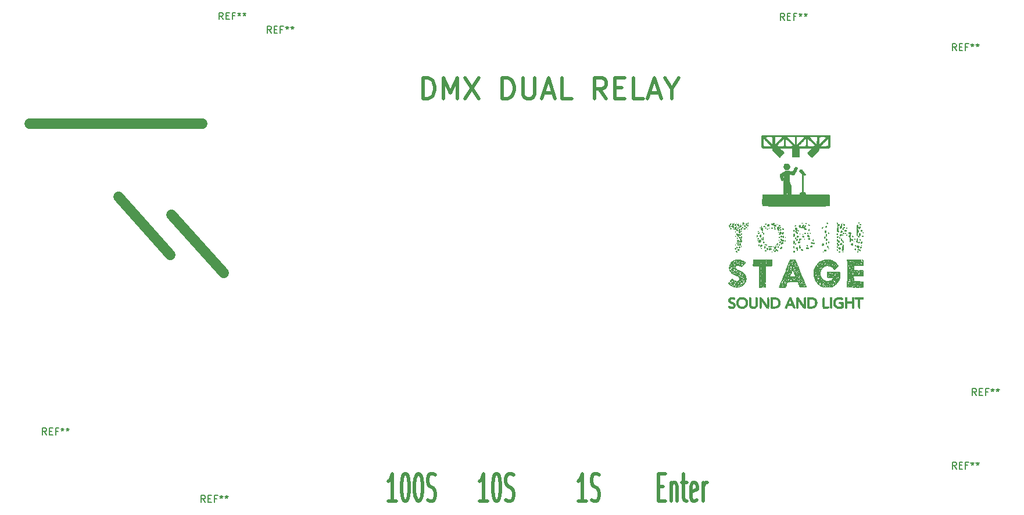
<source format=gbr>
G04 #@! TF.GenerationSoftware,KiCad,Pcbnew,(5.1.7)-1*
G04 #@! TF.CreationDate,2020-12-29T17:01:12+00:00*
G04 #@! TF.ProjectId,Panel,50616e65-6c2e-46b6-9963-61645f706362,rev?*
G04 #@! TF.SameCoordinates,Original*
G04 #@! TF.FileFunction,Legend,Top*
G04 #@! TF.FilePolarity,Positive*
%FSLAX46Y46*%
G04 Gerber Fmt 4.6, Leading zero omitted, Abs format (unit mm)*
G04 Created by KiCad (PCBNEW (5.1.7)-1) date 2020-12-29 17:01:12*
%MOMM*%
%LPD*%
G01*
G04 APERTURE LIST*
%ADD10C,1.500000*%
%ADD11C,0.500000*%
%ADD12C,0.010000*%
%ADD13C,0.150000*%
G04 APERTURE END LIST*
D10*
X107220000Y-87910000D02*
X114810000Y-96360000D01*
X86510000Y-74600000D02*
X111680000Y-74600000D01*
D11*
X178169047Y-127524285D02*
X178835714Y-127524285D01*
X179121428Y-129619523D02*
X178169047Y-129619523D01*
X178169047Y-125619523D01*
X179121428Y-125619523D01*
X179978571Y-126952857D02*
X179978571Y-129619523D01*
X179978571Y-127333809D02*
X180073809Y-127143333D01*
X180264285Y-126952857D01*
X180550000Y-126952857D01*
X180740476Y-127143333D01*
X180835714Y-127524285D01*
X180835714Y-129619523D01*
X181502380Y-126952857D02*
X182264285Y-126952857D01*
X181788095Y-125619523D02*
X181788095Y-129048095D01*
X181883333Y-129429047D01*
X182073809Y-129619523D01*
X182264285Y-129619523D01*
X183692857Y-129429047D02*
X183502380Y-129619523D01*
X183121428Y-129619523D01*
X182930952Y-129429047D01*
X182835714Y-129048095D01*
X182835714Y-127524285D01*
X182930952Y-127143333D01*
X183121428Y-126952857D01*
X183502380Y-126952857D01*
X183692857Y-127143333D01*
X183788095Y-127524285D01*
X183788095Y-127905238D01*
X182835714Y-128286190D01*
X184645238Y-129619523D02*
X184645238Y-126952857D01*
X184645238Y-127714761D02*
X184740476Y-127333809D01*
X184835714Y-127143333D01*
X185026190Y-126952857D01*
X185216666Y-126952857D01*
X167599047Y-129619523D02*
X166456190Y-129619523D01*
X167027619Y-129619523D02*
X167027619Y-125619523D01*
X166837142Y-126190952D01*
X166646666Y-126571904D01*
X166456190Y-126762380D01*
X168360952Y-129429047D02*
X168646666Y-129619523D01*
X169122857Y-129619523D01*
X169313333Y-129429047D01*
X169408571Y-129238571D01*
X169503809Y-128857619D01*
X169503809Y-128476666D01*
X169408571Y-128095714D01*
X169313333Y-127905238D01*
X169122857Y-127714761D01*
X168741904Y-127524285D01*
X168551428Y-127333809D01*
X168456190Y-127143333D01*
X168360952Y-126762380D01*
X168360952Y-126381428D01*
X168456190Y-126000476D01*
X168551428Y-125810000D01*
X168741904Y-125619523D01*
X169218095Y-125619523D01*
X169503809Y-125810000D01*
X153226666Y-129619523D02*
X152083809Y-129619523D01*
X152655238Y-129619523D02*
X152655238Y-125619523D01*
X152464761Y-126190952D01*
X152274285Y-126571904D01*
X152083809Y-126762380D01*
X154464761Y-125619523D02*
X154655238Y-125619523D01*
X154845714Y-125810000D01*
X154940952Y-126000476D01*
X155036190Y-126381428D01*
X155131428Y-127143333D01*
X155131428Y-128095714D01*
X155036190Y-128857619D01*
X154940952Y-129238571D01*
X154845714Y-129429047D01*
X154655238Y-129619523D01*
X154464761Y-129619523D01*
X154274285Y-129429047D01*
X154179047Y-129238571D01*
X154083809Y-128857619D01*
X153988571Y-128095714D01*
X153988571Y-127143333D01*
X154083809Y-126381428D01*
X154179047Y-126000476D01*
X154274285Y-125810000D01*
X154464761Y-125619523D01*
X155893333Y-129429047D02*
X156179047Y-129619523D01*
X156655238Y-129619523D01*
X156845714Y-129429047D01*
X156940952Y-129238571D01*
X157036190Y-128857619D01*
X157036190Y-128476666D01*
X156940952Y-128095714D01*
X156845714Y-127905238D01*
X156655238Y-127714761D01*
X156274285Y-127524285D01*
X156083809Y-127333809D01*
X155988571Y-127143333D01*
X155893333Y-126762380D01*
X155893333Y-126381428D01*
X155988571Y-126000476D01*
X156083809Y-125810000D01*
X156274285Y-125619523D01*
X156750476Y-125619523D01*
X157036190Y-125810000D01*
X139934285Y-129619523D02*
X138791428Y-129619523D01*
X139362857Y-129619523D02*
X139362857Y-125619523D01*
X139172380Y-126190952D01*
X138981904Y-126571904D01*
X138791428Y-126762380D01*
X141172380Y-125619523D02*
X141362857Y-125619523D01*
X141553333Y-125810000D01*
X141648571Y-126000476D01*
X141743809Y-126381428D01*
X141839047Y-127143333D01*
X141839047Y-128095714D01*
X141743809Y-128857619D01*
X141648571Y-129238571D01*
X141553333Y-129429047D01*
X141362857Y-129619523D01*
X141172380Y-129619523D01*
X140981904Y-129429047D01*
X140886666Y-129238571D01*
X140791428Y-128857619D01*
X140696190Y-128095714D01*
X140696190Y-127143333D01*
X140791428Y-126381428D01*
X140886666Y-126000476D01*
X140981904Y-125810000D01*
X141172380Y-125619523D01*
X143077142Y-125619523D02*
X143267619Y-125619523D01*
X143458095Y-125810000D01*
X143553333Y-126000476D01*
X143648571Y-126381428D01*
X143743809Y-127143333D01*
X143743809Y-128095714D01*
X143648571Y-128857619D01*
X143553333Y-129238571D01*
X143458095Y-129429047D01*
X143267619Y-129619523D01*
X143077142Y-129619523D01*
X142886666Y-129429047D01*
X142791428Y-129238571D01*
X142696190Y-128857619D01*
X142600952Y-128095714D01*
X142600952Y-127143333D01*
X142696190Y-126381428D01*
X142791428Y-126000476D01*
X142886666Y-125810000D01*
X143077142Y-125619523D01*
X144505714Y-129429047D02*
X144791428Y-129619523D01*
X145267619Y-129619523D01*
X145458095Y-129429047D01*
X145553333Y-129238571D01*
X145648571Y-128857619D01*
X145648571Y-128476666D01*
X145553333Y-128095714D01*
X145458095Y-127905238D01*
X145267619Y-127714761D01*
X144886666Y-127524285D01*
X144696190Y-127333809D01*
X144600952Y-127143333D01*
X144505714Y-126762380D01*
X144505714Y-126381428D01*
X144600952Y-126000476D01*
X144696190Y-125810000D01*
X144886666Y-125619523D01*
X145362857Y-125619523D01*
X145648571Y-125810000D01*
D10*
X99440000Y-85290000D02*
X107030000Y-93740000D01*
D11*
X143818571Y-70937142D02*
X143818571Y-67937142D01*
X144532857Y-67937142D01*
X144961428Y-68080000D01*
X145247142Y-68365714D01*
X145390000Y-68651428D01*
X145532857Y-69222857D01*
X145532857Y-69651428D01*
X145390000Y-70222857D01*
X145247142Y-70508571D01*
X144961428Y-70794285D01*
X144532857Y-70937142D01*
X143818571Y-70937142D01*
X146818571Y-70937142D02*
X146818571Y-67937142D01*
X147818571Y-70080000D01*
X148818571Y-67937142D01*
X148818571Y-70937142D01*
X149961428Y-67937142D02*
X151961428Y-70937142D01*
X151961428Y-67937142D02*
X149961428Y-70937142D01*
X155390000Y-70937142D02*
X155390000Y-67937142D01*
X156104285Y-67937142D01*
X156532857Y-68080000D01*
X156818571Y-68365714D01*
X156961428Y-68651428D01*
X157104285Y-69222857D01*
X157104285Y-69651428D01*
X156961428Y-70222857D01*
X156818571Y-70508571D01*
X156532857Y-70794285D01*
X156104285Y-70937142D01*
X155390000Y-70937142D01*
X158390000Y-67937142D02*
X158390000Y-70365714D01*
X158532857Y-70651428D01*
X158675714Y-70794285D01*
X158961428Y-70937142D01*
X159532857Y-70937142D01*
X159818571Y-70794285D01*
X159961428Y-70651428D01*
X160104285Y-70365714D01*
X160104285Y-67937142D01*
X161390000Y-70080000D02*
X162818571Y-70080000D01*
X161104285Y-70937142D02*
X162104285Y-67937142D01*
X163104285Y-70937142D01*
X165532857Y-70937142D02*
X164104285Y-70937142D01*
X164104285Y-67937142D01*
X170532857Y-70937142D02*
X169532857Y-69508571D01*
X168818571Y-70937142D02*
X168818571Y-67937142D01*
X169961428Y-67937142D01*
X170247142Y-68080000D01*
X170390000Y-68222857D01*
X170532857Y-68508571D01*
X170532857Y-68937142D01*
X170390000Y-69222857D01*
X170247142Y-69365714D01*
X169961428Y-69508571D01*
X168818571Y-69508571D01*
X171818571Y-69365714D02*
X172818571Y-69365714D01*
X173247142Y-70937142D02*
X171818571Y-70937142D01*
X171818571Y-67937142D01*
X173247142Y-67937142D01*
X175961428Y-70937142D02*
X174532857Y-70937142D01*
X174532857Y-67937142D01*
X176818571Y-70080000D02*
X178247142Y-70080000D01*
X176532857Y-70937142D02*
X177532857Y-67937142D01*
X178532857Y-70937142D01*
X180104285Y-69508571D02*
X180104285Y-70937142D01*
X179104285Y-67937142D02*
X180104285Y-69508571D01*
X181104285Y-67937142D01*
D12*
G36*
X203311633Y-96371677D02*
G01*
X203315936Y-96383373D01*
X203295342Y-96405930D01*
X203277797Y-96408798D01*
X203243962Y-96395069D01*
X203239659Y-96383373D01*
X203260253Y-96360816D01*
X203277797Y-96357948D01*
X203311633Y-96371677D01*
G37*
X203311633Y-96371677D02*
X203315936Y-96383373D01*
X203295342Y-96405930D01*
X203277797Y-96408798D01*
X203243962Y-96395069D01*
X203239659Y-96383373D01*
X203260253Y-96360816D01*
X203277797Y-96357948D01*
X203311633Y-96371677D01*
G36*
X202356904Y-97829349D02*
G01*
X202379580Y-97851229D01*
X202373500Y-97867178D01*
X202319315Y-97892463D01*
X202258666Y-97891929D01*
X202223988Y-97872382D01*
X202209438Y-97843147D01*
X202234740Y-97825050D01*
X202260398Y-97817734D01*
X202311614Y-97815752D01*
X202356904Y-97829349D01*
G37*
X202356904Y-97829349D02*
X202379580Y-97851229D01*
X202373500Y-97867178D01*
X202319315Y-97892463D01*
X202258666Y-97891929D01*
X202223988Y-97872382D01*
X202209438Y-97843147D01*
X202234740Y-97825050D01*
X202260398Y-97817734D01*
X202311614Y-97815752D01*
X202356904Y-97829349D01*
G36*
X189014134Y-94883273D02*
G01*
X189015982Y-94925424D01*
X189007161Y-94938554D01*
X188975992Y-94947679D01*
X188963283Y-94934124D01*
X188961435Y-94891973D01*
X188970256Y-94878842D01*
X189001424Y-94869718D01*
X189014134Y-94883273D01*
G37*
X189014134Y-94883273D02*
X189015982Y-94925424D01*
X189007161Y-94938554D01*
X188975992Y-94947679D01*
X188963283Y-94934124D01*
X188961435Y-94891973D01*
X188970256Y-94878842D01*
X189001424Y-94869718D01*
X189014134Y-94883273D01*
G36*
X205929168Y-97622827D02*
G01*
X205934754Y-97641932D01*
X205929528Y-97675856D01*
X205925155Y-97680070D01*
X205903218Y-97663221D01*
X205883904Y-97641932D01*
X205866177Y-97611857D01*
X205889535Y-97603829D01*
X205893503Y-97603793D01*
X205929168Y-97622827D01*
G37*
X205929168Y-97622827D02*
X205934754Y-97641932D01*
X205929528Y-97675856D01*
X205925155Y-97680070D01*
X205903218Y-97663221D01*
X205883904Y-97641932D01*
X205866177Y-97611857D01*
X205889535Y-97603829D01*
X205893503Y-97603793D01*
X205929168Y-97622827D01*
G36*
X207618799Y-97893234D02*
G01*
X207657451Y-97916132D01*
X207663110Y-97942593D01*
X207659821Y-97946662D01*
X207616601Y-97965264D01*
X207552875Y-97973074D01*
X207498356Y-97967278D01*
X207488804Y-97962845D01*
X207465812Y-97930792D01*
X207484901Y-97901753D01*
X207537671Y-97884841D01*
X207561982Y-97883473D01*
X207618799Y-97893234D01*
G37*
X207618799Y-97893234D02*
X207657451Y-97916132D01*
X207663110Y-97942593D01*
X207659821Y-97946662D01*
X207616601Y-97965264D01*
X207552875Y-97973074D01*
X207498356Y-97967278D01*
X207488804Y-97962845D01*
X207465812Y-97930792D01*
X207484901Y-97901753D01*
X207537671Y-97884841D01*
X207561982Y-97883473D01*
X207618799Y-97893234D01*
G36*
X198181636Y-96023411D02*
G01*
X198190640Y-96074458D01*
X198185609Y-96110050D01*
X198162754Y-96150228D01*
X198134383Y-96142385D01*
X198119954Y-96116406D01*
X198115063Y-96065391D01*
X198130378Y-96019343D01*
X198155176Y-96001992D01*
X198181636Y-96023411D01*
G37*
X198181636Y-96023411D02*
X198190640Y-96074458D01*
X198185609Y-96110050D01*
X198162754Y-96150228D01*
X198134383Y-96142385D01*
X198119954Y-96116406D01*
X198115063Y-96065391D01*
X198130378Y-96019343D01*
X198155176Y-96001992D01*
X198181636Y-96023411D01*
G36*
X198123530Y-96184861D02*
G01*
X198124704Y-96210341D01*
X198113716Y-96241454D01*
X198084342Y-96278441D01*
X198049915Y-96268940D01*
X198040160Y-96256246D01*
X198036846Y-96213600D01*
X198069910Y-96183791D01*
X198092511Y-96179970D01*
X198123530Y-96184861D01*
G37*
X198123530Y-96184861D02*
X198124704Y-96210341D01*
X198113716Y-96241454D01*
X198084342Y-96278441D01*
X198049915Y-96268940D01*
X198040160Y-96256246D01*
X198036846Y-96213600D01*
X198069910Y-96183791D01*
X198092511Y-96179970D01*
X198123530Y-96184861D01*
G36*
X196552154Y-96814604D02*
G01*
X196564100Y-96861843D01*
X196540899Y-96889887D01*
X196527347Y-96891881D01*
X196494738Y-96873361D01*
X196487840Y-96864241D01*
X196488075Y-96824878D01*
X196500111Y-96807246D01*
X196531261Y-96793001D01*
X196552154Y-96814604D01*
G37*
X196552154Y-96814604D02*
X196564100Y-96861843D01*
X196540899Y-96889887D01*
X196527347Y-96891881D01*
X196494738Y-96873361D01*
X196487840Y-96864241D01*
X196488075Y-96824878D01*
X196500111Y-96807246D01*
X196531261Y-96793001D01*
X196552154Y-96814604D01*
G36*
X198629182Y-96925782D02*
G01*
X198625692Y-96940897D01*
X198612232Y-96942732D01*
X198591304Y-96933430D01*
X198595282Y-96925782D01*
X198625456Y-96922739D01*
X198629182Y-96925782D01*
G37*
X198629182Y-96925782D02*
X198625692Y-96940897D01*
X198612232Y-96942732D01*
X198591304Y-96933430D01*
X198595282Y-96925782D01*
X198625456Y-96922739D01*
X198629182Y-96925782D01*
G36*
X196402472Y-97138309D02*
G01*
X196404144Y-97139890D01*
X196409820Y-97167368D01*
X196390030Y-97179787D01*
X196348934Y-97181329D01*
X196337056Y-97172208D01*
X196338474Y-97143038D01*
X196367869Y-97128082D01*
X196402472Y-97138309D01*
G37*
X196402472Y-97138309D02*
X196404144Y-97139890D01*
X196409820Y-97167368D01*
X196390030Y-97179787D01*
X196348934Y-97181329D01*
X196337056Y-97172208D01*
X196338474Y-97143038D01*
X196367869Y-97128082D01*
X196402472Y-97138309D01*
G36*
X199130223Y-76265112D02*
G01*
X199551913Y-76265611D01*
X199963401Y-76266407D01*
X200361639Y-76267501D01*
X200743577Y-76268895D01*
X201106169Y-76270593D01*
X201446367Y-76272596D01*
X201761121Y-76274907D01*
X202047385Y-76277528D01*
X202302109Y-76280461D01*
X202522247Y-76283709D01*
X202704749Y-76287273D01*
X202846568Y-76291157D01*
X202944655Y-76295362D01*
X202995963Y-76299891D01*
X203002165Y-76301483D01*
X203074394Y-76336092D01*
X203081103Y-77172783D01*
X203082862Y-77400972D01*
X203083887Y-77583796D01*
X203083878Y-77726739D01*
X203082536Y-77835285D01*
X203079561Y-77914917D01*
X203074654Y-77971120D01*
X203067515Y-78009377D01*
X203057846Y-78035173D01*
X203045345Y-78053991D01*
X203032177Y-78068696D01*
X202976541Y-78127918D01*
X201536156Y-78127918D01*
X201536156Y-78237556D01*
X201524165Y-78333198D01*
X201494474Y-78431831D01*
X201485807Y-78451405D01*
X201452348Y-78501823D01*
X201390551Y-78577262D01*
X201306033Y-78672153D01*
X201204411Y-78780924D01*
X201091303Y-78898006D01*
X200972324Y-79017829D01*
X200853093Y-79134822D01*
X200739226Y-79243415D01*
X200636340Y-79338039D01*
X200550053Y-79413124D01*
X200485980Y-79463098D01*
X200449740Y-79482392D01*
X200446421Y-79482115D01*
X200414102Y-79459357D01*
X200355473Y-79408003D01*
X200277778Y-79335319D01*
X200188260Y-79248567D01*
X200094163Y-79155014D01*
X200002730Y-79061922D01*
X199921204Y-78976558D01*
X199856829Y-78906184D01*
X199816849Y-78858066D01*
X199807227Y-78841066D01*
X199824291Y-78815130D01*
X199871654Y-78759634D01*
X199943570Y-78680887D01*
X200034293Y-78585198D01*
X200125045Y-78492068D01*
X200227459Y-78387109D01*
X200316152Y-78294067D01*
X200385395Y-78219128D01*
X200429461Y-78168478D01*
X200442863Y-78148878D01*
X200418383Y-78144068D01*
X200348726Y-78139647D01*
X200239566Y-78135744D01*
X200096575Y-78132490D01*
X199925427Y-78130014D01*
X199731794Y-78128447D01*
X199527547Y-78127918D01*
X198612232Y-78127918D01*
X198612232Y-78748761D01*
X198611620Y-78923166D01*
X198609900Y-79081953D01*
X198607248Y-79217625D01*
X198603839Y-79322686D01*
X198599847Y-79389641D01*
X198596799Y-79409822D01*
X198585072Y-79424474D01*
X198558202Y-79435149D01*
X198509270Y-79442443D01*
X198431356Y-79446956D01*
X198317541Y-79449285D01*
X198160906Y-79450028D01*
X198131514Y-79450040D01*
X197946698Y-79448672D01*
X197809320Y-79444427D01*
X197716035Y-79437094D01*
X197663499Y-79426458D01*
X197651151Y-79419529D01*
X197640739Y-79392392D01*
X197632691Y-79331812D01*
X197626836Y-79234079D01*
X197623003Y-79095486D01*
X197621019Y-78912326D01*
X197620640Y-78758468D01*
X197620640Y-78127918D01*
X196705325Y-78127918D01*
X196466986Y-78128561D01*
X196258430Y-78130427D01*
X196083446Y-78133417D01*
X195945824Y-78137432D01*
X195849353Y-78142374D01*
X195797824Y-78148144D01*
X195790010Y-78151690D01*
X195807340Y-78176398D01*
X195855410Y-78230178D01*
X195928333Y-78306823D01*
X196020225Y-78400127D01*
X196107828Y-78486894D01*
X196211324Y-78590296D01*
X196300724Y-78683402D01*
X196370103Y-78759734D01*
X196413540Y-78812812D01*
X196425645Y-78834564D01*
X196408226Y-78864305D01*
X196360748Y-78921265D01*
X196290382Y-78998296D01*
X196204297Y-79088251D01*
X196109663Y-79183984D01*
X196013651Y-79278346D01*
X195923429Y-79364192D01*
X195846168Y-79434373D01*
X195789038Y-79481743D01*
X195759209Y-79499155D01*
X195758937Y-79499149D01*
X195732976Y-79481252D01*
X195676603Y-79431741D01*
X195594887Y-79355429D01*
X195492900Y-79257128D01*
X195375709Y-79141651D01*
X195259641Y-79025204D01*
X195104511Y-78867110D01*
X194981949Y-78738636D01*
X194887860Y-78634162D01*
X194818152Y-78548069D01*
X194768729Y-78474739D01*
X194735497Y-78408551D01*
X194714364Y-78343888D01*
X194701235Y-78275130D01*
X194698520Y-78255045D01*
X194684004Y-78140630D01*
X193973293Y-78133863D01*
X193764440Y-78131738D01*
X193600413Y-78129483D01*
X193475188Y-78126617D01*
X193382740Y-78122655D01*
X193317045Y-78117116D01*
X193272080Y-78109516D01*
X193241819Y-78099373D01*
X193220240Y-78086204D01*
X193204174Y-78072223D01*
X193145765Y-78017352D01*
X193145765Y-77327334D01*
X193400337Y-77327334D01*
X193400906Y-77471226D01*
X193402589Y-77604256D01*
X193405406Y-77717610D01*
X193409373Y-77802473D01*
X193414509Y-77850032D01*
X193416970Y-77856713D01*
X193447011Y-77862288D01*
X193518726Y-77866717D01*
X193622950Y-77870009D01*
X193750519Y-77872171D01*
X193892269Y-77873211D01*
X194039034Y-77873138D01*
X194181652Y-77871958D01*
X194310958Y-77869681D01*
X194417787Y-77866313D01*
X194492975Y-77861863D01*
X194527358Y-77856338D01*
X194528167Y-77855760D01*
X194514904Y-77834822D01*
X194470598Y-77783547D01*
X194464799Y-77777236D01*
X195331793Y-77777236D01*
X195343576Y-77793370D01*
X195371991Y-77797387D01*
X195404865Y-77810676D01*
X195408628Y-77821124D01*
X195416824Y-77835917D01*
X195445179Y-77847313D01*
X195499347Y-77855814D01*
X195584979Y-77861919D01*
X195707728Y-77866131D01*
X195873247Y-77868948D01*
X195958744Y-77869854D01*
X196369021Y-77873663D01*
X196384371Y-77765605D01*
X196389494Y-77704651D01*
X196393420Y-77608817D01*
X196395569Y-77513796D01*
X196624234Y-77513796D01*
X196625424Y-77640685D01*
X196628182Y-77744108D01*
X196632613Y-77814774D01*
X196637923Y-77842392D01*
X196669626Y-77853928D01*
X196742249Y-77862478D01*
X196846579Y-77868173D01*
X196973400Y-77871143D01*
X197113496Y-77871517D01*
X197257654Y-77869427D01*
X197396656Y-77865002D01*
X197521290Y-77858373D01*
X197622339Y-77849670D01*
X197690588Y-77839023D01*
X197716074Y-77827423D01*
X198520704Y-77827423D01*
X198538988Y-77850633D01*
X198539687Y-77851082D01*
X198575582Y-77858109D01*
X198652428Y-77863780D01*
X198760399Y-77868063D01*
X198889672Y-77870930D01*
X199030421Y-77872350D01*
X199172822Y-77872294D01*
X199307049Y-77870732D01*
X199423279Y-77867634D01*
X199511686Y-77862970D01*
X199562445Y-77856711D01*
X199569396Y-77854205D01*
X199582172Y-77822180D01*
X199592663Y-77749872D01*
X199600827Y-77646190D01*
X199606623Y-77520041D01*
X199610011Y-77380334D01*
X199610222Y-77347832D01*
X199834788Y-77347832D01*
X199835908Y-77484548D01*
X199838444Y-77606652D01*
X199842452Y-77704793D01*
X199847987Y-77769622D01*
X199848657Y-77774103D01*
X199864577Y-77873663D01*
X200249065Y-77873383D01*
X200391684Y-77872302D01*
X200523278Y-77869517D01*
X200632131Y-77865406D01*
X200706525Y-77860344D01*
X200723966Y-77858144D01*
X200729435Y-77856585D01*
X201705531Y-77856585D01*
X201735213Y-77861591D01*
X201808084Y-77865432D01*
X201916488Y-77867956D01*
X202052775Y-77869013D01*
X202209290Y-77868451D01*
X202271857Y-77867790D01*
X202820140Y-77860951D01*
X202826983Y-77295235D01*
X202828108Y-77131789D01*
X202827476Y-76986856D01*
X202825253Y-76867649D01*
X202821605Y-76781382D01*
X202816699Y-76735271D01*
X202813938Y-76729519D01*
X202789514Y-76746762D01*
X202735845Y-76794952D01*
X202658154Y-76868781D01*
X202561659Y-76962938D01*
X202451584Y-77072116D01*
X202333148Y-77191005D01*
X202211572Y-77314297D01*
X202092078Y-77436682D01*
X201979887Y-77552853D01*
X201880219Y-77657499D01*
X201798296Y-77745313D01*
X201739339Y-77810985D01*
X201708568Y-77849206D01*
X201705531Y-77856585D01*
X200729435Y-77856585D01*
X200802996Y-77835619D01*
X200869164Y-77801839D01*
X200870837Y-77800599D01*
X200927295Y-77758012D01*
X200818562Y-77651112D01*
X200745238Y-77580043D01*
X200674544Y-77513157D01*
X200639910Y-77481323D01*
X200593905Y-77433324D01*
X200570673Y-77396127D01*
X200569990Y-77391794D01*
X200550347Y-77366372D01*
X200542000Y-77365155D01*
X200515640Y-77348085D01*
X200459783Y-77300719D01*
X200380787Y-77228823D01*
X200285006Y-77138161D01*
X200193534Y-77049064D01*
X200089252Y-76947785D01*
X199997070Y-76861242D01*
X199923101Y-76794931D01*
X199873457Y-76754351D01*
X199854728Y-76744302D01*
X199848507Y-76772333D01*
X199843371Y-76841854D01*
X199839376Y-76943515D01*
X199836577Y-77067965D01*
X199835030Y-77205854D01*
X199834788Y-77347832D01*
X199610222Y-77347832D01*
X199610950Y-77235975D01*
X199609399Y-77095873D01*
X199605316Y-76968935D01*
X199598661Y-76864069D01*
X199589393Y-76790184D01*
X199577471Y-76756187D01*
X199574451Y-76754945D01*
X199540574Y-76772612D01*
X199475784Y-76826024D01*
X199379420Y-76915793D01*
X199250826Y-77042533D01*
X199089343Y-77206858D01*
X199086821Y-77209453D01*
X198983348Y-77314752D01*
X198867607Y-77430668D01*
X198760025Y-77536790D01*
X198730593Y-77565409D01*
X198628608Y-77666851D01*
X198561985Y-77740813D01*
X198527193Y-77792576D01*
X198520704Y-77827423D01*
X197716074Y-77827423D01*
X197716677Y-77827149D01*
X197704222Y-77796582D01*
X197661841Y-77739591D01*
X197596478Y-77664773D01*
X197528087Y-77593634D01*
X197440937Y-77506376D01*
X197329142Y-77394199D01*
X197203849Y-77268302D01*
X197076208Y-77139887D01*
X196998795Y-77061914D01*
X196893672Y-76957920D01*
X196800384Y-76869308D01*
X196724834Y-76801391D01*
X196672928Y-76759480D01*
X196650666Y-76748782D01*
X196643923Y-76779845D01*
X196637988Y-76852465D01*
X196632970Y-76957352D01*
X196628978Y-77085218D01*
X196626119Y-77226773D01*
X196624501Y-77372729D01*
X196624234Y-77513796D01*
X196395569Y-77513796D01*
X196396158Y-77487781D01*
X196397715Y-77351218D01*
X196398099Y-77208807D01*
X196397319Y-77070225D01*
X196395381Y-76945147D01*
X196392295Y-76843252D01*
X196388068Y-76774216D01*
X196383539Y-76748523D01*
X196371133Y-76747042D01*
X196343485Y-76762987D01*
X196297681Y-76799001D01*
X196230805Y-76857728D01*
X196139943Y-76941809D01*
X196022180Y-77053889D01*
X195874601Y-77196610D01*
X195694293Y-77372615D01*
X195682075Y-77384581D01*
X195548190Y-77517049D01*
X195449000Y-77618847D01*
X195381724Y-77693676D01*
X195343582Y-77745239D01*
X195331793Y-77777236D01*
X194464799Y-77777236D01*
X194400476Y-77707239D01*
X194309759Y-77611205D01*
X194203674Y-77500751D01*
X194087445Y-77381185D01*
X193966295Y-77257811D01*
X193845450Y-77135937D01*
X193730134Y-77020869D01*
X193625570Y-76917913D01*
X193536985Y-76832375D01*
X193469601Y-76769561D01*
X193428644Y-76734779D01*
X193419306Y-76729519D01*
X193413571Y-76753471D01*
X193408841Y-76819449D01*
X193405135Y-76918639D01*
X193402470Y-77042226D01*
X193400864Y-77181396D01*
X193400337Y-77327334D01*
X193145765Y-77327334D01*
X193145765Y-76513403D01*
X193594016Y-76513403D01*
X193663151Y-76589679D01*
X193698885Y-76627635D01*
X193764905Y-76696326D01*
X193855844Y-76790225D01*
X193966338Y-76903807D01*
X194091019Y-77031547D01*
X194224523Y-77167917D01*
X194233570Y-77177144D01*
X194389641Y-77335218D01*
X194513845Y-77458438D01*
X194608876Y-77549255D01*
X194677425Y-77610117D01*
X194722185Y-77643474D01*
X194745847Y-77651776D01*
X194750527Y-77647514D01*
X194755066Y-77610745D01*
X194758807Y-77531293D01*
X194761570Y-77417325D01*
X194763176Y-77277004D01*
X194763446Y-77118496D01*
X194763239Y-77068566D01*
X194761668Y-76908162D01*
X194758955Y-76765353D01*
X194755354Y-76647822D01*
X194751120Y-76563251D01*
X194746507Y-76519325D01*
X194744952Y-76515066D01*
X194716155Y-76510915D01*
X194643978Y-76507798D01*
X194535885Y-76505823D01*
X194399337Y-76505101D01*
X194241799Y-76505739D01*
X194161820Y-76506550D01*
X193594016Y-76513403D01*
X193145765Y-76513403D01*
X193145765Y-76500690D01*
X195027247Y-76500690D01*
X195027247Y-77690425D01*
X195417842Y-77292605D01*
X195546354Y-77161541D01*
X195675709Y-77029308D01*
X195797107Y-76904923D01*
X195901749Y-76797403D01*
X195980838Y-76715764D01*
X195989914Y-76706349D01*
X196065291Y-76627299D01*
X196125369Y-76562805D01*
X196162727Y-76520923D01*
X196171391Y-76509302D01*
X196147162Y-76506827D01*
X196079258Y-76504630D01*
X195974856Y-76502819D01*
X195841132Y-76501502D01*
X195729797Y-76500992D01*
X196794314Y-76500992D01*
X197380219Y-77085626D01*
X197522108Y-77226676D01*
X197652701Y-77355482D01*
X197767625Y-77467807D01*
X197862504Y-77559416D01*
X197932964Y-77626074D01*
X197974629Y-77663544D01*
X197984073Y-77670260D01*
X197989178Y-77646018D01*
X197993718Y-77578024D01*
X197997476Y-77473375D01*
X198000234Y-77339170D01*
X198001773Y-77182504D01*
X198002022Y-77085475D01*
X198002022Y-76697030D01*
X198217607Y-76697030D01*
X198218328Y-76798064D01*
X198218521Y-76805795D01*
X198220776Y-76907687D01*
X198223177Y-77042563D01*
X198225432Y-77192559D01*
X198227187Y-77334268D01*
X198229120Y-77470567D01*
X198232188Y-77563341D01*
X198237518Y-77619913D01*
X198246237Y-77647608D01*
X198259471Y-77653750D01*
X198275345Y-77647367D01*
X198303959Y-77623599D01*
X198363411Y-77568283D01*
X198448875Y-77486116D01*
X198555525Y-77381796D01*
X198678534Y-77260021D01*
X198813076Y-77125489D01*
X198860130Y-77078141D01*
X198995328Y-76941353D01*
X199118153Y-76816075D01*
X199224218Y-76706862D01*
X199309136Y-76618270D01*
X199368519Y-76554852D01*
X199397981Y-76521166D01*
X199400420Y-76517143D01*
X199376181Y-76512453D01*
X199308206Y-76508284D01*
X199203610Y-76504836D01*
X199069508Y-76502310D01*
X198913013Y-76500909D01*
X198818392Y-76500690D01*
X200051967Y-76500690D01*
X200126644Y-76582816D01*
X200209970Y-76672746D01*
X200311665Y-76779808D01*
X200426461Y-76898725D01*
X200549093Y-77024222D01*
X200674295Y-77151026D01*
X200796800Y-77273860D01*
X200911344Y-77387450D01*
X201012659Y-77486520D01*
X201095480Y-77565796D01*
X201154540Y-77620003D01*
X201184575Y-77643865D01*
X201186556Y-77644533D01*
X201192037Y-77620394D01*
X201196901Y-77552576D01*
X201200911Y-77448250D01*
X201203826Y-77314588D01*
X201204206Y-77277112D01*
X201470103Y-77277112D01*
X201470823Y-77408582D01*
X201472579Y-77518584D01*
X201475443Y-77598077D01*
X201478886Y-77635354D01*
X201487328Y-77648079D01*
X201507643Y-77643731D01*
X201543877Y-77618863D01*
X201600077Y-77570025D01*
X201680286Y-77493770D01*
X201788552Y-77386648D01*
X201887728Y-77286875D01*
X202016807Y-77155933D01*
X202145733Y-77024181D01*
X202266003Y-76900377D01*
X202369117Y-76793278D01*
X202446574Y-76711643D01*
X202458502Y-76698858D01*
X202630798Y-76513403D01*
X202067023Y-76506550D01*
X201902737Y-76505224D01*
X201755918Y-76505316D01*
X201634057Y-76506719D01*
X201544647Y-76509321D01*
X201495179Y-76513014D01*
X201487920Y-76515026D01*
X201483436Y-76543667D01*
X201479476Y-76614116D01*
X201476115Y-76717335D01*
X201473423Y-76844284D01*
X201471476Y-76985923D01*
X201470345Y-77133212D01*
X201470103Y-77277112D01*
X201204206Y-77277112D01*
X201205409Y-77158759D01*
X201205625Y-77072762D01*
X201205625Y-76500690D01*
X200051967Y-76500690D01*
X198818392Y-76500690D01*
X198236363Y-76500690D01*
X198224940Y-76557898D01*
X198219966Y-76611009D01*
X198217607Y-76697030D01*
X198002022Y-76697030D01*
X198002022Y-76500690D01*
X196794314Y-76500992D01*
X195729797Y-76500992D01*
X195685262Y-76500788D01*
X195599319Y-76500690D01*
X195027247Y-76500690D01*
X193145765Y-76500690D01*
X193145765Y-76345543D01*
X193233594Y-76308846D01*
X193269995Y-76304154D01*
X193354107Y-76299715D01*
X193482882Y-76295530D01*
X193653272Y-76291603D01*
X193862229Y-76287935D01*
X194106705Y-76284529D01*
X194383651Y-76281387D01*
X194690021Y-76278511D01*
X195022764Y-76275904D01*
X195378834Y-76273568D01*
X195755183Y-76271505D01*
X196148762Y-76269717D01*
X196556523Y-76268208D01*
X196975418Y-76266978D01*
X197402399Y-76266031D01*
X197834418Y-76265368D01*
X198268428Y-76264993D01*
X198701378Y-76264907D01*
X199130223Y-76265112D01*
G37*
X199130223Y-76265112D02*
X199551913Y-76265611D01*
X199963401Y-76266407D01*
X200361639Y-76267501D01*
X200743577Y-76268895D01*
X201106169Y-76270593D01*
X201446367Y-76272596D01*
X201761121Y-76274907D01*
X202047385Y-76277528D01*
X202302109Y-76280461D01*
X202522247Y-76283709D01*
X202704749Y-76287273D01*
X202846568Y-76291157D01*
X202944655Y-76295362D01*
X202995963Y-76299891D01*
X203002165Y-76301483D01*
X203074394Y-76336092D01*
X203081103Y-77172783D01*
X203082862Y-77400972D01*
X203083887Y-77583796D01*
X203083878Y-77726739D01*
X203082536Y-77835285D01*
X203079561Y-77914917D01*
X203074654Y-77971120D01*
X203067515Y-78009377D01*
X203057846Y-78035173D01*
X203045345Y-78053991D01*
X203032177Y-78068696D01*
X202976541Y-78127918D01*
X201536156Y-78127918D01*
X201536156Y-78237556D01*
X201524165Y-78333198D01*
X201494474Y-78431831D01*
X201485807Y-78451405D01*
X201452348Y-78501823D01*
X201390551Y-78577262D01*
X201306033Y-78672153D01*
X201204411Y-78780924D01*
X201091303Y-78898006D01*
X200972324Y-79017829D01*
X200853093Y-79134822D01*
X200739226Y-79243415D01*
X200636340Y-79338039D01*
X200550053Y-79413124D01*
X200485980Y-79463098D01*
X200449740Y-79482392D01*
X200446421Y-79482115D01*
X200414102Y-79459357D01*
X200355473Y-79408003D01*
X200277778Y-79335319D01*
X200188260Y-79248567D01*
X200094163Y-79155014D01*
X200002730Y-79061922D01*
X199921204Y-78976558D01*
X199856829Y-78906184D01*
X199816849Y-78858066D01*
X199807227Y-78841066D01*
X199824291Y-78815130D01*
X199871654Y-78759634D01*
X199943570Y-78680887D01*
X200034293Y-78585198D01*
X200125045Y-78492068D01*
X200227459Y-78387109D01*
X200316152Y-78294067D01*
X200385395Y-78219128D01*
X200429461Y-78168478D01*
X200442863Y-78148878D01*
X200418383Y-78144068D01*
X200348726Y-78139647D01*
X200239566Y-78135744D01*
X200096575Y-78132490D01*
X199925427Y-78130014D01*
X199731794Y-78128447D01*
X199527547Y-78127918D01*
X198612232Y-78127918D01*
X198612232Y-78748761D01*
X198611620Y-78923166D01*
X198609900Y-79081953D01*
X198607248Y-79217625D01*
X198603839Y-79322686D01*
X198599847Y-79389641D01*
X198596799Y-79409822D01*
X198585072Y-79424474D01*
X198558202Y-79435149D01*
X198509270Y-79442443D01*
X198431356Y-79446956D01*
X198317541Y-79449285D01*
X198160906Y-79450028D01*
X198131514Y-79450040D01*
X197946698Y-79448672D01*
X197809320Y-79444427D01*
X197716035Y-79437094D01*
X197663499Y-79426458D01*
X197651151Y-79419529D01*
X197640739Y-79392392D01*
X197632691Y-79331812D01*
X197626836Y-79234079D01*
X197623003Y-79095486D01*
X197621019Y-78912326D01*
X197620640Y-78758468D01*
X197620640Y-78127918D01*
X196705325Y-78127918D01*
X196466986Y-78128561D01*
X196258430Y-78130427D01*
X196083446Y-78133417D01*
X195945824Y-78137432D01*
X195849353Y-78142374D01*
X195797824Y-78148144D01*
X195790010Y-78151690D01*
X195807340Y-78176398D01*
X195855410Y-78230178D01*
X195928333Y-78306823D01*
X196020225Y-78400127D01*
X196107828Y-78486894D01*
X196211324Y-78590296D01*
X196300724Y-78683402D01*
X196370103Y-78759734D01*
X196413540Y-78812812D01*
X196425645Y-78834564D01*
X196408226Y-78864305D01*
X196360748Y-78921265D01*
X196290382Y-78998296D01*
X196204297Y-79088251D01*
X196109663Y-79183984D01*
X196013651Y-79278346D01*
X195923429Y-79364192D01*
X195846168Y-79434373D01*
X195789038Y-79481743D01*
X195759209Y-79499155D01*
X195758937Y-79499149D01*
X195732976Y-79481252D01*
X195676603Y-79431741D01*
X195594887Y-79355429D01*
X195492900Y-79257128D01*
X195375709Y-79141651D01*
X195259641Y-79025204D01*
X195104511Y-78867110D01*
X194981949Y-78738636D01*
X194887860Y-78634162D01*
X194818152Y-78548069D01*
X194768729Y-78474739D01*
X194735497Y-78408551D01*
X194714364Y-78343888D01*
X194701235Y-78275130D01*
X194698520Y-78255045D01*
X194684004Y-78140630D01*
X193973293Y-78133863D01*
X193764440Y-78131738D01*
X193600413Y-78129483D01*
X193475188Y-78126617D01*
X193382740Y-78122655D01*
X193317045Y-78117116D01*
X193272080Y-78109516D01*
X193241819Y-78099373D01*
X193220240Y-78086204D01*
X193204174Y-78072223D01*
X193145765Y-78017352D01*
X193145765Y-77327334D01*
X193400337Y-77327334D01*
X193400906Y-77471226D01*
X193402589Y-77604256D01*
X193405406Y-77717610D01*
X193409373Y-77802473D01*
X193414509Y-77850032D01*
X193416970Y-77856713D01*
X193447011Y-77862288D01*
X193518726Y-77866717D01*
X193622950Y-77870009D01*
X193750519Y-77872171D01*
X193892269Y-77873211D01*
X194039034Y-77873138D01*
X194181652Y-77871958D01*
X194310958Y-77869681D01*
X194417787Y-77866313D01*
X194492975Y-77861863D01*
X194527358Y-77856338D01*
X194528167Y-77855760D01*
X194514904Y-77834822D01*
X194470598Y-77783547D01*
X194464799Y-77777236D01*
X195331793Y-77777236D01*
X195343576Y-77793370D01*
X195371991Y-77797387D01*
X195404865Y-77810676D01*
X195408628Y-77821124D01*
X195416824Y-77835917D01*
X195445179Y-77847313D01*
X195499347Y-77855814D01*
X195584979Y-77861919D01*
X195707728Y-77866131D01*
X195873247Y-77868948D01*
X195958744Y-77869854D01*
X196369021Y-77873663D01*
X196384371Y-77765605D01*
X196389494Y-77704651D01*
X196393420Y-77608817D01*
X196395569Y-77513796D01*
X196624234Y-77513796D01*
X196625424Y-77640685D01*
X196628182Y-77744108D01*
X196632613Y-77814774D01*
X196637923Y-77842392D01*
X196669626Y-77853928D01*
X196742249Y-77862478D01*
X196846579Y-77868173D01*
X196973400Y-77871143D01*
X197113496Y-77871517D01*
X197257654Y-77869427D01*
X197396656Y-77865002D01*
X197521290Y-77858373D01*
X197622339Y-77849670D01*
X197690588Y-77839023D01*
X197716074Y-77827423D01*
X198520704Y-77827423D01*
X198538988Y-77850633D01*
X198539687Y-77851082D01*
X198575582Y-77858109D01*
X198652428Y-77863780D01*
X198760399Y-77868063D01*
X198889672Y-77870930D01*
X199030421Y-77872350D01*
X199172822Y-77872294D01*
X199307049Y-77870732D01*
X199423279Y-77867634D01*
X199511686Y-77862970D01*
X199562445Y-77856711D01*
X199569396Y-77854205D01*
X199582172Y-77822180D01*
X199592663Y-77749872D01*
X199600827Y-77646190D01*
X199606623Y-77520041D01*
X199610011Y-77380334D01*
X199610222Y-77347832D01*
X199834788Y-77347832D01*
X199835908Y-77484548D01*
X199838444Y-77606652D01*
X199842452Y-77704793D01*
X199847987Y-77769622D01*
X199848657Y-77774103D01*
X199864577Y-77873663D01*
X200249065Y-77873383D01*
X200391684Y-77872302D01*
X200523278Y-77869517D01*
X200632131Y-77865406D01*
X200706525Y-77860344D01*
X200723966Y-77858144D01*
X200729435Y-77856585D01*
X201705531Y-77856585D01*
X201735213Y-77861591D01*
X201808084Y-77865432D01*
X201916488Y-77867956D01*
X202052775Y-77869013D01*
X202209290Y-77868451D01*
X202271857Y-77867790D01*
X202820140Y-77860951D01*
X202826983Y-77295235D01*
X202828108Y-77131789D01*
X202827476Y-76986856D01*
X202825253Y-76867649D01*
X202821605Y-76781382D01*
X202816699Y-76735271D01*
X202813938Y-76729519D01*
X202789514Y-76746762D01*
X202735845Y-76794952D01*
X202658154Y-76868781D01*
X202561659Y-76962938D01*
X202451584Y-77072116D01*
X202333148Y-77191005D01*
X202211572Y-77314297D01*
X202092078Y-77436682D01*
X201979887Y-77552853D01*
X201880219Y-77657499D01*
X201798296Y-77745313D01*
X201739339Y-77810985D01*
X201708568Y-77849206D01*
X201705531Y-77856585D01*
X200729435Y-77856585D01*
X200802996Y-77835619D01*
X200869164Y-77801839D01*
X200870837Y-77800599D01*
X200927295Y-77758012D01*
X200818562Y-77651112D01*
X200745238Y-77580043D01*
X200674544Y-77513157D01*
X200639910Y-77481323D01*
X200593905Y-77433324D01*
X200570673Y-77396127D01*
X200569990Y-77391794D01*
X200550347Y-77366372D01*
X200542000Y-77365155D01*
X200515640Y-77348085D01*
X200459783Y-77300719D01*
X200380787Y-77228823D01*
X200285006Y-77138161D01*
X200193534Y-77049064D01*
X200089252Y-76947785D01*
X199997070Y-76861242D01*
X199923101Y-76794931D01*
X199873457Y-76754351D01*
X199854728Y-76744302D01*
X199848507Y-76772333D01*
X199843371Y-76841854D01*
X199839376Y-76943515D01*
X199836577Y-77067965D01*
X199835030Y-77205854D01*
X199834788Y-77347832D01*
X199610222Y-77347832D01*
X199610950Y-77235975D01*
X199609399Y-77095873D01*
X199605316Y-76968935D01*
X199598661Y-76864069D01*
X199589393Y-76790184D01*
X199577471Y-76756187D01*
X199574451Y-76754945D01*
X199540574Y-76772612D01*
X199475784Y-76826024D01*
X199379420Y-76915793D01*
X199250826Y-77042533D01*
X199089343Y-77206858D01*
X199086821Y-77209453D01*
X198983348Y-77314752D01*
X198867607Y-77430668D01*
X198760025Y-77536790D01*
X198730593Y-77565409D01*
X198628608Y-77666851D01*
X198561985Y-77740813D01*
X198527193Y-77792576D01*
X198520704Y-77827423D01*
X197716074Y-77827423D01*
X197716677Y-77827149D01*
X197704222Y-77796582D01*
X197661841Y-77739591D01*
X197596478Y-77664773D01*
X197528087Y-77593634D01*
X197440937Y-77506376D01*
X197329142Y-77394199D01*
X197203849Y-77268302D01*
X197076208Y-77139887D01*
X196998795Y-77061914D01*
X196893672Y-76957920D01*
X196800384Y-76869308D01*
X196724834Y-76801391D01*
X196672928Y-76759480D01*
X196650666Y-76748782D01*
X196643923Y-76779845D01*
X196637988Y-76852465D01*
X196632970Y-76957352D01*
X196628978Y-77085218D01*
X196626119Y-77226773D01*
X196624501Y-77372729D01*
X196624234Y-77513796D01*
X196395569Y-77513796D01*
X196396158Y-77487781D01*
X196397715Y-77351218D01*
X196398099Y-77208807D01*
X196397319Y-77070225D01*
X196395381Y-76945147D01*
X196392295Y-76843252D01*
X196388068Y-76774216D01*
X196383539Y-76748523D01*
X196371133Y-76747042D01*
X196343485Y-76762987D01*
X196297681Y-76799001D01*
X196230805Y-76857728D01*
X196139943Y-76941809D01*
X196022180Y-77053889D01*
X195874601Y-77196610D01*
X195694293Y-77372615D01*
X195682075Y-77384581D01*
X195548190Y-77517049D01*
X195449000Y-77618847D01*
X195381724Y-77693676D01*
X195343582Y-77745239D01*
X195331793Y-77777236D01*
X194464799Y-77777236D01*
X194400476Y-77707239D01*
X194309759Y-77611205D01*
X194203674Y-77500751D01*
X194087445Y-77381185D01*
X193966295Y-77257811D01*
X193845450Y-77135937D01*
X193730134Y-77020869D01*
X193625570Y-76917913D01*
X193536985Y-76832375D01*
X193469601Y-76769561D01*
X193428644Y-76734779D01*
X193419306Y-76729519D01*
X193413571Y-76753471D01*
X193408841Y-76819449D01*
X193405135Y-76918639D01*
X193402470Y-77042226D01*
X193400864Y-77181396D01*
X193400337Y-77327334D01*
X193145765Y-77327334D01*
X193145765Y-76513403D01*
X193594016Y-76513403D01*
X193663151Y-76589679D01*
X193698885Y-76627635D01*
X193764905Y-76696326D01*
X193855844Y-76790225D01*
X193966338Y-76903807D01*
X194091019Y-77031547D01*
X194224523Y-77167917D01*
X194233570Y-77177144D01*
X194389641Y-77335218D01*
X194513845Y-77458438D01*
X194608876Y-77549255D01*
X194677425Y-77610117D01*
X194722185Y-77643474D01*
X194745847Y-77651776D01*
X194750527Y-77647514D01*
X194755066Y-77610745D01*
X194758807Y-77531293D01*
X194761570Y-77417325D01*
X194763176Y-77277004D01*
X194763446Y-77118496D01*
X194763239Y-77068566D01*
X194761668Y-76908162D01*
X194758955Y-76765353D01*
X194755354Y-76647822D01*
X194751120Y-76563251D01*
X194746507Y-76519325D01*
X194744952Y-76515066D01*
X194716155Y-76510915D01*
X194643978Y-76507798D01*
X194535885Y-76505823D01*
X194399337Y-76505101D01*
X194241799Y-76505739D01*
X194161820Y-76506550D01*
X193594016Y-76513403D01*
X193145765Y-76513403D01*
X193145765Y-76500690D01*
X195027247Y-76500690D01*
X195027247Y-77690425D01*
X195417842Y-77292605D01*
X195546354Y-77161541D01*
X195675709Y-77029308D01*
X195797107Y-76904923D01*
X195901749Y-76797403D01*
X195980838Y-76715764D01*
X195989914Y-76706349D01*
X196065291Y-76627299D01*
X196125369Y-76562805D01*
X196162727Y-76520923D01*
X196171391Y-76509302D01*
X196147162Y-76506827D01*
X196079258Y-76504630D01*
X195974856Y-76502819D01*
X195841132Y-76501502D01*
X195729797Y-76500992D01*
X196794314Y-76500992D01*
X197380219Y-77085626D01*
X197522108Y-77226676D01*
X197652701Y-77355482D01*
X197767625Y-77467807D01*
X197862504Y-77559416D01*
X197932964Y-77626074D01*
X197974629Y-77663544D01*
X197984073Y-77670260D01*
X197989178Y-77646018D01*
X197993718Y-77578024D01*
X197997476Y-77473375D01*
X198000234Y-77339170D01*
X198001773Y-77182504D01*
X198002022Y-77085475D01*
X198002022Y-76697030D01*
X198217607Y-76697030D01*
X198218328Y-76798064D01*
X198218521Y-76805795D01*
X198220776Y-76907687D01*
X198223177Y-77042563D01*
X198225432Y-77192559D01*
X198227187Y-77334268D01*
X198229120Y-77470567D01*
X198232188Y-77563341D01*
X198237518Y-77619913D01*
X198246237Y-77647608D01*
X198259471Y-77653750D01*
X198275345Y-77647367D01*
X198303959Y-77623599D01*
X198363411Y-77568283D01*
X198448875Y-77486116D01*
X198555525Y-77381796D01*
X198678534Y-77260021D01*
X198813076Y-77125489D01*
X198860130Y-77078141D01*
X198995328Y-76941353D01*
X199118153Y-76816075D01*
X199224218Y-76706862D01*
X199309136Y-76618270D01*
X199368519Y-76554852D01*
X199397981Y-76521166D01*
X199400420Y-76517143D01*
X199376181Y-76512453D01*
X199308206Y-76508284D01*
X199203610Y-76504836D01*
X199069508Y-76502310D01*
X198913013Y-76500909D01*
X198818392Y-76500690D01*
X200051967Y-76500690D01*
X200126644Y-76582816D01*
X200209970Y-76672746D01*
X200311665Y-76779808D01*
X200426461Y-76898725D01*
X200549093Y-77024222D01*
X200674295Y-77151026D01*
X200796800Y-77273860D01*
X200911344Y-77387450D01*
X201012659Y-77486520D01*
X201095480Y-77565796D01*
X201154540Y-77620003D01*
X201184575Y-77643865D01*
X201186556Y-77644533D01*
X201192037Y-77620394D01*
X201196901Y-77552576D01*
X201200911Y-77448250D01*
X201203826Y-77314588D01*
X201204206Y-77277112D01*
X201470103Y-77277112D01*
X201470823Y-77408582D01*
X201472579Y-77518584D01*
X201475443Y-77598077D01*
X201478886Y-77635354D01*
X201487328Y-77648079D01*
X201507643Y-77643731D01*
X201543877Y-77618863D01*
X201600077Y-77570025D01*
X201680286Y-77493770D01*
X201788552Y-77386648D01*
X201887728Y-77286875D01*
X202016807Y-77155933D01*
X202145733Y-77024181D01*
X202266003Y-76900377D01*
X202369117Y-76793278D01*
X202446574Y-76711643D01*
X202458502Y-76698858D01*
X202630798Y-76513403D01*
X202067023Y-76506550D01*
X201902737Y-76505224D01*
X201755918Y-76505316D01*
X201634057Y-76506719D01*
X201544647Y-76509321D01*
X201495179Y-76513014D01*
X201487920Y-76515026D01*
X201483436Y-76543667D01*
X201479476Y-76614116D01*
X201476115Y-76717335D01*
X201473423Y-76844284D01*
X201471476Y-76985923D01*
X201470345Y-77133212D01*
X201470103Y-77277112D01*
X201204206Y-77277112D01*
X201205409Y-77158759D01*
X201205625Y-77072762D01*
X201205625Y-76500690D01*
X200051967Y-76500690D01*
X198818392Y-76500690D01*
X198236363Y-76500690D01*
X198224940Y-76557898D01*
X198219966Y-76611009D01*
X198217607Y-76697030D01*
X198002022Y-76697030D01*
X198002022Y-76500690D01*
X196794314Y-76500992D01*
X195729797Y-76500992D01*
X195685262Y-76500788D01*
X195599319Y-76500690D01*
X195027247Y-76500690D01*
X193145765Y-76500690D01*
X193145765Y-76345543D01*
X193233594Y-76308846D01*
X193269995Y-76304154D01*
X193354107Y-76299715D01*
X193482882Y-76295530D01*
X193653272Y-76291603D01*
X193862229Y-76287935D01*
X194106705Y-76284529D01*
X194383651Y-76281387D01*
X194690021Y-76278511D01*
X195022764Y-76275904D01*
X195378834Y-76273568D01*
X195755183Y-76271505D01*
X196148762Y-76269717D01*
X196556523Y-76268208D01*
X196975418Y-76266978D01*
X197402399Y-76266031D01*
X197834418Y-76265368D01*
X198268428Y-76264993D01*
X198701378Y-76264907D01*
X199130223Y-76265112D01*
G36*
X196898673Y-80417183D02*
G01*
X196966380Y-80423169D01*
X197013486Y-80438743D01*
X197055114Y-80468487D01*
X197096611Y-80507480D01*
X197154958Y-80575791D01*
X197196040Y-80645231D01*
X197205497Y-80673274D01*
X197222965Y-80730957D01*
X197242543Y-80761479D01*
X197257594Y-80793845D01*
X197264617Y-80854386D01*
X197264684Y-80861151D01*
X197258746Y-80923274D01*
X197244274Y-80959491D01*
X197242543Y-80960823D01*
X197221260Y-80993522D01*
X197204709Y-81044956D01*
X197156311Y-81152199D01*
X197067786Y-81233518D01*
X196944545Y-81285614D01*
X196792003Y-81305186D01*
X196777678Y-81305243D01*
X196681964Y-81301525D01*
X196616261Y-81287389D01*
X196559896Y-81256500D01*
X196521144Y-81226624D01*
X196446973Y-81147359D01*
X196382649Y-81045854D01*
X196338330Y-80940993D01*
X196323944Y-80860027D01*
X196340853Y-80770826D01*
X196385270Y-80665797D01*
X196447724Y-80564018D01*
X196503198Y-80498838D01*
X196547956Y-80457874D01*
X196588497Y-80433319D01*
X196639622Y-80420984D01*
X196716133Y-80416681D01*
X196795240Y-80416206D01*
X196898673Y-80417183D01*
G37*
X196898673Y-80417183D02*
X196966380Y-80423169D01*
X197013486Y-80438743D01*
X197055114Y-80468487D01*
X197096611Y-80507480D01*
X197154958Y-80575791D01*
X197196040Y-80645231D01*
X197205497Y-80673274D01*
X197222965Y-80730957D01*
X197242543Y-80761479D01*
X197257594Y-80793845D01*
X197264617Y-80854386D01*
X197264684Y-80861151D01*
X197258746Y-80923274D01*
X197244274Y-80959491D01*
X197242543Y-80960823D01*
X197221260Y-80993522D01*
X197204709Y-81044956D01*
X197156311Y-81152199D01*
X197067786Y-81233518D01*
X196944545Y-81285614D01*
X196792003Y-81305186D01*
X196777678Y-81305243D01*
X196681964Y-81301525D01*
X196616261Y-81287389D01*
X196559896Y-81256500D01*
X196521144Y-81226624D01*
X196446973Y-81147359D01*
X196382649Y-81045854D01*
X196338330Y-80940993D01*
X196323944Y-80860027D01*
X196340853Y-80770826D01*
X196385270Y-80665797D01*
X196447724Y-80564018D01*
X196503198Y-80498838D01*
X196547956Y-80457874D01*
X196588497Y-80433319D01*
X196639622Y-80420984D01*
X196716133Y-80416681D01*
X196795240Y-80416206D01*
X196898673Y-80417183D01*
G36*
X198181037Y-80910122D02*
G01*
X198267535Y-80952651D01*
X198334545Y-81006158D01*
X198357978Y-81058697D01*
X198347145Y-81097156D01*
X198317852Y-81169906D01*
X198274904Y-81266994D01*
X198223105Y-81378464D01*
X198167263Y-81494364D01*
X198112182Y-81604739D01*
X198062668Y-81699636D01*
X198023526Y-81769100D01*
X197999563Y-81803178D01*
X197997962Y-81804401D01*
X197978607Y-81838514D01*
X197976596Y-81855950D01*
X197957649Y-81908754D01*
X197909070Y-81963620D01*
X197843252Y-82013045D01*
X197772586Y-82049525D01*
X197709467Y-82065558D01*
X197666286Y-82053640D01*
X197661001Y-82047030D01*
X197630422Y-82033502D01*
X197564239Y-82020045D01*
X197488510Y-82010784D01*
X197404384Y-81999255D01*
X197343381Y-81983561D01*
X197320403Y-81969049D01*
X197290755Y-81945760D01*
X197265603Y-81941731D01*
X197244488Y-81947432D01*
X197229702Y-81970414D01*
X197219170Y-82019495D01*
X197210817Y-82103494D01*
X197204273Y-82202342D01*
X197191265Y-82457213D01*
X197185910Y-82666226D01*
X197188450Y-82833830D01*
X197199129Y-82964475D01*
X197218187Y-83062610D01*
X197245868Y-83132684D01*
X197255780Y-83148740D01*
X197280373Y-83210001D01*
X197290110Y-83282223D01*
X197296590Y-83338760D01*
X197312393Y-83365276D01*
X197314383Y-83365555D01*
X197334091Y-83387878D01*
X197352665Y-83443271D01*
X197356357Y-83460901D01*
X197378640Y-83541514D01*
X197409180Y-83610015D01*
X197412127Y-83614739D01*
X197423431Y-83643436D01*
X197431661Y-83692744D01*
X197436806Y-83766664D01*
X197438856Y-83869198D01*
X197437801Y-84004347D01*
X197433631Y-84176113D01*
X197426334Y-84388496D01*
X197415901Y-84645498D01*
X197409055Y-84802092D01*
X197404524Y-84903793D01*
X198701221Y-84903793D01*
X198713934Y-84776666D01*
X198724486Y-84700172D01*
X198741370Y-84660920D01*
X198772322Y-84645324D01*
X198790210Y-84642682D01*
X198862637Y-84633461D01*
X198936406Y-84622461D01*
X199019039Y-84609097D01*
X199019039Y-83249094D01*
X199018909Y-82948144D01*
X199018439Y-82693922D01*
X199017512Y-82482306D01*
X199016007Y-82309174D01*
X199013806Y-82170403D01*
X199010789Y-82061873D01*
X199006838Y-81979459D01*
X199001834Y-81919040D01*
X198995658Y-81876495D01*
X198988191Y-81847700D01*
X198979314Y-81828534D01*
X198977976Y-81826422D01*
X198937367Y-81781134D01*
X198901700Y-81763753D01*
X198869782Y-81749317D01*
X198866486Y-81738812D01*
X198845064Y-81714061D01*
X198808912Y-81699421D01*
X198757520Y-81668418D01*
X198701821Y-81610133D01*
X198656859Y-81543360D01*
X198637677Y-81486889D01*
X198637657Y-81485501D01*
X198654373Y-81429424D01*
X198695125Y-81361120D01*
X198745820Y-81300450D01*
X198792368Y-81267273D01*
X198792545Y-81267217D01*
X198850175Y-81260896D01*
X198927984Y-81265765D01*
X198944472Y-81268246D01*
X199017672Y-81288766D01*
X199060438Y-81327902D01*
X199079602Y-81365645D01*
X199117099Y-81432237D01*
X199174059Y-81510601D01*
X199205501Y-81547637D01*
X199257157Y-81608971D01*
X199290873Y-81657146D01*
X199298250Y-81674764D01*
X199314652Y-81706677D01*
X199355815Y-81760422D01*
X199388010Y-81797148D01*
X199448870Y-81869859D01*
X199499986Y-81941815D01*
X199515264Y-81967988D01*
X199538042Y-82019139D01*
X199530470Y-82048675D01*
X199485388Y-82077053D01*
X199475267Y-82082311D01*
X199420077Y-82106515D01*
X199377443Y-82105674D01*
X199321690Y-82078244D01*
X199311878Y-82072491D01*
X199254233Y-82043913D01*
X199216451Y-82035132D01*
X199211855Y-82037070D01*
X199208941Y-82064668D01*
X199206217Y-82138219D01*
X199203738Y-82252821D01*
X199201563Y-82403575D01*
X199199747Y-82585584D01*
X199198349Y-82793946D01*
X199197423Y-83023763D01*
X199197027Y-83270135D01*
X199197017Y-83318047D01*
X199197070Y-83604275D01*
X199197339Y-83843900D01*
X199197990Y-84041170D01*
X199199188Y-84200335D01*
X199201099Y-84325642D01*
X199203887Y-84421340D01*
X199207719Y-84491677D01*
X199212759Y-84540901D01*
X199219173Y-84573260D01*
X199227126Y-84593003D01*
X199236783Y-84604379D01*
X199247346Y-84611122D01*
X199311459Y-84626380D01*
X199359557Y-84622526D01*
X199427808Y-84627865D01*
X199485444Y-84668573D01*
X199517558Y-84730043D01*
X199517061Y-84776849D01*
X199509457Y-84804114D01*
X199503639Y-84827588D01*
X199503070Y-84847557D01*
X199511212Y-84864302D01*
X199531527Y-84878108D01*
X199567479Y-84889259D01*
X199622529Y-84898037D01*
X199700140Y-84904727D01*
X199803775Y-84909611D01*
X199936896Y-84912973D01*
X200102967Y-84915098D01*
X200305448Y-84916268D01*
X200547804Y-84916766D01*
X200833497Y-84916877D01*
X201165988Y-84916884D01*
X201227415Y-84916895D01*
X201556841Y-84917327D01*
X201859009Y-84918438D01*
X202130934Y-84920186D01*
X202369631Y-84922528D01*
X202572114Y-84925424D01*
X202735399Y-84928830D01*
X202856500Y-84932706D01*
X202932432Y-84937008D01*
X202959710Y-84941227D01*
X202970529Y-84954364D01*
X202979135Y-84982031D01*
X202985769Y-85029382D01*
X202990674Y-85101571D01*
X202994092Y-85203752D01*
X202996265Y-85341081D01*
X202997435Y-85518711D01*
X202997844Y-85741798D01*
X202997848Y-85753266D01*
X202998118Y-86541363D01*
X202939714Y-86567974D01*
X202906442Y-86571692D01*
X202825551Y-86575148D01*
X202700083Y-86578345D01*
X202533080Y-86581284D01*
X202327582Y-86583967D01*
X202086632Y-86586396D01*
X201813272Y-86588574D01*
X201510542Y-86590501D01*
X201181485Y-86592180D01*
X200829142Y-86593614D01*
X200456555Y-86594803D01*
X200066766Y-86595750D01*
X199662815Y-86596458D01*
X199247745Y-86596927D01*
X198824597Y-86597159D01*
X198396413Y-86597158D01*
X197966234Y-86596924D01*
X197537103Y-86596460D01*
X197112060Y-86595767D01*
X196694147Y-86594848D01*
X196286407Y-86593705D01*
X195891879Y-86592339D01*
X195513607Y-86590752D01*
X195154632Y-86588947D01*
X194817995Y-86586925D01*
X194506738Y-86584689D01*
X194223903Y-86582240D01*
X193972531Y-86579580D01*
X193755663Y-86576711D01*
X193576342Y-86573636D01*
X193437609Y-86570355D01*
X193342506Y-86566872D01*
X193294074Y-86563187D01*
X193288570Y-86561758D01*
X193275926Y-86549226D01*
X193265931Y-86528552D01*
X193258305Y-86494275D01*
X193252765Y-86440930D01*
X193249030Y-86363055D01*
X193246817Y-86255186D01*
X193245846Y-86111860D01*
X193245835Y-85927614D01*
X193246341Y-85742814D01*
X193247682Y-85505941D01*
X193250038Y-85316049D01*
X193253572Y-85169275D01*
X193258444Y-85061757D01*
X193264816Y-84989633D01*
X193272850Y-84949039D01*
X193280018Y-84936990D01*
X193310426Y-84933420D01*
X193387135Y-84930045D01*
X193505595Y-84926924D01*
X193661255Y-84924118D01*
X193849566Y-84921687D01*
X194065977Y-84919688D01*
X194305938Y-84918183D01*
X194564900Y-84917231D01*
X194813941Y-84916895D01*
X196316851Y-84916506D01*
X196319132Y-84878233D01*
X196795144Y-84878233D01*
X196796980Y-84894264D01*
X196798325Y-84897437D01*
X196829955Y-84912130D01*
X196872091Y-84916506D01*
X196934154Y-84916506D01*
X196932147Y-84350790D01*
X196931139Y-84189178D01*
X196929420Y-84047807D01*
X196927143Y-83933467D01*
X196924461Y-83852949D01*
X196921526Y-83813043D01*
X196919987Y-83810500D01*
X196912511Y-83846038D01*
X196901405Y-83918662D01*
X196888664Y-84014917D01*
X196884147Y-84052042D01*
X196856970Y-84281532D01*
X196835459Y-84465543D01*
X196819107Y-84609069D01*
X196807406Y-84717106D01*
X196799850Y-84794649D01*
X196795932Y-84846693D01*
X196795144Y-84878233D01*
X196319132Y-84878233D01*
X196334660Y-84617757D01*
X196339183Y-84524612D01*
X196343991Y-84394947D01*
X196348970Y-84234986D01*
X196354002Y-84050949D01*
X196358971Y-83849059D01*
X196363762Y-83635536D01*
X196368257Y-83416604D01*
X196372341Y-83198483D01*
X196375898Y-82987395D01*
X196378810Y-82789562D01*
X196380962Y-82611205D01*
X196382237Y-82458547D01*
X196382520Y-82337809D01*
X196381694Y-82255212D01*
X196379642Y-82216978D01*
X196379533Y-82216461D01*
X196364354Y-82187922D01*
X196330648Y-82197889D01*
X196321346Y-82203508D01*
X196285870Y-82252639D01*
X196274021Y-82329440D01*
X196286456Y-82416217D01*
X196311231Y-82475665D01*
X196331889Y-82534576D01*
X196344405Y-82614800D01*
X196348509Y-82700882D01*
X196343934Y-82777365D01*
X196330409Y-82828794D01*
X196317587Y-82841277D01*
X196272466Y-82854413D01*
X196207020Y-82875104D01*
X196204118Y-82876052D01*
X196141723Y-82889612D01*
X196095199Y-82873935D01*
X196057921Y-82842983D01*
X196013920Y-82791797D01*
X195993578Y-82747613D01*
X195993413Y-82744709D01*
X195983745Y-82697799D01*
X195959727Y-82629143D01*
X195951751Y-82610011D01*
X195909485Y-82511608D01*
X195880477Y-82441042D01*
X195857401Y-82379650D01*
X195832937Y-82308769D01*
X195829206Y-82297687D01*
X195805772Y-82217303D01*
X195791933Y-82149273D01*
X195790380Y-82130645D01*
X195811675Y-82064172D01*
X195869782Y-81987538D01*
X195954807Y-81910695D01*
X196056860Y-81843594D01*
X196095115Y-81824090D01*
X196137811Y-81798045D01*
X196200116Y-81753740D01*
X196225901Y-81734104D01*
X196284126Y-81691161D01*
X196324888Y-81665379D01*
X196333712Y-81662052D01*
X196360389Y-81648648D01*
X196417668Y-81613076D01*
X196494469Y-81562289D01*
X196515994Y-81547637D01*
X196606727Y-81488333D01*
X196674748Y-81453821D01*
X196737443Y-81437623D01*
X196812199Y-81433259D01*
X196823018Y-81433223D01*
X196911114Y-81437915D01*
X196984262Y-81449928D01*
X197012318Y-81459659D01*
X197063314Y-81477232D01*
X197145138Y-81495819D01*
X197220406Y-81508434D01*
X197327213Y-81525601D01*
X197432717Y-81545934D01*
X197488785Y-81558769D01*
X197560261Y-81572881D01*
X197611051Y-81575447D01*
X197621228Y-81572699D01*
X197644459Y-81545793D01*
X197689368Y-81483408D01*
X197750794Y-81393260D01*
X197823578Y-81283063D01*
X197902561Y-81160531D01*
X197982583Y-81033379D01*
X197990816Y-81020105D01*
X198051334Y-80938665D01*
X198110635Y-80903006D01*
X198181037Y-80910122D01*
G37*
X198181037Y-80910122D02*
X198267535Y-80952651D01*
X198334545Y-81006158D01*
X198357978Y-81058697D01*
X198347145Y-81097156D01*
X198317852Y-81169906D01*
X198274904Y-81266994D01*
X198223105Y-81378464D01*
X198167263Y-81494364D01*
X198112182Y-81604739D01*
X198062668Y-81699636D01*
X198023526Y-81769100D01*
X197999563Y-81803178D01*
X197997962Y-81804401D01*
X197978607Y-81838514D01*
X197976596Y-81855950D01*
X197957649Y-81908754D01*
X197909070Y-81963620D01*
X197843252Y-82013045D01*
X197772586Y-82049525D01*
X197709467Y-82065558D01*
X197666286Y-82053640D01*
X197661001Y-82047030D01*
X197630422Y-82033502D01*
X197564239Y-82020045D01*
X197488510Y-82010784D01*
X197404384Y-81999255D01*
X197343381Y-81983561D01*
X197320403Y-81969049D01*
X197290755Y-81945760D01*
X197265603Y-81941731D01*
X197244488Y-81947432D01*
X197229702Y-81970414D01*
X197219170Y-82019495D01*
X197210817Y-82103494D01*
X197204273Y-82202342D01*
X197191265Y-82457213D01*
X197185910Y-82666226D01*
X197188450Y-82833830D01*
X197199129Y-82964475D01*
X197218187Y-83062610D01*
X197245868Y-83132684D01*
X197255780Y-83148740D01*
X197280373Y-83210001D01*
X197290110Y-83282223D01*
X197296590Y-83338760D01*
X197312393Y-83365276D01*
X197314383Y-83365555D01*
X197334091Y-83387878D01*
X197352665Y-83443271D01*
X197356357Y-83460901D01*
X197378640Y-83541514D01*
X197409180Y-83610015D01*
X197412127Y-83614739D01*
X197423431Y-83643436D01*
X197431661Y-83692744D01*
X197436806Y-83766664D01*
X197438856Y-83869198D01*
X197437801Y-84004347D01*
X197433631Y-84176113D01*
X197426334Y-84388496D01*
X197415901Y-84645498D01*
X197409055Y-84802092D01*
X197404524Y-84903793D01*
X198701221Y-84903793D01*
X198713934Y-84776666D01*
X198724486Y-84700172D01*
X198741370Y-84660920D01*
X198772322Y-84645324D01*
X198790210Y-84642682D01*
X198862637Y-84633461D01*
X198936406Y-84622461D01*
X199019039Y-84609097D01*
X199019039Y-83249094D01*
X199018909Y-82948144D01*
X199018439Y-82693922D01*
X199017512Y-82482306D01*
X199016007Y-82309174D01*
X199013806Y-82170403D01*
X199010789Y-82061873D01*
X199006838Y-81979459D01*
X199001834Y-81919040D01*
X198995658Y-81876495D01*
X198988191Y-81847700D01*
X198979314Y-81828534D01*
X198977976Y-81826422D01*
X198937367Y-81781134D01*
X198901700Y-81763753D01*
X198869782Y-81749317D01*
X198866486Y-81738812D01*
X198845064Y-81714061D01*
X198808912Y-81699421D01*
X198757520Y-81668418D01*
X198701821Y-81610133D01*
X198656859Y-81543360D01*
X198637677Y-81486889D01*
X198637657Y-81485501D01*
X198654373Y-81429424D01*
X198695125Y-81361120D01*
X198745820Y-81300450D01*
X198792368Y-81267273D01*
X198792545Y-81267217D01*
X198850175Y-81260896D01*
X198927984Y-81265765D01*
X198944472Y-81268246D01*
X199017672Y-81288766D01*
X199060438Y-81327902D01*
X199079602Y-81365645D01*
X199117099Y-81432237D01*
X199174059Y-81510601D01*
X199205501Y-81547637D01*
X199257157Y-81608971D01*
X199290873Y-81657146D01*
X199298250Y-81674764D01*
X199314652Y-81706677D01*
X199355815Y-81760422D01*
X199388010Y-81797148D01*
X199448870Y-81869859D01*
X199499986Y-81941815D01*
X199515264Y-81967988D01*
X199538042Y-82019139D01*
X199530470Y-82048675D01*
X199485388Y-82077053D01*
X199475267Y-82082311D01*
X199420077Y-82106515D01*
X199377443Y-82105674D01*
X199321690Y-82078244D01*
X199311878Y-82072491D01*
X199254233Y-82043913D01*
X199216451Y-82035132D01*
X199211855Y-82037070D01*
X199208941Y-82064668D01*
X199206217Y-82138219D01*
X199203738Y-82252821D01*
X199201563Y-82403575D01*
X199199747Y-82585584D01*
X199198349Y-82793946D01*
X199197423Y-83023763D01*
X199197027Y-83270135D01*
X199197017Y-83318047D01*
X199197070Y-83604275D01*
X199197339Y-83843900D01*
X199197990Y-84041170D01*
X199199188Y-84200335D01*
X199201099Y-84325642D01*
X199203887Y-84421340D01*
X199207719Y-84491677D01*
X199212759Y-84540901D01*
X199219173Y-84573260D01*
X199227126Y-84593003D01*
X199236783Y-84604379D01*
X199247346Y-84611122D01*
X199311459Y-84626380D01*
X199359557Y-84622526D01*
X199427808Y-84627865D01*
X199485444Y-84668573D01*
X199517558Y-84730043D01*
X199517061Y-84776849D01*
X199509457Y-84804114D01*
X199503639Y-84827588D01*
X199503070Y-84847557D01*
X199511212Y-84864302D01*
X199531527Y-84878108D01*
X199567479Y-84889259D01*
X199622529Y-84898037D01*
X199700140Y-84904727D01*
X199803775Y-84909611D01*
X199936896Y-84912973D01*
X200102967Y-84915098D01*
X200305448Y-84916268D01*
X200547804Y-84916766D01*
X200833497Y-84916877D01*
X201165988Y-84916884D01*
X201227415Y-84916895D01*
X201556841Y-84917327D01*
X201859009Y-84918438D01*
X202130934Y-84920186D01*
X202369631Y-84922528D01*
X202572114Y-84925424D01*
X202735399Y-84928830D01*
X202856500Y-84932706D01*
X202932432Y-84937008D01*
X202959710Y-84941227D01*
X202970529Y-84954364D01*
X202979135Y-84982031D01*
X202985769Y-85029382D01*
X202990674Y-85101571D01*
X202994092Y-85203752D01*
X202996265Y-85341081D01*
X202997435Y-85518711D01*
X202997844Y-85741798D01*
X202997848Y-85753266D01*
X202998118Y-86541363D01*
X202939714Y-86567974D01*
X202906442Y-86571692D01*
X202825551Y-86575148D01*
X202700083Y-86578345D01*
X202533080Y-86581284D01*
X202327582Y-86583967D01*
X202086632Y-86586396D01*
X201813272Y-86588574D01*
X201510542Y-86590501D01*
X201181485Y-86592180D01*
X200829142Y-86593614D01*
X200456555Y-86594803D01*
X200066766Y-86595750D01*
X199662815Y-86596458D01*
X199247745Y-86596927D01*
X198824597Y-86597159D01*
X198396413Y-86597158D01*
X197966234Y-86596924D01*
X197537103Y-86596460D01*
X197112060Y-86595767D01*
X196694147Y-86594848D01*
X196286407Y-86593705D01*
X195891879Y-86592339D01*
X195513607Y-86590752D01*
X195154632Y-86588947D01*
X194817995Y-86586925D01*
X194506738Y-86584689D01*
X194223903Y-86582240D01*
X193972531Y-86579580D01*
X193755663Y-86576711D01*
X193576342Y-86573636D01*
X193437609Y-86570355D01*
X193342506Y-86566872D01*
X193294074Y-86563187D01*
X193288570Y-86561758D01*
X193275926Y-86549226D01*
X193265931Y-86528552D01*
X193258305Y-86494275D01*
X193252765Y-86440930D01*
X193249030Y-86363055D01*
X193246817Y-86255186D01*
X193245846Y-86111860D01*
X193245835Y-85927614D01*
X193246341Y-85742814D01*
X193247682Y-85505941D01*
X193250038Y-85316049D01*
X193253572Y-85169275D01*
X193258444Y-85061757D01*
X193264816Y-84989633D01*
X193272850Y-84949039D01*
X193280018Y-84936990D01*
X193310426Y-84933420D01*
X193387135Y-84930045D01*
X193505595Y-84926924D01*
X193661255Y-84924118D01*
X193849566Y-84921687D01*
X194065977Y-84919688D01*
X194305938Y-84918183D01*
X194564900Y-84917231D01*
X194813941Y-84916895D01*
X196316851Y-84916506D01*
X196319132Y-84878233D01*
X196795144Y-84878233D01*
X196796980Y-84894264D01*
X196798325Y-84897437D01*
X196829955Y-84912130D01*
X196872091Y-84916506D01*
X196934154Y-84916506D01*
X196932147Y-84350790D01*
X196931139Y-84189178D01*
X196929420Y-84047807D01*
X196927143Y-83933467D01*
X196924461Y-83852949D01*
X196921526Y-83813043D01*
X196919987Y-83810500D01*
X196912511Y-83846038D01*
X196901405Y-83918662D01*
X196888664Y-84014917D01*
X196884147Y-84052042D01*
X196856970Y-84281532D01*
X196835459Y-84465543D01*
X196819107Y-84609069D01*
X196807406Y-84717106D01*
X196799850Y-84794649D01*
X196795932Y-84846693D01*
X196795144Y-84878233D01*
X196319132Y-84878233D01*
X196334660Y-84617757D01*
X196339183Y-84524612D01*
X196343991Y-84394947D01*
X196348970Y-84234986D01*
X196354002Y-84050949D01*
X196358971Y-83849059D01*
X196363762Y-83635536D01*
X196368257Y-83416604D01*
X196372341Y-83198483D01*
X196375898Y-82987395D01*
X196378810Y-82789562D01*
X196380962Y-82611205D01*
X196382237Y-82458547D01*
X196382520Y-82337809D01*
X196381694Y-82255212D01*
X196379642Y-82216978D01*
X196379533Y-82216461D01*
X196364354Y-82187922D01*
X196330648Y-82197889D01*
X196321346Y-82203508D01*
X196285870Y-82252639D01*
X196274021Y-82329440D01*
X196286456Y-82416217D01*
X196311231Y-82475665D01*
X196331889Y-82534576D01*
X196344405Y-82614800D01*
X196348509Y-82700882D01*
X196343934Y-82777365D01*
X196330409Y-82828794D01*
X196317587Y-82841277D01*
X196272466Y-82854413D01*
X196207020Y-82875104D01*
X196204118Y-82876052D01*
X196141723Y-82889612D01*
X196095199Y-82873935D01*
X196057921Y-82842983D01*
X196013920Y-82791797D01*
X195993578Y-82747613D01*
X195993413Y-82744709D01*
X195983745Y-82697799D01*
X195959727Y-82629143D01*
X195951751Y-82610011D01*
X195909485Y-82511608D01*
X195880477Y-82441042D01*
X195857401Y-82379650D01*
X195832937Y-82308769D01*
X195829206Y-82297687D01*
X195805772Y-82217303D01*
X195791933Y-82149273D01*
X195790380Y-82130645D01*
X195811675Y-82064172D01*
X195869782Y-81987538D01*
X195954807Y-81910695D01*
X196056860Y-81843594D01*
X196095115Y-81824090D01*
X196137811Y-81798045D01*
X196200116Y-81753740D01*
X196225901Y-81734104D01*
X196284126Y-81691161D01*
X196324888Y-81665379D01*
X196333712Y-81662052D01*
X196360389Y-81648648D01*
X196417668Y-81613076D01*
X196494469Y-81562289D01*
X196515994Y-81547637D01*
X196606727Y-81488333D01*
X196674748Y-81453821D01*
X196737443Y-81437623D01*
X196812199Y-81433259D01*
X196823018Y-81433223D01*
X196911114Y-81437915D01*
X196984262Y-81449928D01*
X197012318Y-81459659D01*
X197063314Y-81477232D01*
X197145138Y-81495819D01*
X197220406Y-81508434D01*
X197327213Y-81525601D01*
X197432717Y-81545934D01*
X197488785Y-81558769D01*
X197560261Y-81572881D01*
X197611051Y-81575447D01*
X197621228Y-81572699D01*
X197644459Y-81545793D01*
X197689368Y-81483408D01*
X197750794Y-81393260D01*
X197823578Y-81283063D01*
X197902561Y-81160531D01*
X197982583Y-81033379D01*
X197990816Y-81020105D01*
X198051334Y-80938665D01*
X198110635Y-80903006D01*
X198181037Y-80910122D01*
G36*
X207349605Y-89053237D02*
G01*
X207354086Y-89069314D01*
X207343134Y-89105601D01*
X207322304Y-89111701D01*
X207289296Y-89090314D01*
X207282302Y-89058732D01*
X207295698Y-89021455D01*
X207324050Y-89020496D01*
X207349605Y-89053237D01*
G37*
X207349605Y-89053237D02*
X207354086Y-89069314D01*
X207343134Y-89105601D01*
X207322304Y-89111701D01*
X207289296Y-89090314D01*
X207282302Y-89058732D01*
X207295698Y-89021455D01*
X207324050Y-89020496D01*
X207349605Y-89053237D01*
G36*
X205011113Y-89076831D02*
G01*
X205014566Y-89084369D01*
X205002293Y-89107553D01*
X204981301Y-89111701D01*
X204949657Y-89098800D01*
X204948036Y-89084369D01*
X204974285Y-89058100D01*
X204981301Y-89057037D01*
X205011113Y-89076831D01*
G37*
X205011113Y-89076831D02*
X205014566Y-89084369D01*
X205002293Y-89107553D01*
X204981301Y-89111701D01*
X204949657Y-89098800D01*
X204948036Y-89084369D01*
X204974285Y-89058100D01*
X204981301Y-89057037D01*
X205011113Y-89076831D01*
G36*
X199044464Y-89053483D02*
G01*
X199085682Y-89073608D01*
X199095315Y-89089241D01*
X199073994Y-89107498D01*
X199044464Y-89111701D01*
X199003231Y-89096807D01*
X198993613Y-89075943D01*
X199012302Y-89050960D01*
X199044464Y-89053483D01*
G37*
X199044464Y-89053483D02*
X199085682Y-89073608D01*
X199095315Y-89089241D01*
X199073994Y-89107498D01*
X199044464Y-89111701D01*
X199003231Y-89096807D01*
X198993613Y-89075943D01*
X199012302Y-89050960D01*
X199044464Y-89053483D01*
G36*
X189476447Y-89056083D02*
G01*
X189479478Y-89095820D01*
X189474440Y-89104815D01*
X189462884Y-89097232D01*
X189461086Y-89071444D01*
X189467295Y-89044315D01*
X189476447Y-89056083D01*
G37*
X189476447Y-89056083D02*
X189479478Y-89095820D01*
X189474440Y-89104815D01*
X189462884Y-89097232D01*
X189461086Y-89071444D01*
X189467295Y-89044315D01*
X189476447Y-89056083D01*
G36*
X189153682Y-89080522D02*
G01*
X189153974Y-89086276D01*
X189134428Y-89110724D01*
X189127048Y-89111701D01*
X189111863Y-89096125D01*
X189115836Y-89086276D01*
X189138683Y-89062020D01*
X189142761Y-89060850D01*
X189153682Y-89080522D01*
G37*
X189153682Y-89080522D02*
X189153974Y-89086276D01*
X189134428Y-89110724D01*
X189127048Y-89111701D01*
X189111863Y-89096125D01*
X189115836Y-89086276D01*
X189138683Y-89062020D01*
X189142761Y-89060850D01*
X189153682Y-89080522D01*
G36*
X199644823Y-89068686D02*
G01*
X199653872Y-89073067D01*
X199669785Y-89103494D01*
X199666301Y-89113458D01*
X199628284Y-89135587D01*
X199581983Y-89127182D01*
X199565574Y-89111522D01*
X199569598Y-89084416D01*
X199603129Y-89067039D01*
X199644823Y-89068686D01*
G37*
X199644823Y-89068686D02*
X199653872Y-89073067D01*
X199669785Y-89103494D01*
X199666301Y-89113458D01*
X199628284Y-89135587D01*
X199581983Y-89127182D01*
X199565574Y-89111522D01*
X199569598Y-89084416D01*
X199603129Y-89067039D01*
X199644823Y-89068686D01*
G36*
X194906476Y-89065745D02*
G01*
X194972504Y-89075856D01*
X195010727Y-89092034D01*
X195014534Y-89098989D01*
X194992622Y-89116890D01*
X194940756Y-89129366D01*
X194879739Y-89134062D01*
X194830374Y-89128625D01*
X194816578Y-89121387D01*
X194798290Y-89086640D01*
X194827203Y-89067697D01*
X194901911Y-89065430D01*
X194906476Y-89065745D01*
G37*
X194906476Y-89065745D02*
X194972504Y-89075856D01*
X195010727Y-89092034D01*
X195014534Y-89098989D01*
X194992622Y-89116890D01*
X194940756Y-89129366D01*
X194879739Y-89134062D01*
X194830374Y-89128625D01*
X194816578Y-89121387D01*
X194798290Y-89086640D01*
X194827203Y-89067697D01*
X194901911Y-89065430D01*
X194906476Y-89065745D01*
G36*
X204159009Y-89048333D02*
G01*
X204180400Y-89060320D01*
X204205118Y-89083702D01*
X204190676Y-89111868D01*
X204178887Y-89124100D01*
X204140988Y-89148541D01*
X204121679Y-89146207D01*
X204106907Y-89111012D01*
X204105706Y-89066090D01*
X204117722Y-89037406D01*
X204123193Y-89035814D01*
X204159009Y-89048333D01*
G37*
X204159009Y-89048333D02*
X204180400Y-89060320D01*
X204205118Y-89083702D01*
X204190676Y-89111868D01*
X204178887Y-89124100D01*
X204140988Y-89148541D01*
X204121679Y-89146207D01*
X204106907Y-89111012D01*
X204105706Y-89066090D01*
X204117722Y-89037406D01*
X204123193Y-89035814D01*
X204159009Y-89048333D01*
G36*
X202758036Y-89048777D02*
G01*
X202772863Y-89097178D01*
X202767503Y-89119900D01*
X202734594Y-89158124D01*
X202686644Y-89150064D01*
X202643993Y-89113725D01*
X202615116Y-89075941D01*
X202625230Y-89052924D01*
X202655731Y-89034966D01*
X202713953Y-89024211D01*
X202758036Y-89048777D01*
G37*
X202758036Y-89048777D02*
X202772863Y-89097178D01*
X202767503Y-89119900D01*
X202734594Y-89158124D01*
X202686644Y-89150064D01*
X202643993Y-89113725D01*
X202615116Y-89075941D01*
X202625230Y-89052924D01*
X202655731Y-89034966D01*
X202713953Y-89024211D01*
X202758036Y-89048777D01*
G36*
X191195404Y-89026790D02*
G01*
X191202506Y-89043624D01*
X191208915Y-89100197D01*
X191191204Y-89146809D01*
X191162582Y-89162552D01*
X191131231Y-89142136D01*
X191120169Y-89122443D01*
X191124045Y-89074392D01*
X191145459Y-89041652D01*
X191178043Y-89014714D01*
X191195404Y-89026790D01*
G37*
X191195404Y-89026790D02*
X191202506Y-89043624D01*
X191208915Y-89100197D01*
X191191204Y-89146809D01*
X191162582Y-89162552D01*
X191131231Y-89142136D01*
X191120169Y-89122443D01*
X191124045Y-89074392D01*
X191145459Y-89041652D01*
X191178043Y-89014714D01*
X191195404Y-89026790D01*
G36*
X190504702Y-89037624D02*
G01*
X190545313Y-89079013D01*
X190559529Y-89110896D01*
X190559480Y-89150823D01*
X190522026Y-89160920D01*
X190518210Y-89160831D01*
X190450720Y-89148180D01*
X190406176Y-89131521D01*
X190362594Y-89102586D01*
X190348969Y-89081571D01*
X190370637Y-89053753D01*
X190420714Y-89034500D01*
X190476806Y-89030130D01*
X190504702Y-89037624D01*
G37*
X190504702Y-89037624D02*
X190545313Y-89079013D01*
X190559529Y-89110896D01*
X190559480Y-89150823D01*
X190522026Y-89160920D01*
X190518210Y-89160831D01*
X190450720Y-89148180D01*
X190406176Y-89131521D01*
X190362594Y-89102586D01*
X190348969Y-89081571D01*
X190370637Y-89053753D01*
X190420714Y-89034500D01*
X190476806Y-89030130D01*
X190504702Y-89037624D01*
G36*
X195383203Y-89251541D02*
G01*
X195370490Y-89264254D01*
X195357777Y-89251541D01*
X195370490Y-89238828D01*
X195383203Y-89251541D01*
G37*
X195383203Y-89251541D02*
X195370490Y-89264254D01*
X195357777Y-89251541D01*
X195370490Y-89238828D01*
X195383203Y-89251541D01*
G36*
X193755748Y-89200550D02*
G01*
X193781665Y-89230894D01*
X193762767Y-89254656D01*
X193705125Y-89264254D01*
X193651561Y-89257383D01*
X193628854Y-89240830D01*
X193628849Y-89240542D01*
X193650076Y-89214364D01*
X193696977Y-89196846D01*
X193744381Y-89195921D01*
X193755748Y-89200550D01*
G37*
X193755748Y-89200550D02*
X193781665Y-89230894D01*
X193762767Y-89254656D01*
X193705125Y-89264254D01*
X193651561Y-89257383D01*
X193628854Y-89240830D01*
X193628849Y-89240542D01*
X193650076Y-89214364D01*
X193696977Y-89196846D01*
X193744381Y-89195921D01*
X193755748Y-89200550D01*
G36*
X190086239Y-89221878D02*
G01*
X190089282Y-89252052D01*
X190086239Y-89255779D01*
X190071124Y-89252289D01*
X190069289Y-89238828D01*
X190078592Y-89217900D01*
X190086239Y-89221878D01*
G37*
X190086239Y-89221878D02*
X190089282Y-89252052D01*
X190086239Y-89255779D01*
X190071124Y-89252289D01*
X190069289Y-89238828D01*
X190078592Y-89217900D01*
X190086239Y-89221878D01*
G36*
X207612487Y-89260735D02*
G01*
X207633548Y-89296036D01*
X207629982Y-89324893D01*
X207597003Y-89337910D01*
X207538421Y-89340530D01*
X207474139Y-89336373D01*
X207438090Y-89325966D01*
X207435244Y-89321461D01*
X207456304Y-89274641D01*
X207505036Y-89247353D01*
X207563182Y-89241938D01*
X207612487Y-89260735D01*
G37*
X207612487Y-89260735D02*
X207633548Y-89296036D01*
X207629982Y-89324893D01*
X207597003Y-89337910D01*
X207538421Y-89340530D01*
X207474139Y-89336373D01*
X207438090Y-89325966D01*
X207435244Y-89321461D01*
X207456304Y-89274641D01*
X207505036Y-89247353D01*
X207563182Y-89241938D01*
X207612487Y-89260735D01*
G36*
X190473291Y-89301704D02*
G01*
X190488809Y-89315105D01*
X190478772Y-89333022D01*
X190429004Y-89340507D01*
X190425245Y-89340530D01*
X190373562Y-89333760D01*
X190361007Y-89316315D01*
X190361681Y-89315105D01*
X190397649Y-89293524D01*
X190425245Y-89289679D01*
X190473291Y-89301704D01*
G37*
X190473291Y-89301704D02*
X190488809Y-89315105D01*
X190478772Y-89333022D01*
X190429004Y-89340507D01*
X190425245Y-89340530D01*
X190373562Y-89333760D01*
X190361007Y-89316315D01*
X190361681Y-89315105D01*
X190397649Y-89293524D01*
X190425245Y-89289679D01*
X190473291Y-89301704D01*
G36*
X188653994Y-89144716D02*
G01*
X188681413Y-89175583D01*
X188673417Y-89223003D01*
X188635434Y-89273240D01*
X188590926Y-89304299D01*
X188539218Y-89327628D01*
X188514117Y-89324120D01*
X188501600Y-89301071D01*
X188507370Y-89255466D01*
X188542823Y-89203283D01*
X188592532Y-89160348D01*
X188641071Y-89142490D01*
X188653994Y-89144716D01*
G37*
X188653994Y-89144716D02*
X188681413Y-89175583D01*
X188673417Y-89223003D01*
X188635434Y-89273240D01*
X188590926Y-89304299D01*
X188539218Y-89327628D01*
X188514117Y-89324120D01*
X188501600Y-89301071D01*
X188507370Y-89255466D01*
X188542823Y-89203283D01*
X188592532Y-89160348D01*
X188641071Y-89142490D01*
X188653994Y-89144716D01*
G36*
X189019504Y-89204800D02*
G01*
X189050020Y-89248163D01*
X189037410Y-89307408D01*
X189034524Y-89312204D01*
X188987180Y-89355190D01*
X188934876Y-89349145D01*
X188889631Y-89302829D01*
X188860994Y-89240052D01*
X188876086Y-89202738D01*
X188936313Y-89188335D01*
X188952869Y-89187978D01*
X189019504Y-89204800D01*
G37*
X189019504Y-89204800D02*
X189050020Y-89248163D01*
X189037410Y-89307408D01*
X189034524Y-89312204D01*
X188987180Y-89355190D01*
X188934876Y-89349145D01*
X188889631Y-89302829D01*
X188860994Y-89240052D01*
X188876086Y-89202738D01*
X188936313Y-89188335D01*
X188952869Y-89187978D01*
X189019504Y-89204800D01*
G36*
X205252698Y-89293343D02*
G01*
X205259362Y-89332138D01*
X205243700Y-89358746D01*
X205189760Y-89386319D01*
X205107714Y-89382392D01*
X205046911Y-89363569D01*
X205007515Y-89336794D01*
X205016078Y-89309869D01*
X205069806Y-89285783D01*
X205132236Y-89272304D01*
X205207749Y-89271403D01*
X205252698Y-89293343D01*
G37*
X205252698Y-89293343D02*
X205259362Y-89332138D01*
X205243700Y-89358746D01*
X205189760Y-89386319D01*
X205107714Y-89382392D01*
X205046911Y-89363569D01*
X205007515Y-89336794D01*
X205016078Y-89309869D01*
X205069806Y-89285783D01*
X205132236Y-89272304D01*
X205207749Y-89271403D01*
X205252698Y-89293343D01*
G36*
X200049579Y-89304507D02*
G01*
X200097568Y-89339796D01*
X200135876Y-89381758D01*
X200150214Y-89416602D01*
X200146465Y-89425049D01*
X200097695Y-89442606D01*
X200039610Y-89423894D01*
X199999359Y-89385724D01*
X199965341Y-89327395D01*
X199968444Y-89297621D01*
X200006198Y-89289679D01*
X200049579Y-89304507D01*
G37*
X200049579Y-89304507D02*
X200097568Y-89339796D01*
X200135876Y-89381758D01*
X200150214Y-89416602D01*
X200146465Y-89425049D01*
X200097695Y-89442606D01*
X200039610Y-89423894D01*
X199999359Y-89385724D01*
X199965341Y-89327395D01*
X199968444Y-89297621D01*
X200006198Y-89289679D01*
X200049579Y-89304507D01*
G36*
X190951944Y-89096789D02*
G01*
X190940110Y-89103115D01*
X190910663Y-89135059D01*
X190919486Y-89178679D01*
X190956188Y-89211802D01*
X191011076Y-89262606D01*
X191017803Y-89328278D01*
X190994106Y-89380000D01*
X190952478Y-89431203D01*
X190919025Y-89438934D01*
X190899853Y-89425282D01*
X190888625Y-89390735D01*
X190883040Y-89327851D01*
X190882903Y-89315952D01*
X190874603Y-89245449D01*
X190854301Y-89195038D01*
X190851121Y-89191351D01*
X190835082Y-89160478D01*
X190860803Y-89128701D01*
X190868693Y-89122702D01*
X190917579Y-89094936D01*
X190944969Y-89088283D01*
X190951944Y-89096789D01*
G37*
X190951944Y-89096789D02*
X190940110Y-89103115D01*
X190910663Y-89135059D01*
X190919486Y-89178679D01*
X190956188Y-89211802D01*
X191011076Y-89262606D01*
X191017803Y-89328278D01*
X190994106Y-89380000D01*
X190952478Y-89431203D01*
X190919025Y-89438934D01*
X190899853Y-89425282D01*
X190888625Y-89390735D01*
X190883040Y-89327851D01*
X190882903Y-89315952D01*
X190874603Y-89245449D01*
X190854301Y-89195038D01*
X190851121Y-89191351D01*
X190835082Y-89160478D01*
X190860803Y-89128701D01*
X190868693Y-89122702D01*
X190917579Y-89094936D01*
X190944969Y-89088283D01*
X190951944Y-89096789D01*
G36*
X189398308Y-89274861D02*
G01*
X189431439Y-89314132D01*
X189433653Y-89327270D01*
X189413131Y-89368162D01*
X189365045Y-89410553D01*
X189309618Y-89438557D01*
X189287337Y-89442232D01*
X189253725Y-89421146D01*
X189232772Y-89385025D01*
X189221295Y-89311655D01*
X189252509Y-89264786D01*
X189282489Y-89251100D01*
X189341660Y-89250324D01*
X189398308Y-89274861D01*
G37*
X189398308Y-89274861D02*
X189431439Y-89314132D01*
X189433653Y-89327270D01*
X189413131Y-89368162D01*
X189365045Y-89410553D01*
X189309618Y-89438557D01*
X189287337Y-89442232D01*
X189253725Y-89421146D01*
X189232772Y-89385025D01*
X189221295Y-89311655D01*
X189252509Y-89264786D01*
X189282489Y-89251100D01*
X189341660Y-89250324D01*
X189398308Y-89274861D01*
G36*
X189762128Y-89254703D02*
G01*
X189800137Y-89328307D01*
X189815035Y-89404559D01*
X189807648Y-89464566D01*
X189777638Y-89492296D01*
X189750862Y-89499422D01*
X189694564Y-89496187D01*
X189641293Y-89456626D01*
X189623735Y-89436872D01*
X189574496Y-89366810D01*
X189566953Y-89314156D01*
X189601834Y-89266195D01*
X189635001Y-89240292D01*
X189709221Y-89187443D01*
X189762128Y-89254703D01*
G37*
X189762128Y-89254703D02*
X189800137Y-89328307D01*
X189815035Y-89404559D01*
X189807648Y-89464566D01*
X189777638Y-89492296D01*
X189750862Y-89499422D01*
X189694564Y-89496187D01*
X189641293Y-89456626D01*
X189623735Y-89436872D01*
X189574496Y-89366810D01*
X189566953Y-89314156D01*
X189601834Y-89266195D01*
X189635001Y-89240292D01*
X189709221Y-89187443D01*
X189762128Y-89254703D01*
G36*
X198096065Y-89433900D02*
G01*
X198103723Y-89466157D01*
X198090524Y-89519256D01*
X198053193Y-89528143D01*
X198012124Y-89505464D01*
X197980254Y-89474673D01*
X197989479Y-89452256D01*
X198002022Y-89443104D01*
X198060345Y-89418598D01*
X198096065Y-89433900D01*
G37*
X198096065Y-89433900D02*
X198103723Y-89466157D01*
X198090524Y-89519256D01*
X198053193Y-89528143D01*
X198012124Y-89505464D01*
X197980254Y-89474673D01*
X197989479Y-89452256D01*
X198002022Y-89443104D01*
X198060345Y-89418598D01*
X198096065Y-89433900D01*
G36*
X195721664Y-89376719D02*
G01*
X195763160Y-89406797D01*
X195812413Y-89454636D01*
X195823875Y-89488103D01*
X195813051Y-89508669D01*
X195779373Y-89538698D01*
X195745956Y-89533732D01*
X195698256Y-89490921D01*
X195692740Y-89485088D01*
X195644801Y-89418227D01*
X195638014Y-89373018D01*
X195665820Y-89356752D01*
X195721664Y-89376719D01*
G37*
X195721664Y-89376719D02*
X195763160Y-89406797D01*
X195812413Y-89454636D01*
X195823875Y-89488103D01*
X195813051Y-89508669D01*
X195779373Y-89538698D01*
X195745956Y-89533732D01*
X195698256Y-89490921D01*
X195692740Y-89485088D01*
X195644801Y-89418227D01*
X195638014Y-89373018D01*
X195665820Y-89356752D01*
X195721664Y-89376719D01*
G36*
X194754457Y-89149525D02*
G01*
X194787937Y-89195835D01*
X194794608Y-89213403D01*
X194818384Y-89263311D01*
X194855053Y-89284987D01*
X194922722Y-89289679D01*
X194990865Y-89295515D01*
X195034782Y-89310033D01*
X195039960Y-89315105D01*
X195075951Y-89336738D01*
X195103178Y-89340530D01*
X195150514Y-89359333D01*
X195201327Y-89405032D01*
X195204821Y-89409356D01*
X195234777Y-89451036D01*
X195238641Y-89477752D01*
X195209518Y-89497249D01*
X195140512Y-89517274D01*
X195099874Y-89527245D01*
X195048530Y-89531652D01*
X195023584Y-89502940D01*
X195016531Y-89479276D01*
X194976046Y-89416998D01*
X194895991Y-89378005D01*
X194795500Y-89365956D01*
X194716744Y-89353745D01*
X194644603Y-89327165D01*
X194586058Y-89277620D01*
X194571052Y-89221728D01*
X194595947Y-89172120D01*
X194657105Y-89141431D01*
X194699314Y-89137127D01*
X194754457Y-89149525D01*
G37*
X194754457Y-89149525D02*
X194787937Y-89195835D01*
X194794608Y-89213403D01*
X194818384Y-89263311D01*
X194855053Y-89284987D01*
X194922722Y-89289679D01*
X194990865Y-89295515D01*
X195034782Y-89310033D01*
X195039960Y-89315105D01*
X195075951Y-89336738D01*
X195103178Y-89340530D01*
X195150514Y-89359333D01*
X195201327Y-89405032D01*
X195204821Y-89409356D01*
X195234777Y-89451036D01*
X195238641Y-89477752D01*
X195209518Y-89497249D01*
X195140512Y-89517274D01*
X195099874Y-89527245D01*
X195048530Y-89531652D01*
X195023584Y-89502940D01*
X195016531Y-89479276D01*
X194976046Y-89416998D01*
X194895991Y-89378005D01*
X194795500Y-89365956D01*
X194716744Y-89353745D01*
X194644603Y-89327165D01*
X194586058Y-89277620D01*
X194571052Y-89221728D01*
X194595947Y-89172120D01*
X194657105Y-89141431D01*
X194699314Y-89137127D01*
X194754457Y-89149525D01*
G36*
X194167483Y-89257866D02*
G01*
X194190846Y-89280145D01*
X194213100Y-89338427D01*
X194214759Y-89416698D01*
X194196742Y-89488869D01*
X194182669Y-89512152D01*
X194132895Y-89538101D01*
X194061857Y-89539787D01*
X193992705Y-89517715D01*
X193977285Y-89507690D01*
X193945435Y-89464489D01*
X193948918Y-89400440D01*
X193985635Y-89313709D01*
X194041150Y-89257630D01*
X194105191Y-89237313D01*
X194167483Y-89257866D01*
G37*
X194167483Y-89257866D02*
X194190846Y-89280145D01*
X194213100Y-89338427D01*
X194214759Y-89416698D01*
X194196742Y-89488869D01*
X194182669Y-89512152D01*
X194132895Y-89538101D01*
X194061857Y-89539787D01*
X193992705Y-89517715D01*
X193977285Y-89507690D01*
X193945435Y-89464489D01*
X193948918Y-89400440D01*
X193985635Y-89313709D01*
X194041150Y-89257630D01*
X194105191Y-89237313D01*
X194167483Y-89257866D01*
G36*
X191196054Y-89379257D02*
G01*
X191202415Y-89401793D01*
X191209139Y-89472817D01*
X191194530Y-89523895D01*
X191164769Y-89544532D01*
X191128682Y-89526983D01*
X191112095Y-89480553D01*
X191119024Y-89418765D01*
X191145984Y-89369348D01*
X191148822Y-89366825D01*
X191177988Y-89352763D01*
X191196054Y-89379257D01*
G37*
X191196054Y-89379257D02*
X191202415Y-89401793D01*
X191209139Y-89472817D01*
X191194530Y-89523895D01*
X191164769Y-89544532D01*
X191128682Y-89526983D01*
X191112095Y-89480553D01*
X191119024Y-89418765D01*
X191145984Y-89369348D01*
X191148822Y-89366825D01*
X191177988Y-89352763D01*
X191196054Y-89379257D01*
G36*
X190731452Y-89387676D02*
G01*
X190753247Y-89438053D01*
X190759851Y-89494904D01*
X190751813Y-89526492D01*
X190710832Y-89561305D01*
X190658473Y-89566549D01*
X190617761Y-89541476D01*
X190612342Y-89531025D01*
X190615046Y-89487217D01*
X190638894Y-89430950D01*
X190672398Y-89383511D01*
X190701430Y-89365956D01*
X190731452Y-89387676D01*
G37*
X190731452Y-89387676D02*
X190753247Y-89438053D01*
X190759851Y-89494904D01*
X190751813Y-89526492D01*
X190710832Y-89561305D01*
X190658473Y-89566549D01*
X190617761Y-89541476D01*
X190612342Y-89531025D01*
X190615046Y-89487217D01*
X190638894Y-89430950D01*
X190672398Y-89383511D01*
X190701430Y-89365956D01*
X190731452Y-89387676D01*
G36*
X193584610Y-89475715D02*
G01*
X193613854Y-89509018D01*
X193615757Y-89565122D01*
X193581813Y-89602787D01*
X193525463Y-89616077D01*
X193460151Y-89599055D01*
X193439346Y-89586085D01*
X193409531Y-89559525D01*
X193416736Y-89537328D01*
X193452857Y-89509808D01*
X193527300Y-89473162D01*
X193584610Y-89475715D01*
G37*
X193584610Y-89475715D02*
X193613854Y-89509018D01*
X193615757Y-89565122D01*
X193581813Y-89602787D01*
X193525463Y-89616077D01*
X193460151Y-89599055D01*
X193439346Y-89586085D01*
X193409531Y-89559525D01*
X193416736Y-89537328D01*
X193452857Y-89509808D01*
X193527300Y-89473162D01*
X193584610Y-89475715D01*
G36*
X188790027Y-89511632D02*
G01*
X188798018Y-89556646D01*
X188786352Y-89606714D01*
X188760246Y-89618726D01*
X188733042Y-89587349D01*
X188731403Y-89583289D01*
X188728077Y-89534473D01*
X188733702Y-89519726D01*
X188765211Y-89493338D01*
X188790027Y-89511632D01*
G37*
X188790027Y-89511632D02*
X188798018Y-89556646D01*
X188786352Y-89606714D01*
X188760246Y-89618726D01*
X188733042Y-89587349D01*
X188731403Y-89583289D01*
X188728077Y-89534473D01*
X188733702Y-89519726D01*
X188765211Y-89493338D01*
X188790027Y-89511632D01*
G36*
X199574104Y-89422938D02*
G01*
X199578174Y-89465334D01*
X199545645Y-89535198D01*
X199511817Y-89583768D01*
X199451478Y-89650106D01*
X199408210Y-89669029D01*
X199382561Y-89640575D01*
X199374995Y-89574068D01*
X199381179Y-89506016D01*
X199409141Y-89465658D01*
X199461393Y-89435875D01*
X199534742Y-89411842D01*
X199574104Y-89422938D01*
G37*
X199574104Y-89422938D02*
X199578174Y-89465334D01*
X199545645Y-89535198D01*
X199511817Y-89583768D01*
X199451478Y-89650106D01*
X199408210Y-89669029D01*
X199382561Y-89640575D01*
X199374995Y-89574068D01*
X199381179Y-89506016D01*
X199409141Y-89465658D01*
X199461393Y-89435875D01*
X199534742Y-89411842D01*
X199574104Y-89422938D01*
G36*
X202613449Y-89513243D02*
G01*
X202629406Y-89579448D01*
X202629449Y-89584044D01*
X202611163Y-89649416D01*
X202562127Y-89677169D01*
X202508678Y-89668952D01*
X202461699Y-89631167D01*
X202456459Y-89578481D01*
X202492704Y-89524669D01*
X202511608Y-89510378D01*
X202572390Y-89489099D01*
X202613449Y-89513243D01*
G37*
X202613449Y-89513243D02*
X202629406Y-89579448D01*
X202629449Y-89584044D01*
X202611163Y-89649416D01*
X202562127Y-89677169D01*
X202508678Y-89668952D01*
X202461699Y-89631167D01*
X202456459Y-89578481D01*
X202492704Y-89524669D01*
X202511608Y-89510378D01*
X202572390Y-89489099D01*
X202613449Y-89513243D01*
G36*
X193141571Y-89564178D02*
G01*
X193143089Y-89610630D01*
X193126421Y-89661869D01*
X193123129Y-89667419D01*
X193098115Y-89686916D01*
X193083739Y-89673548D01*
X193076330Y-89630110D01*
X193088332Y-89579575D01*
X193112430Y-89546694D01*
X193122053Y-89543934D01*
X193141571Y-89564178D01*
G37*
X193141571Y-89564178D02*
X193143089Y-89610630D01*
X193126421Y-89661869D01*
X193123129Y-89667419D01*
X193098115Y-89686916D01*
X193083739Y-89673548D01*
X193076330Y-89630110D01*
X193088332Y-89579575D01*
X193112430Y-89546694D01*
X193122053Y-89543934D01*
X193141571Y-89564178D01*
G36*
X188425910Y-89450336D02*
G01*
X188483578Y-89484930D01*
X188507252Y-89505076D01*
X188553876Y-89560758D01*
X188562451Y-89614227D01*
X188558929Y-89632203D01*
X188532171Y-89679873D01*
X188493426Y-89697884D01*
X188459881Y-89678439D01*
X188459265Y-89677417D01*
X188446584Y-89641255D01*
X188431167Y-89579635D01*
X188430319Y-89575715D01*
X188412055Y-89519672D01*
X188391186Y-89493364D01*
X188389191Y-89493083D01*
X188366452Y-89473675D01*
X188365785Y-89467657D01*
X188382760Y-89443550D01*
X188425910Y-89450336D01*
G37*
X188425910Y-89450336D02*
X188483578Y-89484930D01*
X188507252Y-89505076D01*
X188553876Y-89560758D01*
X188562451Y-89614227D01*
X188558929Y-89632203D01*
X188532171Y-89679873D01*
X188493426Y-89697884D01*
X188459881Y-89678439D01*
X188459265Y-89677417D01*
X188446584Y-89641255D01*
X188431167Y-89579635D01*
X188430319Y-89575715D01*
X188412055Y-89519672D01*
X188391186Y-89493364D01*
X188389191Y-89493083D01*
X188366452Y-89473675D01*
X188365785Y-89467657D01*
X188382760Y-89443550D01*
X188425910Y-89450336D01*
G36*
X199231189Y-89362458D02*
G01*
X199269073Y-89416076D01*
X199273293Y-89443629D01*
X199254930Y-89485660D01*
X199209285Y-89537925D01*
X199193770Y-89551588D01*
X199139257Y-89608816D01*
X199129222Y-89655504D01*
X199131068Y-89661300D01*
X199130145Y-89708515D01*
X199115245Y-89725846D01*
X199056577Y-89742983D01*
X198978395Y-89744715D01*
X198909559Y-89731316D01*
X198894003Y-89723742D01*
X198879737Y-89703177D01*
X198902980Y-89675748D01*
X198944854Y-89647950D01*
X199011910Y-89613568D01*
X199067707Y-89595622D01*
X199076246Y-89594879D01*
X199114958Y-89583992D01*
X199112462Y-89548117D01*
X199097522Y-89521209D01*
X199087764Y-89470147D01*
X199102524Y-89409123D01*
X199133540Y-89359022D01*
X199168993Y-89340530D01*
X199231189Y-89362458D01*
G37*
X199231189Y-89362458D02*
X199269073Y-89416076D01*
X199273293Y-89443629D01*
X199254930Y-89485660D01*
X199209285Y-89537925D01*
X199193770Y-89551588D01*
X199139257Y-89608816D01*
X199129222Y-89655504D01*
X199131068Y-89661300D01*
X199130145Y-89708515D01*
X199115245Y-89725846D01*
X199056577Y-89742983D01*
X198978395Y-89744715D01*
X198909559Y-89731316D01*
X198894003Y-89723742D01*
X198879737Y-89703177D01*
X198902980Y-89675748D01*
X198944854Y-89647950D01*
X199011910Y-89613568D01*
X199067707Y-89595622D01*
X199076246Y-89594879D01*
X199114958Y-89583992D01*
X199112462Y-89548117D01*
X199097522Y-89521209D01*
X199087764Y-89470147D01*
X199102524Y-89409123D01*
X199133540Y-89359022D01*
X199168993Y-89340530D01*
X199231189Y-89362458D01*
G36*
X190946466Y-89654524D02*
G01*
X190969736Y-89683238D01*
X190971892Y-89698257D01*
X190952264Y-89731857D01*
X190910570Y-89742663D01*
X190872593Y-89725089D01*
X190869303Y-89720477D01*
X190871222Y-89686275D01*
X190903403Y-89658694D01*
X190946274Y-89654463D01*
X190946466Y-89654524D01*
G37*
X190946466Y-89654524D02*
X190969736Y-89683238D01*
X190971892Y-89698257D01*
X190952264Y-89731857D01*
X190910570Y-89742663D01*
X190872593Y-89725089D01*
X190869303Y-89720477D01*
X190871222Y-89686275D01*
X190903403Y-89658694D01*
X190946274Y-89654463D01*
X190946466Y-89654524D01*
G36*
X190425660Y-89684030D02*
G01*
X190439191Y-89713310D01*
X190420059Y-89741776D01*
X190399820Y-89747337D01*
X190366666Y-89729032D01*
X190362767Y-89723668D01*
X190364419Y-89693528D01*
X190394985Y-89677425D01*
X190425660Y-89684030D01*
G37*
X190425660Y-89684030D02*
X190439191Y-89713310D01*
X190420059Y-89741776D01*
X190399820Y-89747337D01*
X190366666Y-89729032D01*
X190362767Y-89723668D01*
X190364419Y-89693528D01*
X190394985Y-89677425D01*
X190425660Y-89684030D01*
G36*
X190142909Y-89401709D02*
G01*
X190148007Y-89406304D01*
X190190365Y-89470595D01*
X190186223Y-89535062D01*
X190138491Y-89587846D01*
X190098994Y-89606216D01*
X190027493Y-89641405D01*
X189972674Y-89686895D01*
X189971867Y-89687895D01*
X189930706Y-89723784D01*
X189900031Y-89730231D01*
X189887424Y-89701701D01*
X189897134Y-89644412D01*
X189923582Y-89572126D01*
X189961188Y-89498600D01*
X190004376Y-89437594D01*
X190027912Y-89414811D01*
X190076576Y-89379978D01*
X190107714Y-89376121D01*
X190142909Y-89401709D01*
G37*
X190142909Y-89401709D02*
X190148007Y-89406304D01*
X190190365Y-89470595D01*
X190186223Y-89535062D01*
X190138491Y-89587846D01*
X190098994Y-89606216D01*
X190027493Y-89641405D01*
X189972674Y-89686895D01*
X189971867Y-89687895D01*
X189930706Y-89723784D01*
X189900031Y-89730231D01*
X189887424Y-89701701D01*
X189897134Y-89644412D01*
X189923582Y-89572126D01*
X189961188Y-89498600D01*
X190004376Y-89437594D01*
X190027912Y-89414811D01*
X190076576Y-89379978D01*
X190107714Y-89376121D01*
X190142909Y-89401709D01*
G36*
X188996005Y-89484442D02*
G01*
X189035222Y-89542810D01*
X189039608Y-89552640D01*
X189058820Y-89630432D01*
X189045413Y-89688675D01*
X189017408Y-89736583D01*
X188987946Y-89742760D01*
X188960836Y-89727879D01*
X188942196Y-89694216D01*
X188925100Y-89630893D01*
X188912853Y-89557587D01*
X188908759Y-89493977D01*
X188915856Y-89459995D01*
X188952003Y-89453682D01*
X188996005Y-89484442D01*
G37*
X188996005Y-89484442D02*
X189035222Y-89542810D01*
X189039608Y-89552640D01*
X189058820Y-89630432D01*
X189045413Y-89688675D01*
X189017408Y-89736583D01*
X188987946Y-89742760D01*
X188960836Y-89727879D01*
X188942196Y-89694216D01*
X188925100Y-89630893D01*
X188912853Y-89557587D01*
X188908759Y-89493977D01*
X188915856Y-89459995D01*
X188952003Y-89453682D01*
X188996005Y-89484442D01*
G36*
X205175302Y-89664606D02*
G01*
X205188652Y-89676824D01*
X205213713Y-89719380D01*
X205211638Y-89744897D01*
X205171143Y-89768983D01*
X205111374Y-89769003D01*
X205057053Y-89746390D01*
X205045391Y-89735258D01*
X205031098Y-89704666D01*
X205055785Y-89679897D01*
X205081355Y-89667185D01*
X205136524Y-89649853D01*
X205175302Y-89664606D01*
G37*
X205175302Y-89664606D02*
X205188652Y-89676824D01*
X205213713Y-89719380D01*
X205211638Y-89744897D01*
X205171143Y-89768983D01*
X205111374Y-89769003D01*
X205057053Y-89746390D01*
X205045391Y-89735258D01*
X205031098Y-89704666D01*
X205055785Y-89679897D01*
X205081355Y-89667185D01*
X205136524Y-89649853D01*
X205175302Y-89664606D01*
G36*
X195911551Y-89715520D02*
G01*
X195917137Y-89734624D01*
X195911910Y-89768548D01*
X195907537Y-89772762D01*
X195885600Y-89755913D01*
X195866286Y-89734624D01*
X195848559Y-89704549D01*
X195871917Y-89696522D01*
X195875885Y-89696486D01*
X195911551Y-89715520D01*
G37*
X195911551Y-89715520D02*
X195917137Y-89734624D01*
X195911910Y-89768548D01*
X195907537Y-89772762D01*
X195885600Y-89755913D01*
X195866286Y-89734624D01*
X195848559Y-89704549D01*
X195871917Y-89696522D01*
X195875885Y-89696486D01*
X195911551Y-89715520D01*
G36*
X195080276Y-89652975D02*
G01*
X195096693Y-89716284D01*
X195083348Y-89753695D01*
X195046413Y-89756063D01*
X195020802Y-89741076D01*
X194993826Y-89711449D01*
X194999276Y-89674282D01*
X195013595Y-89645929D01*
X195048238Y-89582659D01*
X195080276Y-89652975D01*
G37*
X195080276Y-89652975D02*
X195096693Y-89716284D01*
X195083348Y-89753695D01*
X195046413Y-89756063D01*
X195020802Y-89741076D01*
X194993826Y-89711449D01*
X194999276Y-89674282D01*
X195013595Y-89645929D01*
X195048238Y-89582659D01*
X195080276Y-89652975D01*
G36*
X198759950Y-89387588D02*
G01*
X198795090Y-89439267D01*
X198797451Y-89501164D01*
X198790791Y-89517422D01*
X198768413Y-89579460D01*
X198763638Y-89612182D01*
X198753025Y-89668012D01*
X198729890Y-89734624D01*
X198706520Y-89784785D01*
X198690681Y-89792075D01*
X198670247Y-89760523D01*
X198667473Y-89755365D01*
X198645427Y-89688431D01*
X198637657Y-89621083D01*
X198625866Y-89557420D01*
X198599519Y-89527703D01*
X198565768Y-89497887D01*
X198561381Y-89481590D01*
X198582528Y-89434795D01*
X198632450Y-89391095D01*
X198690871Y-89366992D01*
X198703463Y-89365956D01*
X198759950Y-89387588D01*
G37*
X198759950Y-89387588D02*
X198795090Y-89439267D01*
X198797451Y-89501164D01*
X198790791Y-89517422D01*
X198768413Y-89579460D01*
X198763638Y-89612182D01*
X198753025Y-89668012D01*
X198729890Y-89734624D01*
X198706520Y-89784785D01*
X198690681Y-89792075D01*
X198670247Y-89760523D01*
X198667473Y-89755365D01*
X198645427Y-89688431D01*
X198637657Y-89621083D01*
X198625866Y-89557420D01*
X198599519Y-89527703D01*
X198565768Y-89497887D01*
X198561381Y-89481590D01*
X198582528Y-89434795D01*
X198632450Y-89391095D01*
X198690871Y-89366992D01*
X198703463Y-89365956D01*
X198759950Y-89387588D01*
G36*
X192908461Y-89781238D02*
G01*
X192904971Y-89796353D01*
X192891511Y-89798188D01*
X192870583Y-89788885D01*
X192874561Y-89781238D01*
X192904735Y-89778195D01*
X192908461Y-89781238D01*
G37*
X192908461Y-89781238D02*
X192904971Y-89796353D01*
X192891511Y-89798188D01*
X192870583Y-89788885D01*
X192874561Y-89781238D01*
X192904735Y-89778195D01*
X192908461Y-89781238D01*
G36*
X202039801Y-89639839D02*
G01*
X202048948Y-89654193D01*
X202062484Y-89713360D01*
X202049494Y-89773793D01*
X202016756Y-89815656D01*
X201991057Y-89823613D01*
X201951372Y-89806954D01*
X201942963Y-89785475D01*
X201956435Y-89751636D01*
X201967904Y-89747337D01*
X201991680Y-89725692D01*
X202009600Y-89680579D01*
X202024344Y-89637554D01*
X202039801Y-89639839D01*
G37*
X202039801Y-89639839D02*
X202048948Y-89654193D01*
X202062484Y-89713360D01*
X202049494Y-89773793D01*
X202016756Y-89815656D01*
X201991057Y-89823613D01*
X201951372Y-89806954D01*
X201942963Y-89785475D01*
X201956435Y-89751636D01*
X201967904Y-89747337D01*
X201991680Y-89725692D01*
X202009600Y-89680579D01*
X202024344Y-89637554D01*
X202039801Y-89639839D01*
G36*
X199316187Y-89713135D02*
G01*
X199351515Y-89750836D01*
X199364366Y-89791222D01*
X199357150Y-89807558D01*
X199319717Y-89822006D01*
X199272042Y-89792946D01*
X199262396Y-89783659D01*
X199226445Y-89734004D01*
X199235054Y-89704025D01*
X199272398Y-89696486D01*
X199316187Y-89713135D01*
G37*
X199316187Y-89713135D02*
X199351515Y-89750836D01*
X199364366Y-89791222D01*
X199357150Y-89807558D01*
X199319717Y-89822006D01*
X199272042Y-89792946D01*
X199262396Y-89783659D01*
X199226445Y-89734004D01*
X199235054Y-89704025D01*
X199272398Y-89696486D01*
X199316187Y-89713135D01*
G36*
X194205158Y-89781238D02*
G01*
X194208201Y-89811412D01*
X194205158Y-89815138D01*
X194190043Y-89811648D01*
X194188208Y-89798188D01*
X194197511Y-89777260D01*
X194205158Y-89781238D01*
G37*
X194205158Y-89781238D02*
X194208201Y-89811412D01*
X194205158Y-89815138D01*
X194190043Y-89811648D01*
X194188208Y-89798188D01*
X194197511Y-89777260D01*
X194205158Y-89781238D01*
G36*
X204803323Y-89213403D02*
G01*
X204836981Y-89271347D01*
X204832898Y-89347281D01*
X204802191Y-89410706D01*
X204777065Y-89468039D01*
X204789479Y-89516394D01*
X204816646Y-89602268D01*
X204810041Y-89681932D01*
X204772093Y-89739924D01*
X204752472Y-89751963D01*
X204705867Y-89779112D01*
X204688909Y-89799304D01*
X204667759Y-89819573D01*
X204636602Y-89831361D01*
X204588320Y-89827197D01*
X204556766Y-89784621D01*
X204545770Y-89704730D01*
X204573785Y-89621196D01*
X204633410Y-89551149D01*
X204667064Y-89529369D01*
X204719020Y-89485672D01*
X204740349Y-89433188D01*
X204725977Y-89388097D01*
X204714334Y-89378668D01*
X204691937Y-89339244D01*
X204692839Y-89280205D01*
X204715149Y-89226114D01*
X204727047Y-89213403D01*
X204767741Y-89194568D01*
X204803323Y-89213403D01*
G37*
X204803323Y-89213403D02*
X204836981Y-89271347D01*
X204832898Y-89347281D01*
X204802191Y-89410706D01*
X204777065Y-89468039D01*
X204789479Y-89516394D01*
X204816646Y-89602268D01*
X204810041Y-89681932D01*
X204772093Y-89739924D01*
X204752472Y-89751963D01*
X204705867Y-89779112D01*
X204688909Y-89799304D01*
X204667759Y-89819573D01*
X204636602Y-89831361D01*
X204588320Y-89827197D01*
X204556766Y-89784621D01*
X204545770Y-89704730D01*
X204573785Y-89621196D01*
X204633410Y-89551149D01*
X204667064Y-89529369D01*
X204719020Y-89485672D01*
X204740349Y-89433188D01*
X204725977Y-89388097D01*
X204714334Y-89378668D01*
X204691937Y-89339244D01*
X204692839Y-89280205D01*
X204715149Y-89226114D01*
X204727047Y-89213403D01*
X204767741Y-89194568D01*
X204803323Y-89213403D01*
G36*
X194718371Y-89767651D02*
G01*
X194729949Y-89795532D01*
X194719678Y-89813870D01*
X194690316Y-89841869D01*
X194658169Y-89842896D01*
X194603886Y-89816909D01*
X194597930Y-89813620D01*
X194537281Y-89780002D01*
X194602266Y-89763692D01*
X194672341Y-89755556D01*
X194718371Y-89767651D01*
G37*
X194718371Y-89767651D02*
X194729949Y-89795532D01*
X194719678Y-89813870D01*
X194690316Y-89841869D01*
X194658169Y-89842896D01*
X194603886Y-89816909D01*
X194597930Y-89813620D01*
X194537281Y-89780002D01*
X194602266Y-89763692D01*
X194672341Y-89755556D01*
X194718371Y-89767651D01*
G36*
X193754594Y-89761393D02*
G01*
X193755976Y-89783975D01*
X193740578Y-89828223D01*
X193705387Y-89832548D01*
X193681931Y-89813590D01*
X193668258Y-89781026D01*
X193693843Y-89763019D01*
X193739325Y-89749046D01*
X193754594Y-89761393D01*
G37*
X193754594Y-89761393D02*
X193755976Y-89783975D01*
X193740578Y-89828223D01*
X193705387Y-89832548D01*
X193681931Y-89813590D01*
X193668258Y-89781026D01*
X193693843Y-89763019D01*
X193739325Y-89749046D01*
X193754594Y-89761393D01*
G36*
X189770928Y-89702419D02*
G01*
X189772195Y-89728028D01*
X189750043Y-89775525D01*
X189720909Y-89829216D01*
X189702156Y-89845343D01*
X189680476Y-89831339D01*
X189669533Y-89820494D01*
X189653652Y-89775820D01*
X189669735Y-89726443D01*
X189706735Y-89692692D01*
X189740660Y-89689616D01*
X189770928Y-89702419D01*
G37*
X189770928Y-89702419D02*
X189772195Y-89728028D01*
X189750043Y-89775525D01*
X189720909Y-89829216D01*
X189702156Y-89845343D01*
X189680476Y-89831339D01*
X189669533Y-89820494D01*
X189653652Y-89775820D01*
X189669735Y-89726443D01*
X189706735Y-89692692D01*
X189740660Y-89689616D01*
X189770928Y-89702419D01*
G36*
X207509834Y-89633232D02*
G01*
X207520295Y-89643499D01*
X207553120Y-89685954D01*
X207547718Y-89719899D01*
X207538524Y-89732253D01*
X207487922Y-89771439D01*
X207451628Y-89787413D01*
X207390482Y-89817549D01*
X207343781Y-89852380D01*
X207304650Y-89884413D01*
X207283463Y-89879461D01*
X207264591Y-89843101D01*
X207251572Y-89762896D01*
X207286247Y-89692323D01*
X207365611Y-89637099D01*
X207375073Y-89632981D01*
X207438117Y-89609499D01*
X207476053Y-89609077D01*
X207509834Y-89633232D01*
G37*
X207509834Y-89633232D02*
X207520295Y-89643499D01*
X207553120Y-89685954D01*
X207547718Y-89719899D01*
X207538524Y-89732253D01*
X207487922Y-89771439D01*
X207451628Y-89787413D01*
X207390482Y-89817549D01*
X207343781Y-89852380D01*
X207304650Y-89884413D01*
X207283463Y-89879461D01*
X207264591Y-89843101D01*
X207251572Y-89762896D01*
X207286247Y-89692323D01*
X207365611Y-89637099D01*
X207375073Y-89632981D01*
X207438117Y-89609499D01*
X207476053Y-89609077D01*
X207509834Y-89633232D01*
G36*
X205545641Y-89752713D02*
G01*
X205562952Y-89798304D01*
X205560392Y-89824944D01*
X205535771Y-89879072D01*
X205505455Y-89883307D01*
X205472858Y-89837177D01*
X205472810Y-89837070D01*
X205455851Y-89778950D01*
X205471624Y-89742640D01*
X205510331Y-89729646D01*
X205545641Y-89752713D01*
G37*
X205545641Y-89752713D02*
X205562952Y-89798304D01*
X205560392Y-89824944D01*
X205535771Y-89879072D01*
X205505455Y-89883307D01*
X205472858Y-89837177D01*
X205472810Y-89837070D01*
X205455851Y-89778950D01*
X205471624Y-89742640D01*
X205510331Y-89729646D01*
X205545641Y-89752713D01*
G36*
X195643682Y-89648549D02*
G01*
X195681148Y-89715875D01*
X195688756Y-89730989D01*
X195709820Y-89781819D01*
X195702766Y-89816787D01*
X195661898Y-89858083D01*
X195654505Y-89864472D01*
X195567690Y-89915258D01*
X195483512Y-89920119D01*
X195427907Y-89893533D01*
X195397227Y-89847450D01*
X195379024Y-89778939D01*
X195378553Y-89774394D01*
X195377072Y-89721334D01*
X195392897Y-89688951D01*
X195437627Y-89663698D01*
X195490455Y-89643691D01*
X195564254Y-89619465D01*
X195610023Y-89618748D01*
X195643682Y-89648549D01*
G37*
X195643682Y-89648549D02*
X195681148Y-89715875D01*
X195688756Y-89730989D01*
X195709820Y-89781819D01*
X195702766Y-89816787D01*
X195661898Y-89858083D01*
X195654505Y-89864472D01*
X195567690Y-89915258D01*
X195483512Y-89920119D01*
X195427907Y-89893533D01*
X195397227Y-89847450D01*
X195379024Y-89778939D01*
X195378553Y-89774394D01*
X195377072Y-89721334D01*
X195392897Y-89688951D01*
X195437627Y-89663698D01*
X195490455Y-89643691D01*
X195564254Y-89619465D01*
X195610023Y-89618748D01*
X195643682Y-89648549D01*
G36*
X191128682Y-89933790D02*
G01*
X191125192Y-89948905D01*
X191111731Y-89950740D01*
X191090803Y-89941438D01*
X191094781Y-89933790D01*
X191124955Y-89930747D01*
X191128682Y-89933790D01*
G37*
X191128682Y-89933790D02*
X191125192Y-89948905D01*
X191111731Y-89950740D01*
X191090803Y-89941438D01*
X191094781Y-89933790D01*
X191124955Y-89930747D01*
X191128682Y-89933790D01*
G36*
X189061235Y-89920872D02*
G01*
X189089536Y-89937549D01*
X189079163Y-89945529D01*
X189024399Y-89948133D01*
X189014134Y-89948246D01*
X188953503Y-89946788D01*
X188937505Y-89938864D01*
X188959533Y-89921820D01*
X189023368Y-89908364D01*
X189061235Y-89920872D01*
G37*
X189061235Y-89920872D02*
X189089536Y-89937549D01*
X189079163Y-89945529D01*
X189024399Y-89948133D01*
X189014134Y-89948246D01*
X188953503Y-89946788D01*
X188937505Y-89938864D01*
X188959533Y-89921820D01*
X189023368Y-89908364D01*
X189061235Y-89920872D01*
G36*
X194007553Y-89922529D02*
G01*
X194023740Y-89946361D01*
X194021296Y-89953405D01*
X193983907Y-89974632D01*
X193938070Y-89967062D01*
X193922327Y-89952497D01*
X193924937Y-89919645D01*
X193931244Y-89914277D01*
X193969241Y-89908584D01*
X194007553Y-89922529D01*
G37*
X194007553Y-89922529D02*
X194023740Y-89946361D01*
X194021296Y-89953405D01*
X193983907Y-89974632D01*
X193938070Y-89967062D01*
X193922327Y-89952497D01*
X193924937Y-89919645D01*
X193931244Y-89914277D01*
X193969241Y-89908584D01*
X194007553Y-89922529D01*
G36*
X190740903Y-89868099D02*
G01*
X190742991Y-89874237D01*
X190749226Y-89936540D01*
X190717486Y-89967848D01*
X190646394Y-89968830D01*
X190579396Y-89953793D01*
X190517432Y-89936490D01*
X190589182Y-89880052D01*
X190661887Y-89833726D01*
X190711035Y-89829796D01*
X190740903Y-89868099D01*
G37*
X190740903Y-89868099D02*
X190742991Y-89874237D01*
X190749226Y-89936540D01*
X190717486Y-89967848D01*
X190646394Y-89968830D01*
X190579396Y-89953793D01*
X190517432Y-89936490D01*
X190589182Y-89880052D01*
X190661887Y-89833726D01*
X190711035Y-89829796D01*
X190740903Y-89868099D01*
G36*
X188720937Y-89870577D02*
G01*
X188721741Y-89887177D01*
X188713745Y-89934970D01*
X188698395Y-89950740D01*
X188654088Y-89957960D01*
X188641188Y-89961675D01*
X188590436Y-89962144D01*
X188559159Y-89953697D01*
X188530864Y-89938233D01*
X188536303Y-89918143D01*
X188579186Y-89881145D01*
X188581657Y-89879199D01*
X188654672Y-89832981D01*
X188701099Y-89830107D01*
X188720937Y-89870577D01*
G37*
X188720937Y-89870577D02*
X188721741Y-89887177D01*
X188713745Y-89934970D01*
X188698395Y-89950740D01*
X188654088Y-89957960D01*
X188641188Y-89961675D01*
X188590436Y-89962144D01*
X188559159Y-89953697D01*
X188530864Y-89938233D01*
X188536303Y-89918143D01*
X188579186Y-89881145D01*
X188581657Y-89879199D01*
X188654672Y-89832981D01*
X188701099Y-89830107D01*
X188720937Y-89870577D01*
G36*
X205058226Y-89873696D02*
G01*
X205087284Y-89914592D01*
X205086125Y-89961442D01*
X205052208Y-89990347D01*
X205002060Y-89995892D01*
X204952206Y-89972658D01*
X204942104Y-89962177D01*
X204923231Y-89924208D01*
X204945336Y-89886904D01*
X204949732Y-89882424D01*
X205004559Y-89856389D01*
X205058226Y-89873696D01*
G37*
X205058226Y-89873696D02*
X205087284Y-89914592D01*
X205086125Y-89961442D01*
X205052208Y-89990347D01*
X205002060Y-89995892D01*
X204952206Y-89972658D01*
X204942104Y-89962177D01*
X204923231Y-89924208D01*
X204945336Y-89886904D01*
X204949732Y-89882424D01*
X205004559Y-89856389D01*
X205058226Y-89873696D01*
G36*
X195070646Y-89879605D02*
G01*
X195098198Y-89900565D01*
X195137080Y-89935158D01*
X195137827Y-89955009D01*
X195106225Y-89974720D01*
X195053207Y-89998332D01*
X195025737Y-89991712D01*
X195011609Y-89964997D01*
X195010662Y-89911981D01*
X195018763Y-89890843D01*
X195039675Y-89868734D01*
X195070646Y-89879605D01*
G37*
X195070646Y-89879605D02*
X195098198Y-89900565D01*
X195137080Y-89935158D01*
X195137827Y-89955009D01*
X195106225Y-89974720D01*
X195053207Y-89998332D01*
X195025737Y-89991712D01*
X195011609Y-89964997D01*
X195010662Y-89911981D01*
X195018763Y-89890843D01*
X195039675Y-89868734D01*
X195070646Y-89879605D01*
G36*
X190263950Y-89864509D02*
G01*
X190281608Y-89920429D01*
X190270848Y-89954127D01*
X190253488Y-89969809D01*
X190190854Y-89999492D01*
X190137480Y-89980769D01*
X190117723Y-89960541D01*
X190100781Y-89928931D01*
X190114461Y-89897083D01*
X190158350Y-89855240D01*
X190233046Y-89790990D01*
X190263950Y-89864509D01*
G37*
X190263950Y-89864509D02*
X190281608Y-89920429D01*
X190270848Y-89954127D01*
X190253488Y-89969809D01*
X190190854Y-89999492D01*
X190137480Y-89980769D01*
X190117723Y-89960541D01*
X190100781Y-89928931D01*
X190114461Y-89897083D01*
X190158350Y-89855240D01*
X190233046Y-89790990D01*
X190263950Y-89864509D01*
G36*
X198167287Y-89745844D02*
G01*
X198218098Y-89761886D01*
X198242099Y-89795490D01*
X198251654Y-89858860D01*
X198251945Y-89926928D01*
X198242506Y-89971828D01*
X198238941Y-89976838D01*
X198197011Y-89997838D01*
X198135075Y-90013015D01*
X198076364Y-90018276D01*
X198045291Y-90010960D01*
X198031405Y-89972409D01*
X198026760Y-89907170D01*
X198030365Y-89834354D01*
X198041229Y-89773071D01*
X198058363Y-89742433D01*
X198059229Y-89742094D01*
X198105759Y-89738850D01*
X198167287Y-89745844D01*
G37*
X198167287Y-89745844D02*
X198218098Y-89761886D01*
X198242099Y-89795490D01*
X198251654Y-89858860D01*
X198251945Y-89926928D01*
X198242506Y-89971828D01*
X198238941Y-89976838D01*
X198197011Y-89997838D01*
X198135075Y-90013015D01*
X198076364Y-90018276D01*
X198045291Y-90010960D01*
X198031405Y-89972409D01*
X198026760Y-89907170D01*
X198030365Y-89834354D01*
X198041229Y-89773071D01*
X198058363Y-89742433D01*
X198059229Y-89742094D01*
X198105759Y-89738850D01*
X198167287Y-89745844D01*
G36*
X196250502Y-89847154D02*
G01*
X196290708Y-89880523D01*
X196335508Y-89946170D01*
X196338845Y-90003482D01*
X196303171Y-90042055D01*
X196250192Y-90052442D01*
X196192598Y-90046868D01*
X196162916Y-90035492D01*
X196151326Y-90000637D01*
X196146003Y-89938736D01*
X196145966Y-89932992D01*
X196159215Y-89859650D01*
X196195696Y-89830445D01*
X196250502Y-89847154D01*
G37*
X196250502Y-89847154D02*
X196290708Y-89880523D01*
X196335508Y-89946170D01*
X196338845Y-90003482D01*
X196303171Y-90042055D01*
X196250192Y-90052442D01*
X196192598Y-90046868D01*
X196162916Y-90035492D01*
X196151326Y-90000637D01*
X196146003Y-89938736D01*
X196145966Y-89932992D01*
X196159215Y-89859650D01*
X196195696Y-89830445D01*
X196250502Y-89847154D01*
G36*
X199516296Y-89841535D02*
G01*
X199543100Y-89851512D01*
X199611132Y-89885154D01*
X199642868Y-89926808D01*
X199650306Y-89961099D01*
X199650004Y-90023250D01*
X199625492Y-90052508D01*
X199569071Y-90052608D01*
X199498180Y-90034913D01*
X199409057Y-89999781D01*
X199368281Y-89959005D01*
X199373371Y-89908518D01*
X199398179Y-89870918D01*
X199430893Y-89836130D01*
X199463609Y-89827227D01*
X199516296Y-89841535D01*
G37*
X199516296Y-89841535D02*
X199543100Y-89851512D01*
X199611132Y-89885154D01*
X199642868Y-89926808D01*
X199650306Y-89961099D01*
X199650004Y-90023250D01*
X199625492Y-90052508D01*
X199569071Y-90052608D01*
X199498180Y-90034913D01*
X199409057Y-89999781D01*
X199368281Y-89959005D01*
X199373371Y-89908518D01*
X199398179Y-89870918D01*
X199430893Y-89836130D01*
X199463609Y-89827227D01*
X199516296Y-89841535D01*
G36*
X195604303Y-89999913D02*
G01*
X195625995Y-90012785D01*
X195662147Y-90049750D01*
X195685453Y-90096124D01*
X195690752Y-90135435D01*
X195672881Y-90151212D01*
X195669239Y-90150797D01*
X195633354Y-90144472D01*
X195570625Y-90133396D01*
X195561181Y-90131728D01*
X195499985Y-90114463D01*
X195475358Y-90083990D01*
X195472192Y-90052790D01*
X195489681Y-89998214D01*
X195536528Y-89979857D01*
X195604303Y-89999913D01*
G37*
X195604303Y-89999913D02*
X195625995Y-90012785D01*
X195662147Y-90049750D01*
X195685453Y-90096124D01*
X195690752Y-90135435D01*
X195672881Y-90151212D01*
X195669239Y-90150797D01*
X195633354Y-90144472D01*
X195570625Y-90133396D01*
X195561181Y-90131728D01*
X195499985Y-90114463D01*
X195475358Y-90083990D01*
X195472192Y-90052790D01*
X195489681Y-89998214D01*
X195536528Y-89979857D01*
X195604303Y-89999913D01*
G36*
X189971254Y-89968722D02*
G01*
X189975480Y-90012558D01*
X189951245Y-90067085D01*
X189930349Y-90091992D01*
X189864154Y-90141697D01*
X189808746Y-90152041D01*
X189777221Y-90129244D01*
X189775536Y-90084134D01*
X189806590Y-90030381D01*
X189857660Y-89982128D01*
X189916028Y-89953520D01*
X189937770Y-89950740D01*
X189971254Y-89968722D01*
G37*
X189971254Y-89968722D02*
X189975480Y-90012558D01*
X189951245Y-90067085D01*
X189930349Y-90091992D01*
X189864154Y-90141697D01*
X189808746Y-90152041D01*
X189777221Y-90129244D01*
X189775536Y-90084134D01*
X189806590Y-90030381D01*
X189857660Y-89982128D01*
X189916028Y-89953520D01*
X189937770Y-89950740D01*
X189971254Y-89968722D01*
G36*
X200050627Y-89967685D02*
G01*
X200080986Y-90003359D01*
X200083298Y-90065530D01*
X200060587Y-90130390D01*
X200023431Y-90174083D01*
X199986920Y-90167182D01*
X199964110Y-90135075D01*
X199952321Y-90075432D01*
X199967637Y-90016637D01*
X200001708Y-89974843D01*
X200046184Y-89966202D01*
X200050627Y-89967685D01*
G37*
X200050627Y-89967685D02*
X200080986Y-90003359D01*
X200083298Y-90065530D01*
X200060587Y-90130390D01*
X200023431Y-90174083D01*
X199986920Y-90167182D01*
X199964110Y-90135075D01*
X199952321Y-90075432D01*
X199967637Y-90016637D01*
X200001708Y-89974843D01*
X200046184Y-89966202D01*
X200050627Y-89967685D01*
G36*
X195953011Y-89983473D02*
G01*
X195967988Y-90048531D01*
X195955552Y-90123741D01*
X195922225Y-90157230D01*
X195873978Y-90145507D01*
X195844994Y-90120406D01*
X195799126Y-90058687D01*
X195797775Y-90013296D01*
X195840823Y-89976197D01*
X195842847Y-89975103D01*
X195909599Y-89957166D01*
X195953011Y-89983473D01*
G37*
X195953011Y-89983473D02*
X195967988Y-90048531D01*
X195955552Y-90123741D01*
X195922225Y-90157230D01*
X195873978Y-90145507D01*
X195844994Y-90120406D01*
X195799126Y-90058687D01*
X195797775Y-90013296D01*
X195840823Y-89976197D01*
X195842847Y-89975103D01*
X195909599Y-89957166D01*
X195953011Y-89983473D01*
G36*
X193178048Y-89790209D02*
G01*
X193237459Y-89805647D01*
X193271438Y-89831423D01*
X193287642Y-89880309D01*
X193293729Y-89965075D01*
X193294312Y-89984116D01*
X193292015Y-90071950D01*
X193281437Y-90135573D01*
X193265319Y-90167123D01*
X193246401Y-90158740D01*
X193238899Y-90143063D01*
X193208009Y-90104656D01*
X193150815Y-90060118D01*
X193133659Y-90049431D01*
X193063578Y-89987158D01*
X193042560Y-89911571D01*
X193069990Y-89822678D01*
X193100469Y-89789923D01*
X193151947Y-89785925D01*
X193178048Y-89790209D01*
G37*
X193178048Y-89790209D02*
X193237459Y-89805647D01*
X193271438Y-89831423D01*
X193287642Y-89880309D01*
X193293729Y-89965075D01*
X193294312Y-89984116D01*
X193292015Y-90071950D01*
X193281437Y-90135573D01*
X193265319Y-90167123D01*
X193246401Y-90158740D01*
X193238899Y-90143063D01*
X193208009Y-90104656D01*
X193150815Y-90060118D01*
X193133659Y-90049431D01*
X193063578Y-89987158D01*
X193042560Y-89911571D01*
X193069990Y-89822678D01*
X193100469Y-89789923D01*
X193151947Y-89785925D01*
X193178048Y-89790209D01*
G36*
X189460962Y-89618723D02*
G01*
X189469937Y-89638250D01*
X189459709Y-89679306D01*
X189434427Y-89745374D01*
X189406976Y-89838203D01*
X189413368Y-89895972D01*
X189454700Y-89922524D01*
X189485877Y-89925315D01*
X189531548Y-89941670D01*
X189588574Y-89981781D01*
X189596864Y-89989201D01*
X189646063Y-90055622D01*
X189659162Y-90119875D01*
X189641424Y-90171303D01*
X189598115Y-90199248D01*
X189534499Y-90193052D01*
X189503573Y-90178052D01*
X189469101Y-90132546D01*
X189459079Y-90079717D01*
X189443313Y-90002975D01*
X189398179Y-89966705D01*
X189326921Y-89973347D01*
X189320667Y-89975623D01*
X189242592Y-89987616D01*
X189198328Y-89972689D01*
X189144309Y-89943779D01*
X189201979Y-89897081D01*
X189246941Y-89837002D01*
X189251780Y-89775364D01*
X189265171Y-89705646D01*
X189310248Y-89645523D01*
X189372345Y-89608635D01*
X189432604Y-89607164D01*
X189460962Y-89618723D01*
G37*
X189460962Y-89618723D02*
X189469937Y-89638250D01*
X189459709Y-89679306D01*
X189434427Y-89745374D01*
X189406976Y-89838203D01*
X189413368Y-89895972D01*
X189454700Y-89922524D01*
X189485877Y-89925315D01*
X189531548Y-89941670D01*
X189588574Y-89981781D01*
X189596864Y-89989201D01*
X189646063Y-90055622D01*
X189659162Y-90119875D01*
X189641424Y-90171303D01*
X189598115Y-90199248D01*
X189534499Y-90193052D01*
X189503573Y-90178052D01*
X189469101Y-90132546D01*
X189459079Y-90079717D01*
X189443313Y-90002975D01*
X189398179Y-89966705D01*
X189326921Y-89973347D01*
X189320667Y-89975623D01*
X189242592Y-89987616D01*
X189198328Y-89972689D01*
X189144309Y-89943779D01*
X189201979Y-89897081D01*
X189246941Y-89837002D01*
X189251780Y-89775364D01*
X189265171Y-89705646D01*
X189310248Y-89645523D01*
X189372345Y-89608635D01*
X189432604Y-89607164D01*
X189460962Y-89618723D01*
G36*
X198510530Y-90153614D02*
G01*
X198535089Y-90176938D01*
X198520752Y-90205167D01*
X198508346Y-90218064D01*
X198473759Y-90244868D01*
X198447065Y-90232378D01*
X198435313Y-90218983D01*
X198388616Y-90185605D01*
X198361221Y-90179180D01*
X198333821Y-90175167D01*
X198352532Y-90157702D01*
X198357978Y-90154144D01*
X198436554Y-90130614D01*
X198510530Y-90153614D01*
G37*
X198510530Y-90153614D02*
X198535089Y-90176938D01*
X198520752Y-90205167D01*
X198508346Y-90218064D01*
X198473759Y-90244868D01*
X198447065Y-90232378D01*
X198435313Y-90218983D01*
X198388616Y-90185605D01*
X198361221Y-90179180D01*
X198333821Y-90175167D01*
X198352532Y-90157702D01*
X198357978Y-90154144D01*
X198436554Y-90130614D01*
X198510530Y-90153614D01*
G36*
X207742677Y-90079322D02*
G01*
X207780966Y-90124752D01*
X207788838Y-90188655D01*
X207763823Y-90247022D01*
X207760300Y-90250760D01*
X207713794Y-90272945D01*
X207649249Y-90281082D01*
X207593511Y-90273165D01*
X207578932Y-90264321D01*
X207561107Y-90216912D01*
X207578520Y-90161505D01*
X207619947Y-90110778D01*
X207674170Y-90077406D01*
X207729966Y-90074068D01*
X207742677Y-90079322D01*
G37*
X207742677Y-90079322D02*
X207780966Y-90124752D01*
X207788838Y-90188655D01*
X207763823Y-90247022D01*
X207760300Y-90250760D01*
X207713794Y-90272945D01*
X207649249Y-90281082D01*
X207593511Y-90273165D01*
X207578932Y-90264321D01*
X207561107Y-90216912D01*
X207578520Y-90161505D01*
X207619947Y-90110778D01*
X207674170Y-90077406D01*
X207729966Y-90074068D01*
X207742677Y-90079322D01*
G36*
X205438586Y-90101502D02*
G01*
X205488571Y-90135152D01*
X205496121Y-90148709D01*
X205488105Y-90193387D01*
X205441799Y-90247139D01*
X205389478Y-90289038D01*
X205351881Y-90301920D01*
X205305746Y-90290579D01*
X205280050Y-90280479D01*
X205232130Y-90239773D01*
X205221382Y-90183469D01*
X205246975Y-90129758D01*
X205288171Y-90102622D01*
X205365349Y-90089233D01*
X205438586Y-90101502D01*
G37*
X205438586Y-90101502D02*
X205488571Y-90135152D01*
X205496121Y-90148709D01*
X205488105Y-90193387D01*
X205441799Y-90247139D01*
X205389478Y-90289038D01*
X205351881Y-90301920D01*
X205305746Y-90290579D01*
X205280050Y-90280479D01*
X205232130Y-90239773D01*
X205221382Y-90183469D01*
X205246975Y-90129758D01*
X205288171Y-90102622D01*
X205365349Y-90089233D01*
X205438586Y-90101502D01*
G36*
X197890236Y-90099516D02*
G01*
X197913080Y-90152553D01*
X197908300Y-90219117D01*
X197907491Y-90221620D01*
X197875663Y-90283589D01*
X197840605Y-90297817D01*
X197807459Y-90263265D01*
X197798771Y-90243535D01*
X197789101Y-90179416D01*
X197801784Y-90119227D01*
X197831239Y-90082040D01*
X197847251Y-90077867D01*
X197890236Y-90099516D01*
G37*
X197890236Y-90099516D02*
X197913080Y-90152553D01*
X197908300Y-90219117D01*
X197907491Y-90221620D01*
X197875663Y-90283589D01*
X197840605Y-90297817D01*
X197807459Y-90263265D01*
X197798771Y-90243535D01*
X197789101Y-90179416D01*
X197801784Y-90119227D01*
X197831239Y-90082040D01*
X197847251Y-90077867D01*
X197890236Y-90099516D01*
G36*
X192653618Y-90232889D02*
G01*
X192654877Y-90237260D01*
X192658599Y-90292645D01*
X192653934Y-90313537D01*
X192645588Y-90314382D01*
X192642179Y-90274579D01*
X192642214Y-90268558D01*
X192645880Y-90229125D01*
X192653618Y-90232889D01*
G37*
X192653618Y-90232889D02*
X192654877Y-90237260D01*
X192658599Y-90292645D01*
X192653934Y-90313537D01*
X192645588Y-90314382D01*
X192642179Y-90274579D01*
X192642214Y-90268558D01*
X192645880Y-90229125D01*
X192653618Y-90232889D01*
G36*
X190173444Y-90233519D02*
G01*
X190193842Y-90276283D01*
X190183178Y-90313110D01*
X190175011Y-90326487D01*
X190153914Y-90337966D01*
X190129194Y-90303471D01*
X190125509Y-90295613D01*
X190113899Y-90243750D01*
X190125683Y-90211415D01*
X190151857Y-90210272D01*
X190173444Y-90233519D01*
G37*
X190173444Y-90233519D02*
X190193842Y-90276283D01*
X190183178Y-90313110D01*
X190175011Y-90326487D01*
X190153914Y-90337966D01*
X190129194Y-90303471D01*
X190125509Y-90295613D01*
X190113899Y-90243750D01*
X190125683Y-90211415D01*
X190151857Y-90210272D01*
X190173444Y-90233519D01*
G36*
X204362316Y-89224616D02*
G01*
X204423670Y-89265454D01*
X204429939Y-89271947D01*
X204461594Y-89312451D01*
X204464462Y-89345299D01*
X204433348Y-89379020D01*
X204363056Y-89422140D01*
X204326314Y-89442060D01*
X204261996Y-89499633D01*
X204232092Y-89575557D01*
X204239290Y-89653827D01*
X204280627Y-89713836D01*
X204321178Y-89779172D01*
X204332282Y-89869778D01*
X204313524Y-89969174D01*
X204288458Y-90024960D01*
X204260916Y-90079037D01*
X204262931Y-90112655D01*
X204298535Y-90149336D01*
X204311692Y-90160504D01*
X204374990Y-90229722D01*
X204398547Y-90292827D01*
X204380396Y-90342061D01*
X204361271Y-90355999D01*
X204293172Y-90378902D01*
X204228863Y-90380101D01*
X204197350Y-90366022D01*
X204183705Y-90329413D01*
X204180400Y-90292859D01*
X204165350Y-90234437D01*
X204145010Y-90207275D01*
X204101506Y-90141787D01*
X204103569Y-90060365D01*
X204125663Y-90009579D01*
X204144705Y-89961294D01*
X204159198Y-89886345D01*
X204170089Y-89777291D01*
X204178323Y-89626693D01*
X204180063Y-89582072D01*
X204193113Y-89226116D01*
X204282896Y-89218556D01*
X204362316Y-89224616D01*
G37*
X204362316Y-89224616D02*
X204423670Y-89265454D01*
X204429939Y-89271947D01*
X204461594Y-89312451D01*
X204464462Y-89345299D01*
X204433348Y-89379020D01*
X204363056Y-89422140D01*
X204326314Y-89442060D01*
X204261996Y-89499633D01*
X204232092Y-89575557D01*
X204239290Y-89653827D01*
X204280627Y-89713836D01*
X204321178Y-89779172D01*
X204332282Y-89869778D01*
X204313524Y-89969174D01*
X204288458Y-90024960D01*
X204260916Y-90079037D01*
X204262931Y-90112655D01*
X204298535Y-90149336D01*
X204311692Y-90160504D01*
X204374990Y-90229722D01*
X204398547Y-90292827D01*
X204380396Y-90342061D01*
X204361271Y-90355999D01*
X204293172Y-90378902D01*
X204228863Y-90380101D01*
X204197350Y-90366022D01*
X204183705Y-90329413D01*
X204180400Y-90292859D01*
X204165350Y-90234437D01*
X204145010Y-90207275D01*
X204101506Y-90141787D01*
X204103569Y-90060365D01*
X204125663Y-90009579D01*
X204144705Y-89961294D01*
X204159198Y-89886345D01*
X204170089Y-89777291D01*
X204178323Y-89626693D01*
X204180063Y-89582072D01*
X204193113Y-89226116D01*
X204282896Y-89218556D01*
X204362316Y-89224616D01*
G36*
X189331736Y-90325960D02*
G01*
X189331952Y-90339749D01*
X189325964Y-90395252D01*
X189310308Y-90404579D01*
X189289639Y-90368551D01*
X189291299Y-90318440D01*
X189303150Y-90299902D01*
X189324197Y-90291037D01*
X189331736Y-90325960D01*
G37*
X189331736Y-90325960D02*
X189331952Y-90339749D01*
X189325964Y-90395252D01*
X189310308Y-90404579D01*
X189289639Y-90368551D01*
X189291299Y-90318440D01*
X189303150Y-90299902D01*
X189324197Y-90291037D01*
X189331736Y-90325960D01*
G36*
X195610997Y-90401429D02*
G01*
X195612032Y-90408398D01*
X195603357Y-90433162D01*
X195600820Y-90433823D01*
X195579112Y-90416007D01*
X195573894Y-90408398D01*
X195575909Y-90384969D01*
X195585106Y-90382973D01*
X195610997Y-90401429D01*
G37*
X195610997Y-90401429D02*
X195612032Y-90408398D01*
X195603357Y-90433162D01*
X195600820Y-90433823D01*
X195579112Y-90416007D01*
X195573894Y-90408398D01*
X195575909Y-90384969D01*
X195585106Y-90382973D01*
X195610997Y-90401429D01*
G36*
X193288295Y-90359779D02*
G01*
X193311305Y-90394946D01*
X193309250Y-90411279D01*
X193272637Y-90433159D01*
X193240744Y-90418625D01*
X193234890Y-90384770D01*
X193239476Y-90367125D01*
X193260126Y-90344620D01*
X193288295Y-90359779D01*
G37*
X193288295Y-90359779D02*
X193311305Y-90394946D01*
X193309250Y-90411279D01*
X193272637Y-90433159D01*
X193240744Y-90418625D01*
X193234890Y-90384770D01*
X193239476Y-90367125D01*
X193260126Y-90344620D01*
X193288295Y-90359779D01*
G36*
X204812785Y-90204144D02*
G01*
X204846461Y-90265981D01*
X204865664Y-90332448D01*
X204866887Y-90349584D01*
X204844798Y-90405353D01*
X204789528Y-90442486D01*
X204717575Y-90453213D01*
X204669840Y-90442410D01*
X204642914Y-90409307D01*
X204638058Y-90382307D01*
X204650551Y-90326160D01*
X204681382Y-90262203D01*
X204720580Y-90205795D01*
X204758170Y-90172293D01*
X204776118Y-90169692D01*
X204812785Y-90204144D01*
G37*
X204812785Y-90204144D02*
X204846461Y-90265981D01*
X204865664Y-90332448D01*
X204866887Y-90349584D01*
X204844798Y-90405353D01*
X204789528Y-90442486D01*
X204717575Y-90453213D01*
X204669840Y-90442410D01*
X204642914Y-90409307D01*
X204638058Y-90382307D01*
X204650551Y-90326160D01*
X204681382Y-90262203D01*
X204720580Y-90205795D01*
X204758170Y-90172293D01*
X204776118Y-90169692D01*
X204812785Y-90204144D01*
G36*
X202518461Y-90197484D02*
G01*
X202541920Y-90233582D01*
X202548562Y-90276714D01*
X202541954Y-90354284D01*
X202513437Y-90425372D01*
X202471649Y-90473489D01*
X202439614Y-90484674D01*
X202399235Y-90465580D01*
X202363924Y-90428166D01*
X202328291Y-90346923D01*
X202330382Y-90271302D01*
X202365307Y-90213080D01*
X202428174Y-90184032D01*
X202465438Y-90183744D01*
X202518461Y-90197484D01*
G37*
X202518461Y-90197484D02*
X202541920Y-90233582D01*
X202548562Y-90276714D01*
X202541954Y-90354284D01*
X202513437Y-90425372D01*
X202471649Y-90473489D01*
X202439614Y-90484674D01*
X202399235Y-90465580D01*
X202363924Y-90428166D01*
X202328291Y-90346923D01*
X202330382Y-90271302D01*
X202365307Y-90213080D01*
X202428174Y-90184032D01*
X202465438Y-90183744D01*
X202518461Y-90197484D01*
G36*
X207936791Y-90404687D02*
G01*
X207943363Y-90445036D01*
X207934843Y-90493531D01*
X207917938Y-90510100D01*
X207897075Y-90488872D01*
X207892512Y-90460749D01*
X207904187Y-90412076D01*
X207917938Y-90395685D01*
X207936791Y-90404687D01*
G37*
X207936791Y-90404687D02*
X207943363Y-90445036D01*
X207934843Y-90493531D01*
X207917938Y-90510100D01*
X207897075Y-90488872D01*
X207892512Y-90460749D01*
X207904187Y-90412076D01*
X207917938Y-90395685D01*
X207936791Y-90404687D01*
G36*
X189902276Y-90217953D02*
G01*
X189931904Y-90235237D01*
X189989231Y-90273477D01*
X190011466Y-90309326D01*
X190008998Y-90363136D01*
X190005994Y-90380381D01*
X189986148Y-90451010D01*
X189959822Y-90501982D01*
X189956737Y-90505475D01*
X189929870Y-90520343D01*
X189897606Y-90503110D01*
X189856890Y-90459029D01*
X189801852Y-90371312D01*
X189793574Y-90289648D01*
X189815366Y-90229801D01*
X189834327Y-90200944D01*
X189857995Y-90196747D01*
X189902276Y-90217953D01*
G37*
X189902276Y-90217953D02*
X189931904Y-90235237D01*
X189989231Y-90273477D01*
X190011466Y-90309326D01*
X190008998Y-90363136D01*
X190005994Y-90380381D01*
X189986148Y-90451010D01*
X189959822Y-90501982D01*
X189956737Y-90505475D01*
X189929870Y-90520343D01*
X189897606Y-90503110D01*
X189856890Y-90459029D01*
X189801852Y-90371312D01*
X189793574Y-90289648D01*
X189815366Y-90229801D01*
X189834327Y-90200944D01*
X189857995Y-90196747D01*
X189902276Y-90217953D01*
G36*
X202902816Y-90481007D02*
G01*
X202909129Y-90522812D01*
X202900425Y-90570595D01*
X202883703Y-90586376D01*
X202864590Y-90564617D01*
X202858278Y-90522812D01*
X202866981Y-90475030D01*
X202883703Y-90459249D01*
X202902816Y-90481007D01*
G37*
X202902816Y-90481007D02*
X202909129Y-90522812D01*
X202900425Y-90570595D01*
X202883703Y-90586376D01*
X202864590Y-90564617D01*
X202858278Y-90522812D01*
X202866981Y-90475030D01*
X202883703Y-90459249D01*
X202902816Y-90481007D01*
G36*
X199891138Y-90505214D02*
G01*
X199905595Y-90518795D01*
X199921500Y-90558686D01*
X199898142Y-90580870D01*
X199845638Y-90579765D01*
X199813583Y-90569537D01*
X199784403Y-90535975D01*
X199781801Y-90520694D01*
X199800928Y-90491866D01*
X199844351Y-90486599D01*
X199891138Y-90505214D01*
G37*
X199891138Y-90505214D02*
X199905595Y-90518795D01*
X199921500Y-90558686D01*
X199898142Y-90580870D01*
X199845638Y-90579765D01*
X199813583Y-90569537D01*
X199784403Y-90535975D01*
X199781801Y-90520694D01*
X199800928Y-90491866D01*
X199844351Y-90486599D01*
X199891138Y-90505214D01*
G36*
X199473655Y-90523851D02*
G01*
X199516727Y-90544170D01*
X199527547Y-90561435D01*
X199506375Y-90578942D01*
X199457668Y-90585745D01*
X199403639Y-90581670D01*
X199366501Y-90566545D01*
X199363368Y-90562707D01*
X199366869Y-90530233D01*
X199376025Y-90522176D01*
X199419007Y-90514512D01*
X199473655Y-90523851D01*
G37*
X199473655Y-90523851D02*
X199516727Y-90544170D01*
X199527547Y-90561435D01*
X199506375Y-90578942D01*
X199457668Y-90585745D01*
X199403639Y-90581670D01*
X199366501Y-90566545D01*
X199363368Y-90562707D01*
X199366869Y-90530233D01*
X199376025Y-90522176D01*
X199419007Y-90514512D01*
X199473655Y-90523851D01*
G36*
X200260455Y-90555877D02*
G01*
X200264885Y-90573663D01*
X200249397Y-90608681D01*
X200214233Y-90602369D01*
X200205559Y-90594851D01*
X200189363Y-90557637D01*
X200215826Y-90536378D01*
X200226746Y-90535525D01*
X200260455Y-90555877D01*
G37*
X200260455Y-90555877D02*
X200264885Y-90573663D01*
X200249397Y-90608681D01*
X200214233Y-90602369D01*
X200205559Y-90594851D01*
X200189363Y-90557637D01*
X200215826Y-90536378D01*
X200226746Y-90535525D01*
X200260455Y-90555877D01*
G36*
X192749447Y-90464378D02*
G01*
X192792153Y-90488053D01*
X192802522Y-90535525D01*
X192791374Y-90584383D01*
X192748234Y-90604898D01*
X192732458Y-90607148D01*
X192669259Y-90599796D01*
X192646981Y-90575042D01*
X192649078Y-90521325D01*
X192686331Y-90478678D01*
X192743348Y-90463725D01*
X192749447Y-90464378D01*
G37*
X192749447Y-90464378D02*
X192792153Y-90488053D01*
X192802522Y-90535525D01*
X192791374Y-90584383D01*
X192748234Y-90604898D01*
X192732458Y-90607148D01*
X192669259Y-90599796D01*
X192646981Y-90575042D01*
X192649078Y-90521325D01*
X192686331Y-90478678D01*
X192743348Y-90463725D01*
X192749447Y-90464378D01*
G36*
X205392356Y-90512893D02*
G01*
X205400546Y-90522482D01*
X205421186Y-90561326D01*
X205400508Y-90597487D01*
X205395757Y-90602336D01*
X205363939Y-90627566D01*
X205346336Y-90612490D01*
X205340693Y-90598875D01*
X205337448Y-90542024D01*
X205345483Y-90519021D01*
X205366486Y-90495222D01*
X205392356Y-90512893D01*
G37*
X205392356Y-90512893D02*
X205400546Y-90522482D01*
X205421186Y-90561326D01*
X205400508Y-90597487D01*
X205395757Y-90602336D01*
X205363939Y-90627566D01*
X205346336Y-90612490D01*
X205340693Y-90598875D01*
X205337448Y-90542024D01*
X205345483Y-90519021D01*
X205366486Y-90495222D01*
X205392356Y-90512893D01*
G36*
X205122383Y-90493381D02*
G01*
X205146124Y-90536281D01*
X205146566Y-90545518D01*
X205130751Y-90594168D01*
X205095271Y-90629967D01*
X205061854Y-90635615D01*
X205038059Y-90626133D01*
X205000370Y-90611009D01*
X204951216Y-90578375D01*
X204952473Y-90542077D01*
X204992342Y-90510994D01*
X205068378Y-90484338D01*
X205122383Y-90493381D01*
G37*
X205122383Y-90493381D02*
X205146124Y-90536281D01*
X205146566Y-90545518D01*
X205130751Y-90594168D01*
X205095271Y-90629967D01*
X205061854Y-90635615D01*
X205038059Y-90626133D01*
X205000370Y-90611009D01*
X204951216Y-90578375D01*
X204952473Y-90542077D01*
X204992342Y-90510994D01*
X205068378Y-90484338D01*
X205122383Y-90493381D01*
G36*
X198281701Y-90138004D02*
G01*
X198260505Y-90175666D01*
X198230851Y-90192282D01*
X198190080Y-90226077D01*
X198180000Y-90282225D01*
X198189630Y-90335803D01*
X198226391Y-90378451D01*
X198281506Y-90413995D01*
X198356187Y-90472605D01*
X198384302Y-90534140D01*
X198364155Y-90594030D01*
X198352893Y-90606716D01*
X198309576Y-90634942D01*
X198274773Y-90615988D01*
X198257171Y-90588047D01*
X198235431Y-90531222D01*
X198230851Y-90501873D01*
X198212310Y-90464555D01*
X198165652Y-90414247D01*
X198141862Y-90393928D01*
X198074368Y-90321161D01*
X198056895Y-90252593D01*
X198088636Y-90190923D01*
X198168784Y-90138845D01*
X198224494Y-90117957D01*
X198269387Y-90112728D01*
X198281701Y-90138004D01*
G37*
X198281701Y-90138004D02*
X198260505Y-90175666D01*
X198230851Y-90192282D01*
X198190080Y-90226077D01*
X198180000Y-90282225D01*
X198189630Y-90335803D01*
X198226391Y-90378451D01*
X198281506Y-90413995D01*
X198356187Y-90472605D01*
X198384302Y-90534140D01*
X198364155Y-90594030D01*
X198352893Y-90606716D01*
X198309576Y-90634942D01*
X198274773Y-90615988D01*
X198257171Y-90588047D01*
X198235431Y-90531222D01*
X198230851Y-90501873D01*
X198212310Y-90464555D01*
X198165652Y-90414247D01*
X198141862Y-90393928D01*
X198074368Y-90321161D01*
X198056895Y-90252593D01*
X198088636Y-90190923D01*
X198168784Y-90138845D01*
X198224494Y-90117957D01*
X198269387Y-90112728D01*
X198281701Y-90138004D01*
G36*
X206001646Y-90422810D02*
G01*
X206042757Y-90454334D01*
X206071406Y-90482464D01*
X206120052Y-90537885D01*
X206133467Y-90576801D01*
X206123360Y-90604152D01*
X206079620Y-90649847D01*
X206030483Y-90647951D01*
X206011031Y-90637203D01*
X205959157Y-90619469D01*
X205891760Y-90612191D01*
X205819490Y-90600466D01*
X205790969Y-90569966D01*
X205805348Y-90526344D01*
X205861777Y-90475254D01*
X205917271Y-90442429D01*
X205966330Y-90420533D01*
X206001646Y-90422810D01*
G37*
X206001646Y-90422810D02*
X206042757Y-90454334D01*
X206071406Y-90482464D01*
X206120052Y-90537885D01*
X206133467Y-90576801D01*
X206123360Y-90604152D01*
X206079620Y-90649847D01*
X206030483Y-90647951D01*
X206011031Y-90637203D01*
X205959157Y-90619469D01*
X205891760Y-90612191D01*
X205819490Y-90600466D01*
X205790969Y-90569966D01*
X205805348Y-90526344D01*
X205861777Y-90475254D01*
X205917271Y-90442429D01*
X205966330Y-90420533D01*
X206001646Y-90422810D01*
G36*
X196304420Y-90417077D02*
G01*
X196323162Y-90484040D01*
X196309763Y-90557209D01*
X196272343Y-90621902D01*
X196219023Y-90663433D01*
X196165052Y-90669083D01*
X196122000Y-90636123D01*
X196103164Y-90572464D01*
X196112602Y-90494093D01*
X196117236Y-90480652D01*
X196153786Y-90432802D01*
X196209681Y-90402244D01*
X196266331Y-90395293D01*
X196304420Y-90417077D01*
G37*
X196304420Y-90417077D02*
X196323162Y-90484040D01*
X196309763Y-90557209D01*
X196272343Y-90621902D01*
X196219023Y-90663433D01*
X196165052Y-90669083D01*
X196122000Y-90636123D01*
X196103164Y-90572464D01*
X196112602Y-90494093D01*
X196117236Y-90480652D01*
X196153786Y-90432802D01*
X196209681Y-90402244D01*
X196266331Y-90395293D01*
X196304420Y-90417077D01*
G36*
X193437241Y-90547512D02*
G01*
X193450346Y-90592112D01*
X193450871Y-90611801D01*
X193438178Y-90667897D01*
X193408980Y-90689386D01*
X193376601Y-90670702D01*
X193364602Y-90647860D01*
X193349985Y-90577627D01*
X193372218Y-90540907D01*
X193400020Y-90535525D01*
X193437241Y-90547512D01*
G37*
X193437241Y-90547512D02*
X193450346Y-90592112D01*
X193450871Y-90611801D01*
X193438178Y-90667897D01*
X193408980Y-90689386D01*
X193376601Y-90670702D01*
X193364602Y-90647860D01*
X193349985Y-90577627D01*
X193372218Y-90540907D01*
X193400020Y-90535525D01*
X193437241Y-90547512D01*
G36*
X198707534Y-90604451D02*
G01*
X198716722Y-90615443D01*
X198737208Y-90667822D01*
X198730843Y-90705409D01*
X198713136Y-90713503D01*
X198681974Y-90693238D01*
X198672744Y-90676583D01*
X198667760Y-90631506D01*
X198682859Y-90602593D01*
X198707534Y-90604451D01*
G37*
X198707534Y-90604451D02*
X198716722Y-90615443D01*
X198737208Y-90667822D01*
X198730843Y-90705409D01*
X198713136Y-90713503D01*
X198681974Y-90693238D01*
X198672744Y-90676583D01*
X198667760Y-90631506D01*
X198682859Y-90602593D01*
X198707534Y-90604451D01*
G36*
X199163534Y-90683310D02*
G01*
X199166565Y-90723047D01*
X199161527Y-90732042D01*
X199149971Y-90724460D01*
X199148173Y-90698672D01*
X199154383Y-90671542D01*
X199163534Y-90683310D01*
G37*
X199163534Y-90683310D02*
X199166565Y-90723047D01*
X199161527Y-90732042D01*
X199149971Y-90724460D01*
X199148173Y-90698672D01*
X199154383Y-90671542D01*
X199163534Y-90683310D01*
G36*
X195933314Y-90339824D02*
G01*
X195949255Y-90381106D01*
X195958272Y-90453430D01*
X195960062Y-90537419D01*
X195954325Y-90613696D01*
X195940760Y-90662885D01*
X195938390Y-90666300D01*
X195898400Y-90692918D01*
X195835122Y-90714448D01*
X195764680Y-90728174D01*
X195703200Y-90731383D01*
X195666808Y-90721358D01*
X195662883Y-90712681D01*
X195684204Y-90683658D01*
X195716212Y-90669371D01*
X195747003Y-90656092D01*
X195759943Y-90628316D01*
X195758616Y-90572035D01*
X195753210Y-90524719D01*
X195736879Y-90394012D01*
X195828911Y-90360733D01*
X195890778Y-90342300D01*
X195929408Y-90338104D01*
X195933314Y-90339824D01*
G37*
X195933314Y-90339824D02*
X195949255Y-90381106D01*
X195958272Y-90453430D01*
X195960062Y-90537419D01*
X195954325Y-90613696D01*
X195940760Y-90662885D01*
X195938390Y-90666300D01*
X195898400Y-90692918D01*
X195835122Y-90714448D01*
X195764680Y-90728174D01*
X195703200Y-90731383D01*
X195666808Y-90721358D01*
X195662883Y-90712681D01*
X195684204Y-90683658D01*
X195716212Y-90669371D01*
X195747003Y-90656092D01*
X195759943Y-90628316D01*
X195758616Y-90572035D01*
X195753210Y-90524719D01*
X195736879Y-90394012D01*
X195828911Y-90360733D01*
X195890778Y-90342300D01*
X195929408Y-90338104D01*
X195933314Y-90339824D01*
G36*
X190183703Y-90602607D02*
G01*
X190216559Y-90637444D01*
X190221842Y-90662259D01*
X190203487Y-90715935D01*
X190183703Y-90738929D01*
X190158550Y-90752869D01*
X190147686Y-90732278D01*
X190145565Y-90679276D01*
X190150371Y-90618885D01*
X190167848Y-90599475D01*
X190183703Y-90602607D01*
G37*
X190183703Y-90602607D02*
X190216559Y-90637444D01*
X190221842Y-90662259D01*
X190203487Y-90715935D01*
X190183703Y-90738929D01*
X190158550Y-90752869D01*
X190147686Y-90732278D01*
X190145565Y-90679276D01*
X190150371Y-90618885D01*
X190167848Y-90599475D01*
X190183703Y-90602607D01*
G36*
X204219042Y-90576492D02*
G01*
X204239731Y-90616057D01*
X204246645Y-90696596D01*
X204226728Y-90756349D01*
X204188213Y-90787250D01*
X204139338Y-90781232D01*
X204102863Y-90750122D01*
X204084116Y-90693623D01*
X204098286Y-90629788D01*
X204137359Y-90580198D01*
X204171241Y-90565973D01*
X204219042Y-90576492D01*
G37*
X204219042Y-90576492D02*
X204239731Y-90616057D01*
X204246645Y-90696596D01*
X204226728Y-90756349D01*
X204188213Y-90787250D01*
X204139338Y-90781232D01*
X204102863Y-90750122D01*
X204084116Y-90693623D01*
X204098286Y-90629788D01*
X204137359Y-90580198D01*
X204171241Y-90565973D01*
X204219042Y-90576492D01*
G36*
X207446972Y-90542152D02*
G01*
X207497889Y-90582438D01*
X207530429Y-90650387D01*
X207536556Y-90701712D01*
X207520959Y-90779121D01*
X207479668Y-90819775D01*
X207420935Y-90818071D01*
X207389948Y-90801251D01*
X207343720Y-90746577D01*
X207318305Y-90673705D01*
X207318937Y-90604026D01*
X207334017Y-90572622D01*
X207388680Y-90536543D01*
X207446972Y-90542152D01*
G37*
X207446972Y-90542152D02*
X207497889Y-90582438D01*
X207530429Y-90650387D01*
X207536556Y-90701712D01*
X207520959Y-90779121D01*
X207479668Y-90819775D01*
X207420935Y-90818071D01*
X207389948Y-90801251D01*
X207343720Y-90746577D01*
X207318305Y-90673705D01*
X207318937Y-90604026D01*
X207334017Y-90572622D01*
X207388680Y-90536543D01*
X207446972Y-90542152D01*
G36*
X204999099Y-90759269D02*
G01*
X205014710Y-90798092D01*
X205005243Y-90814146D01*
X204963708Y-90824049D01*
X204943163Y-90815205D01*
X204919307Y-90788600D01*
X204937019Y-90760328D01*
X204972041Y-90741931D01*
X204999099Y-90759269D01*
G37*
X204999099Y-90759269D02*
X205014710Y-90798092D01*
X205005243Y-90814146D01*
X204963708Y-90824049D01*
X204943163Y-90815205D01*
X204919307Y-90788600D01*
X204937019Y-90760328D01*
X204972041Y-90741931D01*
X204999099Y-90759269D01*
G36*
X205545795Y-90786503D02*
G01*
X205553373Y-90827918D01*
X205542892Y-90880580D01*
X205513767Y-90886231D01*
X205478021Y-90854457D01*
X205460673Y-90806379D01*
X205484674Y-90771566D01*
X205516735Y-90764354D01*
X205545795Y-90786503D01*
G37*
X205545795Y-90786503D02*
X205553373Y-90827918D01*
X205542892Y-90880580D01*
X205513767Y-90886231D01*
X205478021Y-90854457D01*
X205460673Y-90806379D01*
X205484674Y-90771566D01*
X205516735Y-90764354D01*
X205545795Y-90786503D01*
G36*
X189552925Y-90617731D02*
G01*
X189625444Y-90646648D01*
X189667108Y-90675355D01*
X189731149Y-90718312D01*
X189795513Y-90728421D01*
X189839158Y-90723475D01*
X189903746Y-90722736D01*
X189976154Y-90735408D01*
X190043118Y-90756837D01*
X190091376Y-90782372D01*
X190107663Y-90807357D01*
X190102555Y-90815884D01*
X190064379Y-90830301D01*
X189990832Y-90844312D01*
X189897378Y-90856363D01*
X189799484Y-90864899D01*
X189712616Y-90868366D01*
X189652239Y-90865209D01*
X189640428Y-90862327D01*
X189587233Y-90825008D01*
X189561548Y-90791214D01*
X189526220Y-90750051D01*
X189499043Y-90738929D01*
X189462070Y-90717984D01*
X189441890Y-90672795D01*
X189447784Y-90634932D01*
X189488170Y-90612806D01*
X189552925Y-90617731D01*
G37*
X189552925Y-90617731D02*
X189625444Y-90646648D01*
X189667108Y-90675355D01*
X189731149Y-90718312D01*
X189795513Y-90728421D01*
X189839158Y-90723475D01*
X189903746Y-90722736D01*
X189976154Y-90735408D01*
X190043118Y-90756837D01*
X190091376Y-90782372D01*
X190107663Y-90807357D01*
X190102555Y-90815884D01*
X190064379Y-90830301D01*
X189990832Y-90844312D01*
X189897378Y-90856363D01*
X189799484Y-90864899D01*
X189712616Y-90868366D01*
X189652239Y-90865209D01*
X189640428Y-90862327D01*
X189587233Y-90825008D01*
X189561548Y-90791214D01*
X189526220Y-90750051D01*
X189499043Y-90738929D01*
X189462070Y-90717984D01*
X189441890Y-90672795D01*
X189447784Y-90634932D01*
X189488170Y-90612806D01*
X189552925Y-90617731D01*
G36*
X207102676Y-89364694D02*
G01*
X207111042Y-89378668D01*
X207137918Y-89450614D01*
X207155464Y-89545365D01*
X207162370Y-89644806D01*
X207157328Y-89730820D01*
X207140298Y-89783568D01*
X207108213Y-89859673D01*
X207116345Y-89944846D01*
X207166087Y-90045935D01*
X207205116Y-90102073D01*
X207264926Y-90193323D01*
X207285801Y-90260260D01*
X207267682Y-90311352D01*
X207210508Y-90355067D01*
X207203291Y-90359011D01*
X207148068Y-90410346D01*
X207109393Y-90485500D01*
X207095028Y-90563986D01*
X207106191Y-90615290D01*
X207119319Y-90669598D01*
X207120423Y-90745549D01*
X207111375Y-90823464D01*
X207094045Y-90883667D01*
X207078714Y-90904308D01*
X207060047Y-90891777D01*
X207042323Y-90843108D01*
X207038989Y-90827416D01*
X207031532Y-90737278D01*
X207036833Y-90643517D01*
X207037465Y-90639394D01*
X207041380Y-90558761D01*
X207034665Y-90456726D01*
X207025345Y-90392706D01*
X207011004Y-90267442D01*
X207016711Y-90136588D01*
X207027651Y-90057444D01*
X207043537Y-89922235D01*
X207041519Y-89803800D01*
X207027160Y-89701384D01*
X207011999Y-89602610D01*
X207010054Y-89533567D01*
X207022204Y-89474651D01*
X207039368Y-89429417D01*
X207066904Y-89368529D01*
X207085102Y-89349011D01*
X207102676Y-89364694D01*
G37*
X207102676Y-89364694D02*
X207111042Y-89378668D01*
X207137918Y-89450614D01*
X207155464Y-89545365D01*
X207162370Y-89644806D01*
X207157328Y-89730820D01*
X207140298Y-89783568D01*
X207108213Y-89859673D01*
X207116345Y-89944846D01*
X207166087Y-90045935D01*
X207205116Y-90102073D01*
X207264926Y-90193323D01*
X207285801Y-90260260D01*
X207267682Y-90311352D01*
X207210508Y-90355067D01*
X207203291Y-90359011D01*
X207148068Y-90410346D01*
X207109393Y-90485500D01*
X207095028Y-90563986D01*
X207106191Y-90615290D01*
X207119319Y-90669598D01*
X207120423Y-90745549D01*
X207111375Y-90823464D01*
X207094045Y-90883667D01*
X207078714Y-90904308D01*
X207060047Y-90891777D01*
X207042323Y-90843108D01*
X207038989Y-90827416D01*
X207031532Y-90737278D01*
X207036833Y-90643517D01*
X207037465Y-90639394D01*
X207041380Y-90558761D01*
X207034665Y-90456726D01*
X207025345Y-90392706D01*
X207011004Y-90267442D01*
X207016711Y-90136588D01*
X207027651Y-90057444D01*
X207043537Y-89922235D01*
X207041519Y-89803800D01*
X207027160Y-89701384D01*
X207011999Y-89602610D01*
X207010054Y-89533567D01*
X207022204Y-89474651D01*
X207039368Y-89429417D01*
X207066904Y-89368529D01*
X207085102Y-89349011D01*
X207102676Y-89364694D01*
G36*
X204760721Y-90730366D02*
G01*
X204762017Y-90730874D01*
X204828080Y-90762634D01*
X204864330Y-90791511D01*
X204864531Y-90810867D01*
X204841230Y-90815205D01*
X204808448Y-90831450D01*
X204756735Y-90872229D01*
X204735757Y-90891481D01*
X204666656Y-90948334D01*
X204616454Y-90962776D01*
X204575853Y-90934718D01*
X204548124Y-90889655D01*
X204523448Y-90829102D01*
X204528427Y-90789192D01*
X204539024Y-90773852D01*
X204600361Y-90719860D01*
X204669386Y-90706305D01*
X204760721Y-90730366D01*
G37*
X204760721Y-90730366D02*
X204762017Y-90730874D01*
X204828080Y-90762634D01*
X204864330Y-90791511D01*
X204864531Y-90810867D01*
X204841230Y-90815205D01*
X204808448Y-90831450D01*
X204756735Y-90872229D01*
X204735757Y-90891481D01*
X204666656Y-90948334D01*
X204616454Y-90962776D01*
X204575853Y-90934718D01*
X204548124Y-90889655D01*
X204523448Y-90829102D01*
X204528427Y-90789192D01*
X204539024Y-90773852D01*
X204600361Y-90719860D01*
X204669386Y-90706305D01*
X204760721Y-90730366D01*
G36*
X202589270Y-90693381D02*
G01*
X202611538Y-90731267D01*
X202626336Y-90792538D01*
X202629060Y-90832194D01*
X202619654Y-90930909D01*
X202590072Y-90983467D01*
X202559608Y-90993183D01*
X202537885Y-90984577D01*
X202529385Y-90951448D01*
X202532241Y-90882823D01*
X202535342Y-90850666D01*
X202545991Y-90769926D01*
X202557991Y-90711502D01*
X202565707Y-90692494D01*
X202589270Y-90693381D01*
G37*
X202589270Y-90693381D02*
X202611538Y-90731267D01*
X202626336Y-90792538D01*
X202629060Y-90832194D01*
X202619654Y-90930909D01*
X202590072Y-90983467D01*
X202559608Y-90993183D01*
X202537885Y-90984577D01*
X202529385Y-90951448D01*
X202532241Y-90882823D01*
X202535342Y-90850666D01*
X202545991Y-90769926D01*
X202557991Y-90711502D01*
X202565707Y-90692494D01*
X202589270Y-90693381D01*
G36*
X189331213Y-90961680D02*
G01*
X189331952Y-90967757D01*
X189312604Y-90992444D01*
X189306526Y-90993183D01*
X189281840Y-90973835D01*
X189281101Y-90967757D01*
X189300449Y-90943071D01*
X189306526Y-90942332D01*
X189331213Y-90961680D01*
G37*
X189331213Y-90961680D02*
X189331952Y-90967757D01*
X189312604Y-90992444D01*
X189306526Y-90993183D01*
X189281840Y-90973835D01*
X189281101Y-90967757D01*
X189300449Y-90943071D01*
X189306526Y-90942332D01*
X189331213Y-90961680D01*
G36*
X197868246Y-90624470D02*
G01*
X197901283Y-90658984D01*
X197929539Y-90720302D01*
X197947403Y-90800892D01*
X197950796Y-90854614D01*
X197938272Y-90948931D01*
X197901721Y-91004828D01*
X197858597Y-91018608D01*
X197818311Y-91002083D01*
X197812413Y-90994934D01*
X197801543Y-90951007D01*
X197796060Y-90875935D01*
X197796089Y-90789153D01*
X197801758Y-90710096D01*
X197810273Y-90665984D01*
X197836039Y-90624292D01*
X197868246Y-90624470D01*
G37*
X197868246Y-90624470D02*
X197901283Y-90658984D01*
X197929539Y-90720302D01*
X197947403Y-90800892D01*
X197950796Y-90854614D01*
X197938272Y-90948931D01*
X197901721Y-91004828D01*
X197858597Y-91018608D01*
X197818311Y-91002083D01*
X197812413Y-90994934D01*
X197801543Y-90951007D01*
X197796060Y-90875935D01*
X197796089Y-90789153D01*
X197801758Y-90710096D01*
X197810273Y-90665984D01*
X197836039Y-90624292D01*
X197868246Y-90624470D01*
G36*
X202502322Y-91031321D02*
G01*
X202489609Y-91044034D01*
X202476897Y-91031321D01*
X202489609Y-91018608D01*
X202502322Y-91031321D01*
G37*
X202502322Y-91031321D02*
X202489609Y-91044034D01*
X202476897Y-91031321D01*
X202489609Y-91018608D01*
X202502322Y-91031321D01*
G36*
X189401342Y-91028672D02*
G01*
X189393759Y-91040229D01*
X189367971Y-91042026D01*
X189340841Y-91035817D01*
X189352610Y-91026665D01*
X189392347Y-91023634D01*
X189401342Y-91028672D01*
G37*
X189401342Y-91028672D02*
X189393759Y-91040229D01*
X189367971Y-91042026D01*
X189340841Y-91035817D01*
X189352610Y-91026665D01*
X189392347Y-91023634D01*
X189401342Y-91028672D01*
G36*
X207906111Y-90926441D02*
G01*
X207930235Y-90942203D01*
X207924422Y-90970640D01*
X207903187Y-91005438D01*
X207861286Y-91057560D01*
X207828016Y-91066557D01*
X207807761Y-91052509D01*
X207785865Y-91003800D01*
X207801692Y-90956516D01*
X207843854Y-90925258D01*
X207900960Y-90924625D01*
X207906111Y-90926441D01*
G37*
X207906111Y-90926441D02*
X207930235Y-90942203D01*
X207924422Y-90970640D01*
X207903187Y-91005438D01*
X207861286Y-91057560D01*
X207828016Y-91066557D01*
X207807761Y-91052509D01*
X207785865Y-91003800D01*
X207801692Y-90956516D01*
X207843854Y-90925258D01*
X207900960Y-90924625D01*
X207906111Y-90926441D01*
G36*
X189741854Y-90984424D02*
G01*
X189755812Y-90990534D01*
X189800087Y-91015790D01*
X189800834Y-91035722D01*
X189788283Y-91045391D01*
X189725989Y-91067426D01*
X189663136Y-91044981D01*
X189662695Y-91044703D01*
X189638805Y-91017298D01*
X189655649Y-90989846D01*
X189690396Y-90971943D01*
X189741854Y-90984424D01*
G37*
X189741854Y-90984424D02*
X189755812Y-90990534D01*
X189800087Y-91015790D01*
X189800834Y-91035722D01*
X189788283Y-91045391D01*
X189725989Y-91067426D01*
X189663136Y-91044981D01*
X189662695Y-91044703D01*
X189638805Y-91017298D01*
X189655649Y-90989846D01*
X189690396Y-90971943D01*
X189741854Y-90984424D01*
G36*
X206396727Y-90939881D02*
G01*
X206442358Y-90967113D01*
X206492314Y-91008757D01*
X206503100Y-91039480D01*
X206492054Y-91059228D01*
X206438439Y-91093106D01*
X206383004Y-91082569D01*
X206341474Y-91030933D01*
X206339987Y-91027181D01*
X206326532Y-90960983D01*
X206346852Y-90931058D01*
X206396727Y-90939881D01*
G37*
X206396727Y-90939881D02*
X206442358Y-90967113D01*
X206492314Y-91008757D01*
X206503100Y-91039480D01*
X206492054Y-91059228D01*
X206438439Y-91093106D01*
X206383004Y-91082569D01*
X206341474Y-91030933D01*
X206339987Y-91027181D01*
X206326532Y-90960983D01*
X206346852Y-90931058D01*
X206396727Y-90939881D01*
G36*
X199960914Y-90837318D02*
G01*
X200024587Y-90904077D01*
X200058333Y-90972191D01*
X200067668Y-91031990D01*
X200051686Y-91072290D01*
X200019537Y-91082055D01*
X199986718Y-91058569D01*
X199939064Y-91027487D01*
X199888467Y-91013761D01*
X199833997Y-90989572D01*
X199796138Y-90942180D01*
X199782609Y-90888333D01*
X199801130Y-90844779D01*
X199808149Y-90839523D01*
X199886667Y-90814686D01*
X199960914Y-90837318D01*
G37*
X199960914Y-90837318D02*
X200024587Y-90904077D01*
X200058333Y-90972191D01*
X200067668Y-91031990D01*
X200051686Y-91072290D01*
X200019537Y-91082055D01*
X199986718Y-91058569D01*
X199939064Y-91027487D01*
X199888467Y-91013761D01*
X199833997Y-90989572D01*
X199796138Y-90942180D01*
X199782609Y-90888333D01*
X199801130Y-90844779D01*
X199808149Y-90839523D01*
X199886667Y-90814686D01*
X199960914Y-90837318D01*
G36*
X196071974Y-90960762D02*
G01*
X196095115Y-90980470D01*
X196110954Y-91026566D01*
X196089830Y-91065615D01*
X196045623Y-91089546D01*
X195992209Y-91090284D01*
X195948837Y-91065564D01*
X195934229Y-91021913D01*
X195953954Y-90975128D01*
X195997037Y-90945162D01*
X196016620Y-90942332D01*
X196071974Y-90960762D01*
G37*
X196071974Y-90960762D02*
X196095115Y-90980470D01*
X196110954Y-91026566D01*
X196089830Y-91065615D01*
X196045623Y-91089546D01*
X195992209Y-91090284D01*
X195948837Y-91065564D01*
X195934229Y-91021913D01*
X195953954Y-90975128D01*
X195997037Y-90945162D01*
X196016620Y-90942332D01*
X196071974Y-90960762D01*
G36*
X192535226Y-90852946D02*
G01*
X192554441Y-90891250D01*
X192551231Y-90945077D01*
X192538317Y-90993990D01*
X192509499Y-91067327D01*
X192484361Y-91090985D01*
X192466538Y-91065295D01*
X192459665Y-90990588D01*
X192459668Y-90986826D01*
X192466490Y-90891338D01*
X192485183Y-90839655D01*
X192514351Y-90834251D01*
X192535226Y-90852946D01*
G37*
X192535226Y-90852946D02*
X192554441Y-90891250D01*
X192551231Y-90945077D01*
X192538317Y-90993990D01*
X192509499Y-91067327D01*
X192484361Y-91090985D01*
X192466538Y-91065295D01*
X192459665Y-90990588D01*
X192459668Y-90986826D01*
X192466490Y-90891338D01*
X192485183Y-90839655D01*
X192514351Y-90834251D01*
X192535226Y-90852946D01*
G36*
X193042174Y-90793774D02*
G01*
X193063739Y-90815396D01*
X193069344Y-90869101D01*
X193069489Y-90893153D01*
X193057582Y-91000352D01*
X193024553Y-91072578D01*
X192974438Y-91104853D01*
X192911277Y-91092198D01*
X192909045Y-91090973D01*
X192875073Y-91043929D01*
X192866086Y-90977535D01*
X192878487Y-90874283D01*
X192917058Y-90812790D01*
X192983851Y-90790047D01*
X192994107Y-90789779D01*
X193042174Y-90793774D01*
G37*
X193042174Y-90793774D02*
X193063739Y-90815396D01*
X193069344Y-90869101D01*
X193069489Y-90893153D01*
X193057582Y-91000352D01*
X193024553Y-91072578D01*
X192974438Y-91104853D01*
X192911277Y-91092198D01*
X192909045Y-91090973D01*
X192875073Y-91043929D01*
X192866086Y-90977535D01*
X192878487Y-90874283D01*
X192917058Y-90812790D01*
X192983851Y-90790047D01*
X192994107Y-90789779D01*
X193042174Y-90793774D01*
G36*
X207319408Y-90894687D02*
G01*
X207350348Y-90953090D01*
X207361579Y-91029751D01*
X207351055Y-91088528D01*
X207321805Y-91136118D01*
X207290356Y-91137774D01*
X207248104Y-91099239D01*
X207215092Y-91048044D01*
X207206026Y-91014190D01*
X207220577Y-90976357D01*
X207254201Y-90933126D01*
X207291854Y-90900353D01*
X207318492Y-90893895D01*
X207319408Y-90894687D01*
G37*
X207319408Y-90894687D02*
X207350348Y-90953090D01*
X207361579Y-91029751D01*
X207351055Y-91088528D01*
X207321805Y-91136118D01*
X207290356Y-91137774D01*
X207248104Y-91099239D01*
X207215092Y-91048044D01*
X207206026Y-91014190D01*
X207220577Y-90976357D01*
X207254201Y-90933126D01*
X207291854Y-90900353D01*
X207318492Y-90893895D01*
X207319408Y-90894687D01*
G36*
X206039351Y-90809094D02*
G01*
X206050531Y-90869748D01*
X206050303Y-90949356D01*
X206040769Y-91031165D01*
X206024032Y-91098419D01*
X206002195Y-91134363D01*
X205998318Y-91136102D01*
X205960767Y-91130343D01*
X205899844Y-91107197D01*
X205884236Y-91099867D01*
X205816442Y-91056793D01*
X205791352Y-91009993D01*
X205809272Y-90952679D01*
X205870509Y-90878064D01*
X205895401Y-90853205D01*
X206012476Y-90739421D01*
X206039351Y-90809094D01*
G37*
X206039351Y-90809094D02*
X206050531Y-90869748D01*
X206050303Y-90949356D01*
X206040769Y-91031165D01*
X206024032Y-91098419D01*
X206002195Y-91134363D01*
X205998318Y-91136102D01*
X205960767Y-91130343D01*
X205899844Y-91107197D01*
X205884236Y-91099867D01*
X205816442Y-91056793D01*
X205791352Y-91009993D01*
X205809272Y-90952679D01*
X205870509Y-90878064D01*
X205895401Y-90853205D01*
X206012476Y-90739421D01*
X206039351Y-90809094D01*
G36*
X199200558Y-90975178D02*
G01*
X199290506Y-90994732D01*
X199335847Y-91026060D01*
X199342362Y-91074100D01*
X199337669Y-91092325D01*
X199301621Y-91133653D01*
X199239356Y-91145668D01*
X199166537Y-91127903D01*
X199119317Y-91098845D01*
X199077575Y-91046370D01*
X199078825Y-91006570D01*
X199100256Y-90978000D01*
X199143900Y-90970012D01*
X199200558Y-90975178D01*
G37*
X199200558Y-90975178D02*
X199290506Y-90994732D01*
X199335847Y-91026060D01*
X199342362Y-91074100D01*
X199337669Y-91092325D01*
X199301621Y-91133653D01*
X199239356Y-91145668D01*
X199166537Y-91127903D01*
X199119317Y-91098845D01*
X199077575Y-91046370D01*
X199078825Y-91006570D01*
X199100256Y-90978000D01*
X199143900Y-90970012D01*
X199200558Y-90975178D01*
G36*
X198436005Y-90982994D02*
G01*
X198462993Y-90994956D01*
X198497175Y-91022074D01*
X198487613Y-91053434D01*
X198482242Y-91060196D01*
X198442328Y-91094442D01*
X198383260Y-91132649D01*
X198326181Y-91162210D01*
X198296161Y-91171161D01*
X198280698Y-91149729D01*
X198266731Y-91107654D01*
X198259803Y-91044115D01*
X198265449Y-91005952D01*
X198300720Y-90976927D01*
X198363869Y-90968924D01*
X198436005Y-90982994D01*
G37*
X198436005Y-90982994D02*
X198462993Y-90994956D01*
X198497175Y-91022074D01*
X198487613Y-91053434D01*
X198482242Y-91060196D01*
X198442328Y-91094442D01*
X198383260Y-91132649D01*
X198326181Y-91162210D01*
X198296161Y-91171161D01*
X198280698Y-91149729D01*
X198266731Y-91107654D01*
X198259803Y-91044115D01*
X198265449Y-91005952D01*
X198300720Y-90976927D01*
X198363869Y-90968924D01*
X198436005Y-90982994D01*
G36*
X196624281Y-91116180D02*
G01*
X196629049Y-91145735D01*
X196618401Y-91187051D01*
X196603623Y-91196586D01*
X196582966Y-91175291D01*
X196578198Y-91145735D01*
X196588845Y-91104420D01*
X196603623Y-91094885D01*
X196624281Y-91116180D01*
G37*
X196624281Y-91116180D02*
X196629049Y-91145735D01*
X196618401Y-91187051D01*
X196603623Y-91196586D01*
X196582966Y-91175291D01*
X196578198Y-91145735D01*
X196588845Y-91104420D01*
X196603623Y-91094885D01*
X196624281Y-91116180D01*
G36*
X204275522Y-91054678D02*
G01*
X204264361Y-91103208D01*
X204244855Y-91144012D01*
X204199976Y-91203642D01*
X204154335Y-91224285D01*
X204118772Y-91205753D01*
X204104129Y-91147857D01*
X204104124Y-91146462D01*
X204112380Y-91091389D01*
X204147248Y-91061832D01*
X204186756Y-91049044D01*
X204250727Y-91038377D01*
X204275522Y-91054678D01*
G37*
X204275522Y-91054678D02*
X204264361Y-91103208D01*
X204244855Y-91144012D01*
X204199976Y-91203642D01*
X204154335Y-91224285D01*
X204118772Y-91205753D01*
X204104129Y-91147857D01*
X204104124Y-91146462D01*
X204112380Y-91091389D01*
X204147248Y-91061832D01*
X204186756Y-91049044D01*
X204250727Y-91038377D01*
X204275522Y-91054678D01*
G36*
X195801555Y-91112563D02*
G01*
X195797266Y-91146157D01*
X195774222Y-91198748D01*
X195737839Y-91208739D01*
X195720090Y-91203749D01*
X195692191Y-91172274D01*
X195693203Y-91125434D01*
X195721297Y-91088370D01*
X195728741Y-91084810D01*
X195781371Y-91079414D01*
X195801555Y-91112563D01*
G37*
X195801555Y-91112563D02*
X195797266Y-91146157D01*
X195774222Y-91198748D01*
X195737839Y-91208739D01*
X195720090Y-91203749D01*
X195692191Y-91172274D01*
X195693203Y-91125434D01*
X195721297Y-91088370D01*
X195728741Y-91084810D01*
X195781371Y-91079414D01*
X195801555Y-91112563D01*
G36*
X196347991Y-90969339D02*
G01*
X196368897Y-90982070D01*
X196368150Y-91017931D01*
X196349555Y-91088902D01*
X196345083Y-91104647D01*
X196316750Y-91190698D01*
X196291790Y-91227953D01*
X196265774Y-91217867D01*
X196234276Y-91161893D01*
X196226220Y-91143680D01*
X196197521Y-91055061D01*
X196204819Y-90999551D01*
X196250143Y-90972418D01*
X196301631Y-90967757D01*
X196347991Y-90969339D01*
G37*
X196347991Y-90969339D02*
X196368897Y-90982070D01*
X196368150Y-91017931D01*
X196349555Y-91088902D01*
X196345083Y-91104647D01*
X196316750Y-91190698D01*
X196291790Y-91227953D01*
X196265774Y-91217867D01*
X196234276Y-91161893D01*
X196226220Y-91143680D01*
X196197521Y-91055061D01*
X196204819Y-90999551D01*
X196250143Y-90972418D01*
X196301631Y-90967757D01*
X196347991Y-90969339D01*
G36*
X190208211Y-91040346D02*
G01*
X190239395Y-91091308D01*
X190247267Y-91133023D01*
X190233428Y-91193082D01*
X190200425Y-91232931D01*
X190161023Y-91242911D01*
X190131833Y-91220362D01*
X190124907Y-91180945D01*
X190129497Y-91121313D01*
X190142016Y-91062016D01*
X190158875Y-91023605D01*
X190167058Y-91018608D01*
X190208211Y-91040346D01*
G37*
X190208211Y-91040346D02*
X190239395Y-91091308D01*
X190247267Y-91133023D01*
X190233428Y-91193082D01*
X190200425Y-91232931D01*
X190161023Y-91242911D01*
X190131833Y-91220362D01*
X190124907Y-91180945D01*
X190129497Y-91121313D01*
X190142016Y-91062016D01*
X190158875Y-91023605D01*
X190167058Y-91018608D01*
X190208211Y-91040346D01*
G36*
X204541060Y-91181638D02*
G01*
X204549069Y-91232954D01*
X204537424Y-91295543D01*
X204507376Y-91317014D01*
X204466250Y-91292775D01*
X204461795Y-91287642D01*
X204442948Y-91238235D01*
X204451671Y-91187077D01*
X204481451Y-91153962D01*
X204506747Y-91150994D01*
X204541060Y-91181638D01*
G37*
X204541060Y-91181638D02*
X204549069Y-91232954D01*
X204537424Y-91295543D01*
X204507376Y-91317014D01*
X204466250Y-91292775D01*
X204461795Y-91287642D01*
X204442948Y-91238235D01*
X204451671Y-91187077D01*
X204481451Y-91153962D01*
X204506747Y-91150994D01*
X204541060Y-91181638D01*
G36*
X202386580Y-91098273D02*
G01*
X202400620Y-91170848D01*
X202400620Y-91171386D01*
X202387598Y-91247491D01*
X202353940Y-91294307D01*
X202307755Y-91302485D01*
X202292562Y-91295944D01*
X202257993Y-91250638D01*
X202246998Y-91183169D01*
X202259331Y-91116024D01*
X202294745Y-91071694D01*
X202295024Y-91071544D01*
X202349194Y-91063104D01*
X202386580Y-91098273D01*
G37*
X202386580Y-91098273D02*
X202400620Y-91170848D01*
X202400620Y-91171386D01*
X202387598Y-91247491D01*
X202353940Y-91294307D01*
X202307755Y-91302485D01*
X202292562Y-91295944D01*
X202257993Y-91250638D01*
X202246998Y-91183169D01*
X202259331Y-91116024D01*
X202294745Y-91071694D01*
X202295024Y-91071544D01*
X202349194Y-91063104D01*
X202386580Y-91098273D01*
G36*
X189959769Y-91091344D02*
G01*
X189989519Y-91110554D01*
X190032422Y-91163059D01*
X190043850Y-91226203D01*
X190025616Y-91282923D01*
X189979536Y-91316155D01*
X189967409Y-91318450D01*
X189906267Y-91312518D01*
X189872063Y-91294296D01*
X189843023Y-91233452D01*
X189851756Y-91162610D01*
X189886388Y-91112052D01*
X189924644Y-91084938D01*
X189959769Y-91091344D01*
G37*
X189959769Y-91091344D02*
X189989519Y-91110554D01*
X190032422Y-91163059D01*
X190043850Y-91226203D01*
X190025616Y-91282923D01*
X189979536Y-91316155D01*
X189967409Y-91318450D01*
X189906267Y-91312518D01*
X189872063Y-91294296D01*
X189843023Y-91233452D01*
X189851756Y-91162610D01*
X189886388Y-91112052D01*
X189924644Y-91084938D01*
X189959769Y-91091344D01*
G36*
X189605564Y-91253977D02*
G01*
X189607130Y-91278760D01*
X189596198Y-91308921D01*
X189569976Y-91346058D01*
X189545957Y-91337304D01*
X189535356Y-91286814D01*
X189535355Y-91286373D01*
X189544148Y-91241268D01*
X189573493Y-91238243D01*
X189605564Y-91253977D01*
G37*
X189605564Y-91253977D02*
X189607130Y-91278760D01*
X189596198Y-91308921D01*
X189569976Y-91346058D01*
X189545957Y-91337304D01*
X189535356Y-91286814D01*
X189535355Y-91286373D01*
X189544148Y-91241268D01*
X189573493Y-91238243D01*
X189605564Y-91253977D01*
G36*
X198089724Y-91235223D02*
G01*
X198117686Y-91273672D01*
X198128760Y-91330070D01*
X198110504Y-91367096D01*
X198070383Y-91373121D01*
X198044397Y-91357614D01*
X198028103Y-91313121D01*
X198035872Y-91259643D01*
X198055715Y-91232967D01*
X198089724Y-91235223D01*
G37*
X198089724Y-91235223D02*
X198117686Y-91273672D01*
X198128760Y-91330070D01*
X198110504Y-91367096D01*
X198070383Y-91373121D01*
X198044397Y-91357614D01*
X198028103Y-91313121D01*
X198035872Y-91259643D01*
X198055715Y-91232967D01*
X198089724Y-91235223D01*
G36*
X199417370Y-91408465D02*
G01*
X199413880Y-91423580D01*
X199400420Y-91425415D01*
X199379492Y-91416112D01*
X199383470Y-91408465D01*
X199413644Y-91405422D01*
X199417370Y-91408465D01*
G37*
X199417370Y-91408465D02*
X199413880Y-91423580D01*
X199400420Y-91425415D01*
X199379492Y-91416112D01*
X199383470Y-91408465D01*
X199413644Y-91405422D01*
X199417370Y-91408465D01*
G36*
X192657640Y-91320075D02*
G01*
X192662682Y-91361851D01*
X192650764Y-91411696D01*
X192611832Y-91425415D01*
X192570574Y-91411626D01*
X192560981Y-91392362D01*
X192578390Y-91346466D01*
X192616316Y-91307800D01*
X192642342Y-91298288D01*
X192657640Y-91320075D01*
G37*
X192657640Y-91320075D02*
X192662682Y-91361851D01*
X192650764Y-91411696D01*
X192611832Y-91425415D01*
X192570574Y-91411626D01*
X192560981Y-91392362D01*
X192578390Y-91346466D01*
X192616316Y-91307800D01*
X192642342Y-91298288D01*
X192657640Y-91320075D01*
G36*
X200094732Y-91291245D02*
G01*
X200109414Y-91297079D01*
X200168012Y-91336053D01*
X200187308Y-91380776D01*
X200165410Y-91419405D01*
X200131401Y-91434815D01*
X200049420Y-91448170D01*
X199985962Y-91430792D01*
X199926580Y-91386473D01*
X199884817Y-91343720D01*
X199885144Y-91325033D01*
X199895143Y-91323713D01*
X199948869Y-91310726D01*
X199982632Y-91293994D01*
X200032055Y-91277467D01*
X200094732Y-91291245D01*
G37*
X200094732Y-91291245D02*
X200109414Y-91297079D01*
X200168012Y-91336053D01*
X200187308Y-91380776D01*
X200165410Y-91419405D01*
X200131401Y-91434815D01*
X200049420Y-91448170D01*
X199985962Y-91430792D01*
X199926580Y-91386473D01*
X199884817Y-91343720D01*
X199885144Y-91325033D01*
X199895143Y-91323713D01*
X199948869Y-91310726D01*
X199982632Y-91293994D01*
X200032055Y-91277467D01*
X200094732Y-91291245D01*
G36*
X193137953Y-91320378D02*
G01*
X193145763Y-91373604D01*
X193145765Y-91374564D01*
X193135713Y-91431077D01*
X193112236Y-91450580D01*
X193085357Y-91427373D01*
X193078684Y-91412702D01*
X193073813Y-91358962D01*
X193092286Y-91313433D01*
X193119542Y-91298288D01*
X193137953Y-91320378D01*
G37*
X193137953Y-91320378D02*
X193145763Y-91373604D01*
X193145765Y-91374564D01*
X193135713Y-91431077D01*
X193112236Y-91450580D01*
X193085357Y-91427373D01*
X193078684Y-91412702D01*
X193073813Y-91358962D01*
X193092286Y-91313433D01*
X193119542Y-91298288D01*
X193137953Y-91320378D01*
G36*
X206704003Y-91341701D02*
G01*
X206722078Y-91372948D01*
X206740330Y-91423800D01*
X206723952Y-91460473D01*
X206718571Y-91466108D01*
X206687344Y-91486092D01*
X206660716Y-91463486D01*
X206654046Y-91453209D01*
X206637717Y-91402450D01*
X206657553Y-91360049D01*
X206684002Y-91330736D01*
X206704003Y-91341701D01*
G37*
X206704003Y-91341701D02*
X206722078Y-91372948D01*
X206740330Y-91423800D01*
X206723952Y-91460473D01*
X206718571Y-91466108D01*
X206687344Y-91486092D01*
X206660716Y-91463486D01*
X206654046Y-91453209D01*
X206637717Y-91402450D01*
X206657553Y-91360049D01*
X206684002Y-91330736D01*
X206704003Y-91341701D01*
G36*
X193371799Y-91152642D02*
G01*
X193378701Y-91206630D01*
X193374296Y-91276595D01*
X193362960Y-91330400D01*
X193358916Y-91405442D01*
X193374600Y-91438134D01*
X193394015Y-91488007D01*
X193390949Y-91514080D01*
X193355958Y-91546408D01*
X193302244Y-91548444D01*
X193252169Y-91519858D01*
X193248939Y-91516177D01*
X193234756Y-91483343D01*
X193263618Y-91455940D01*
X193271251Y-91451719D01*
X193311894Y-91405197D01*
X193323703Y-91340241D01*
X193302883Y-91284304D01*
X193296580Y-91246291D01*
X193308281Y-91184436D01*
X193311749Y-91173721D01*
X193335473Y-91127469D01*
X193356440Y-91123349D01*
X193371799Y-91152642D01*
G37*
X193371799Y-91152642D02*
X193378701Y-91206630D01*
X193374296Y-91276595D01*
X193362960Y-91330400D01*
X193358916Y-91405442D01*
X193374600Y-91438134D01*
X193394015Y-91488007D01*
X193390949Y-91514080D01*
X193355958Y-91546408D01*
X193302244Y-91548444D01*
X193252169Y-91519858D01*
X193248939Y-91516177D01*
X193234756Y-91483343D01*
X193263618Y-91455940D01*
X193271251Y-91451719D01*
X193311894Y-91405197D01*
X193323703Y-91340241D01*
X193302883Y-91284304D01*
X193296580Y-91246291D01*
X193308281Y-91184436D01*
X193311749Y-91173721D01*
X193335473Y-91127469D01*
X193356440Y-91123349D01*
X193371799Y-91152642D01*
G36*
X207504906Y-91447188D02*
G01*
X207520772Y-91458163D01*
X207554882Y-91505394D01*
X207550672Y-91548123D01*
X207519626Y-91592934D01*
X207478349Y-91600242D01*
X207444957Y-91567390D01*
X207443510Y-91563851D01*
X207440799Y-91509311D01*
X207450834Y-91473891D01*
X207473566Y-91439595D01*
X207504906Y-91447188D01*
G37*
X207504906Y-91447188D02*
X207520772Y-91458163D01*
X207554882Y-91505394D01*
X207550672Y-91548123D01*
X207519626Y-91592934D01*
X207478349Y-91600242D01*
X207444957Y-91567390D01*
X207443510Y-91563851D01*
X207440799Y-91509311D01*
X207450834Y-91473891D01*
X207473566Y-91439595D01*
X207504906Y-91447188D01*
G36*
X206350526Y-91419920D02*
G01*
X206389212Y-91455529D01*
X206405125Y-91515198D01*
X206392656Y-91577668D01*
X206358042Y-91595221D01*
X206305475Y-91566439D01*
X206291717Y-91553549D01*
X206256285Y-91505742D01*
X206259848Y-91461929D01*
X206265083Y-91451218D01*
X206304128Y-91416188D01*
X206350526Y-91419920D01*
G37*
X206350526Y-91419920D02*
X206389212Y-91455529D01*
X206405125Y-91515198D01*
X206392656Y-91577668D01*
X206358042Y-91595221D01*
X206305475Y-91566439D01*
X206291717Y-91553549D01*
X206256285Y-91505742D01*
X206259848Y-91461929D01*
X206265083Y-91451218D01*
X206304128Y-91416188D01*
X206350526Y-91419920D01*
G36*
X202595046Y-91355249D02*
G01*
X202617400Y-91375188D01*
X202670072Y-91444391D01*
X202672844Y-91507805D01*
X202633803Y-91561314D01*
X202584817Y-91597481D01*
X202553888Y-91591047D01*
X202527831Y-91540050D01*
X202514548Y-91475148D01*
X202518187Y-91431992D01*
X202536865Y-91373222D01*
X202543563Y-91351686D01*
X202560114Y-91335317D01*
X202595046Y-91355249D01*
G37*
X202595046Y-91355249D02*
X202617400Y-91375188D01*
X202670072Y-91444391D01*
X202672844Y-91507805D01*
X202633803Y-91561314D01*
X202584817Y-91597481D01*
X202553888Y-91591047D01*
X202527831Y-91540050D01*
X202514548Y-91475148D01*
X202518187Y-91431992D01*
X202536865Y-91373222D01*
X202543563Y-91351686D01*
X202560114Y-91335317D01*
X202595046Y-91355249D01*
G36*
X196030242Y-91391031D02*
G01*
X196078346Y-91435216D01*
X196102377Y-91494378D01*
X196098445Y-91531566D01*
X196065261Y-91586319D01*
X196022009Y-91592096D01*
X195968013Y-91552568D01*
X195930925Y-91494009D01*
X195924357Y-91434496D01*
X195947848Y-91390763D01*
X195972781Y-91379617D01*
X196030242Y-91391031D01*
G37*
X196030242Y-91391031D02*
X196078346Y-91435216D01*
X196102377Y-91494378D01*
X196098445Y-91531566D01*
X196065261Y-91586319D01*
X196022009Y-91592096D01*
X195968013Y-91552568D01*
X195930925Y-91494009D01*
X195924357Y-91434496D01*
X195947848Y-91390763D01*
X195972781Y-91379617D01*
X196030242Y-91391031D01*
G36*
X204818754Y-91406183D02*
G01*
X204838691Y-91459976D01*
X204823663Y-91544263D01*
X204817819Y-91560565D01*
X204783372Y-91611615D01*
X204740913Y-91628089D01*
X204705370Y-91605896D01*
X204699032Y-91593101D01*
X204691797Y-91543988D01*
X204693254Y-91474687D01*
X204693474Y-91472330D01*
X204705360Y-91413320D01*
X204733681Y-91390154D01*
X204765185Y-91387277D01*
X204818754Y-91406183D01*
G37*
X204818754Y-91406183D02*
X204838691Y-91459976D01*
X204823663Y-91544263D01*
X204817819Y-91560565D01*
X204783372Y-91611615D01*
X204740913Y-91628089D01*
X204705370Y-91605896D01*
X204699032Y-91593101D01*
X204691797Y-91543988D01*
X204693254Y-91474687D01*
X204693474Y-91472330D01*
X204705360Y-91413320D01*
X204733681Y-91390154D01*
X204765185Y-91387277D01*
X204818754Y-91406183D01*
G36*
X198828199Y-91359919D02*
G01*
X198842480Y-91370600D01*
X198900383Y-91417488D01*
X198819871Y-91445554D01*
X198755536Y-91483240D01*
X198739359Y-91523715D01*
X198730636Y-91593555D01*
X198709448Y-91638791D01*
X198683267Y-91651851D01*
X198659565Y-91625165D01*
X198654447Y-91609749D01*
X198629528Y-91504733D01*
X198622714Y-91433855D01*
X198633094Y-91384094D01*
X198637937Y-91374042D01*
X198685146Y-91332774D01*
X198753434Y-91327985D01*
X198828199Y-91359919D01*
G37*
X198828199Y-91359919D02*
X198842480Y-91370600D01*
X198900383Y-91417488D01*
X198819871Y-91445554D01*
X198755536Y-91483240D01*
X198739359Y-91523715D01*
X198730636Y-91593555D01*
X198709448Y-91638791D01*
X198683267Y-91651851D01*
X198659565Y-91625165D01*
X198654447Y-91609749D01*
X198629528Y-91504733D01*
X198622714Y-91433855D01*
X198633094Y-91384094D01*
X198637937Y-91374042D01*
X198685146Y-91332774D01*
X198753434Y-91327985D01*
X198828199Y-91359919D01*
G36*
X198334018Y-91417159D02*
G01*
X198357671Y-91439234D01*
X198389130Y-91474318D01*
X198393916Y-91503811D01*
X198372073Y-91548502D01*
X198357944Y-91571910D01*
X198310419Y-91628894D01*
X198262247Y-91654030D01*
X198258248Y-91654244D01*
X198226647Y-91647382D01*
X198216985Y-91617567D01*
X198222924Y-91558899D01*
X198241438Y-91485777D01*
X198268132Y-91431173D01*
X198272278Y-91426222D01*
X198302618Y-91404037D01*
X198334018Y-91417159D01*
G37*
X198334018Y-91417159D02*
X198357671Y-91439234D01*
X198389130Y-91474318D01*
X198393916Y-91503811D01*
X198372073Y-91548502D01*
X198357944Y-91571910D01*
X198310419Y-91628894D01*
X198262247Y-91654030D01*
X198258248Y-91654244D01*
X198226647Y-91647382D01*
X198216985Y-91617567D01*
X198222924Y-91558899D01*
X198241438Y-91485777D01*
X198268132Y-91431173D01*
X198272278Y-91426222D01*
X198302618Y-91404037D01*
X198334018Y-91417159D01*
G36*
X195680409Y-91533473D02*
G01*
X195684363Y-91597958D01*
X195680409Y-91622462D01*
X195673039Y-91630375D01*
X195669027Y-91595218D01*
X195668781Y-91577968D01*
X195671432Y-91531711D01*
X195678032Y-91526259D01*
X195680409Y-91533473D01*
G37*
X195680409Y-91533473D02*
X195684363Y-91597958D01*
X195680409Y-91622462D01*
X195673039Y-91630375D01*
X195669027Y-91595218D01*
X195668781Y-91577968D01*
X195671432Y-91531711D01*
X195678032Y-91526259D01*
X195680409Y-91533473D01*
G36*
X192585721Y-91622786D02*
G01*
X192586406Y-91628818D01*
X192565711Y-91651132D01*
X192546767Y-91654244D01*
X192520451Y-91641918D01*
X192522843Y-91628818D01*
X192555348Y-91604363D01*
X192562481Y-91603393D01*
X192585721Y-91622786D01*
G37*
X192585721Y-91622786D02*
X192586406Y-91628818D01*
X192565711Y-91651132D01*
X192546767Y-91654244D01*
X192520451Y-91641918D01*
X192522843Y-91628818D01*
X192555348Y-91604363D01*
X192562481Y-91603393D01*
X192585721Y-91622786D01*
G36*
X200653115Y-91486077D02*
G01*
X200664923Y-91533935D01*
X200667413Y-91593122D01*
X200659021Y-91644064D01*
X200648952Y-91661728D01*
X200621242Y-91670157D01*
X200607065Y-91647930D01*
X200597598Y-91591145D01*
X200602748Y-91528272D01*
X200619304Y-91481005D01*
X200633553Y-91469119D01*
X200653115Y-91486077D01*
G37*
X200653115Y-91486077D02*
X200664923Y-91533935D01*
X200667413Y-91593122D01*
X200659021Y-91644064D01*
X200648952Y-91661728D01*
X200621242Y-91670157D01*
X200607065Y-91647930D01*
X200597598Y-91591145D01*
X200602748Y-91528272D01*
X200619304Y-91481005D01*
X200633553Y-91469119D01*
X200653115Y-91486077D01*
G36*
X196622258Y-91641785D02*
G01*
X196617705Y-91677454D01*
X196578405Y-91702293D01*
X196527821Y-91699130D01*
X196493804Y-91669759D01*
X196493688Y-91669462D01*
X196502804Y-91635106D01*
X196535024Y-91619444D01*
X196590872Y-91618289D01*
X196622258Y-91641785D01*
G37*
X196622258Y-91641785D02*
X196617705Y-91677454D01*
X196578405Y-91702293D01*
X196527821Y-91699130D01*
X196493804Y-91669759D01*
X196493688Y-91669462D01*
X196502804Y-91635106D01*
X196535024Y-91619444D01*
X196590872Y-91618289D01*
X196622258Y-91641785D01*
G36*
X196313599Y-91529082D02*
G01*
X196340984Y-91580462D01*
X196344311Y-91639366D01*
X196329885Y-91697204D01*
X196292436Y-91721616D01*
X196268447Y-91725688D01*
X196204370Y-91716594D01*
X196172116Y-91681023D01*
X196159221Y-91638730D01*
X196177476Y-91598092D01*
X196209613Y-91562859D01*
X196257942Y-91521427D01*
X196291527Y-91515607D01*
X196313599Y-91529082D01*
G37*
X196313599Y-91529082D02*
X196340984Y-91580462D01*
X196344311Y-91639366D01*
X196329885Y-91697204D01*
X196292436Y-91721616D01*
X196268447Y-91725688D01*
X196204370Y-91716594D01*
X196172116Y-91681023D01*
X196159221Y-91638730D01*
X196177476Y-91598092D01*
X196209613Y-91562859D01*
X196257942Y-91521427D01*
X196291527Y-91515607D01*
X196313599Y-91529082D01*
G36*
X196069689Y-91717807D02*
G01*
X196056977Y-91730520D01*
X196044264Y-91717807D01*
X196056977Y-91705095D01*
X196069689Y-91717807D01*
G37*
X196069689Y-91717807D02*
X196056977Y-91730520D01*
X196044264Y-91717807D01*
X196056977Y-91705095D01*
X196069689Y-91717807D01*
G36*
X204206807Y-91485847D02*
G01*
X204236147Y-91540841D01*
X204251409Y-91610709D01*
X204248407Y-91677622D01*
X204227670Y-91719572D01*
X204190446Y-91743115D01*
X204149397Y-91726131D01*
X204145734Y-91723490D01*
X204116110Y-91685526D01*
X204106981Y-91621609D01*
X204108753Y-91577046D01*
X204117834Y-91505223D01*
X204135881Y-91471595D01*
X204167574Y-91463553D01*
X204206807Y-91485847D01*
G37*
X204206807Y-91485847D02*
X204236147Y-91540841D01*
X204251409Y-91610709D01*
X204248407Y-91677622D01*
X204227670Y-91719572D01*
X204190446Y-91743115D01*
X204149397Y-91726131D01*
X204145734Y-91723490D01*
X204116110Y-91685526D01*
X204106981Y-91621609D01*
X204108753Y-91577046D01*
X204117834Y-91505223D01*
X204135881Y-91471595D01*
X204167574Y-91463553D01*
X204206807Y-91485847D01*
G36*
X206613184Y-91776604D02*
G01*
X206616215Y-91816341D01*
X206611177Y-91825336D01*
X206599621Y-91817753D01*
X206597823Y-91791965D01*
X206604032Y-91764835D01*
X206613184Y-91776604D01*
G37*
X206613184Y-91776604D02*
X206616215Y-91816341D01*
X206611177Y-91825336D01*
X206599621Y-91817753D01*
X206597823Y-91791965D01*
X206604032Y-91764835D01*
X206613184Y-91776604D01*
G36*
X206105651Y-91244943D02*
G01*
X206107715Y-91298464D01*
X206121277Y-91376997D01*
X206149464Y-91423861D01*
X206178134Y-91461169D01*
X206182776Y-91496582D01*
X206164259Y-91551159D01*
X206155556Y-91571553D01*
X206126334Y-91654314D01*
X206108343Y-91733110D01*
X206107174Y-91743015D01*
X206086800Y-91806701D01*
X206055144Y-91827586D01*
X206027074Y-91825025D01*
X206014864Y-91795346D01*
X206013783Y-91726935D01*
X206013810Y-91726101D01*
X206013358Y-91644401D01*
X206008779Y-91535543D01*
X206001061Y-91422963D01*
X206000977Y-91421971D01*
X205994047Y-91321142D01*
X205995062Y-91259807D01*
X206005301Y-91227044D01*
X206025537Y-91212129D01*
X206079367Y-91207282D01*
X206105651Y-91244943D01*
G37*
X206105651Y-91244943D02*
X206107715Y-91298464D01*
X206121277Y-91376997D01*
X206149464Y-91423861D01*
X206178134Y-91461169D01*
X206182776Y-91496582D01*
X206164259Y-91551159D01*
X206155556Y-91571553D01*
X206126334Y-91654314D01*
X206108343Y-91733110D01*
X206107174Y-91743015D01*
X206086800Y-91806701D01*
X206055144Y-91827586D01*
X206027074Y-91825025D01*
X206014864Y-91795346D01*
X206013783Y-91726935D01*
X206013810Y-91726101D01*
X206013358Y-91644401D01*
X206008779Y-91535543D01*
X206001061Y-91422963D01*
X206000977Y-91421971D01*
X205994047Y-91321142D01*
X205995062Y-91259807D01*
X206005301Y-91227044D01*
X206025537Y-91212129D01*
X206079367Y-91207282D01*
X206105651Y-91244943D01*
G36*
X207096585Y-91256617D02*
G01*
X207109163Y-91293801D01*
X207118364Y-91367657D01*
X207123911Y-91464103D01*
X207125527Y-91569054D01*
X207122937Y-91668428D01*
X207115864Y-91748140D01*
X207107010Y-91787727D01*
X207080108Y-91841555D01*
X207047110Y-91853006D01*
X206990939Y-91827848D01*
X206989910Y-91827265D01*
X206925237Y-91776519D01*
X206901884Y-91726207D01*
X206921176Y-91684805D01*
X206964484Y-91664685D01*
X206998518Y-91652505D01*
X207017626Y-91629187D01*
X207026135Y-91582230D01*
X207028369Y-91499132D01*
X207028437Y-91479866D01*
X207033841Y-91367890D01*
X207048309Y-91289717D01*
X207070105Y-91251038D01*
X207096585Y-91256617D01*
G37*
X207096585Y-91256617D02*
X207109163Y-91293801D01*
X207118364Y-91367657D01*
X207123911Y-91464103D01*
X207125527Y-91569054D01*
X207122937Y-91668428D01*
X207115864Y-91748140D01*
X207107010Y-91787727D01*
X207080108Y-91841555D01*
X207047110Y-91853006D01*
X206990939Y-91827848D01*
X206989910Y-91827265D01*
X206925237Y-91776519D01*
X206901884Y-91726207D01*
X206921176Y-91684805D01*
X206964484Y-91664685D01*
X206998518Y-91652505D01*
X207017626Y-91629187D01*
X207026135Y-91582230D01*
X207028369Y-91499132D01*
X207028437Y-91479866D01*
X207033841Y-91367890D01*
X207048309Y-91289717D01*
X207070105Y-91251038D01*
X207096585Y-91256617D01*
G36*
X204442278Y-91664443D02*
G01*
X204470848Y-91703246D01*
X204475050Y-91717751D01*
X204481979Y-91781290D01*
X204476333Y-91819452D01*
X204442932Y-91846992D01*
X204387131Y-91857992D01*
X204335743Y-91848701D01*
X204324478Y-91840697D01*
X204312843Y-91805805D01*
X204307557Y-91744029D01*
X204307527Y-91738995D01*
X204312360Y-91681076D01*
X204336214Y-91658071D01*
X204383319Y-91654244D01*
X204442278Y-91664443D01*
G37*
X204442278Y-91664443D02*
X204470848Y-91703246D01*
X204475050Y-91717751D01*
X204481979Y-91781290D01*
X204476333Y-91819452D01*
X204442932Y-91846992D01*
X204387131Y-91857992D01*
X204335743Y-91848701D01*
X204324478Y-91840697D01*
X204312843Y-91805805D01*
X204307557Y-91744029D01*
X204307527Y-91738995D01*
X204312360Y-91681076D01*
X204336214Y-91658071D01*
X204383319Y-91654244D01*
X204442278Y-91664443D01*
G36*
X190118315Y-91363104D02*
G01*
X190130101Y-91372281D01*
X190162193Y-91423138D01*
X190170991Y-91469610D01*
X190179477Y-91531106D01*
X190200977Y-91614365D01*
X190214241Y-91654779D01*
X190238487Y-91732157D01*
X190242414Y-91779556D01*
X190226981Y-91813181D01*
X190223841Y-91817100D01*
X190184200Y-91852707D01*
X190153469Y-91843389D01*
X190124221Y-91792887D01*
X190101969Y-91730375D01*
X190094714Y-91688500D01*
X190079234Y-91644186D01*
X190041044Y-91585539D01*
X190031539Y-91573793D01*
X189990967Y-91513580D01*
X189990303Y-91473978D01*
X189994268Y-91468420D01*
X190029497Y-91423284D01*
X190054692Y-91388237D01*
X190086412Y-91354747D01*
X190118315Y-91363104D01*
G37*
X190118315Y-91363104D02*
X190130101Y-91372281D01*
X190162193Y-91423138D01*
X190170991Y-91469610D01*
X190179477Y-91531106D01*
X190200977Y-91614365D01*
X190214241Y-91654779D01*
X190238487Y-91732157D01*
X190242414Y-91779556D01*
X190226981Y-91813181D01*
X190223841Y-91817100D01*
X190184200Y-91852707D01*
X190153469Y-91843389D01*
X190124221Y-91792887D01*
X190101969Y-91730375D01*
X190094714Y-91688500D01*
X190079234Y-91644186D01*
X190041044Y-91585539D01*
X190031539Y-91573793D01*
X189990967Y-91513580D01*
X189990303Y-91473978D01*
X189994268Y-91468420D01*
X190029497Y-91423284D01*
X190054692Y-91388237D01*
X190086412Y-91354747D01*
X190118315Y-91363104D01*
G36*
X190046695Y-91713057D02*
G01*
X190065926Y-91738751D01*
X190039009Y-91784883D01*
X190018438Y-91806796D01*
X189963862Y-91850342D01*
X189924053Y-91852483D01*
X189908261Y-91840697D01*
X189894883Y-91804316D01*
X189891311Y-91764421D01*
X189898795Y-91724134D01*
X189931019Y-91707678D01*
X189980300Y-91705095D01*
X190046695Y-91713057D01*
G37*
X190046695Y-91713057D02*
X190065926Y-91738751D01*
X190039009Y-91784883D01*
X190018438Y-91806796D01*
X189963862Y-91850342D01*
X189924053Y-91852483D01*
X189908261Y-91840697D01*
X189894883Y-91804316D01*
X189891311Y-91764421D01*
X189898795Y-91724134D01*
X189931019Y-91707678D01*
X189980300Y-91705095D01*
X190046695Y-91713057D01*
G36*
X192942362Y-91526386D02*
G01*
X192983401Y-91544123D01*
X193001090Y-91579357D01*
X193003888Y-91647345D01*
X192985188Y-91758785D01*
X192938428Y-91837926D01*
X192870249Y-91879671D01*
X192787293Y-91878920D01*
X192732602Y-91855611D01*
X192696221Y-91806886D01*
X192691030Y-91728145D01*
X192712441Y-91644404D01*
X192762281Y-91576979D01*
X192840344Y-91532948D01*
X192925588Y-91523114D01*
X192942362Y-91526386D01*
G37*
X192942362Y-91526386D02*
X192983401Y-91544123D01*
X193001090Y-91579357D01*
X193003888Y-91647345D01*
X192985188Y-91758785D01*
X192938428Y-91837926D01*
X192870249Y-91879671D01*
X192787293Y-91878920D01*
X192732602Y-91855611D01*
X192696221Y-91806886D01*
X192691030Y-91728145D01*
X192712441Y-91644404D01*
X192762281Y-91576979D01*
X192840344Y-91532948D01*
X192925588Y-91523114D01*
X192942362Y-91526386D01*
G36*
X202964008Y-91791618D02*
G01*
X202980660Y-91851499D01*
X202980747Y-91909010D01*
X202960675Y-91931431D01*
X202937666Y-91933924D01*
X202887858Y-91921922D01*
X202870098Y-91907053D01*
X202863120Y-91863802D01*
X202869505Y-91816375D01*
X202896075Y-91766922D01*
X202931604Y-91759943D01*
X202964008Y-91791618D01*
G37*
X202964008Y-91791618D02*
X202980660Y-91851499D01*
X202980747Y-91909010D01*
X202960675Y-91931431D01*
X202937666Y-91933924D01*
X202887858Y-91921922D01*
X202870098Y-91907053D01*
X202863120Y-91863802D01*
X202869505Y-91816375D01*
X202896075Y-91766922D01*
X202931604Y-91759943D01*
X202964008Y-91791618D01*
G36*
X193484477Y-91788939D02*
G01*
X193533484Y-91839304D01*
X193537228Y-91886924D01*
X193497698Y-91920604D01*
X193459613Y-91929000D01*
X193398669Y-91926448D01*
X193362533Y-91909510D01*
X193362076Y-91908813D01*
X193362359Y-91869745D01*
X193386940Y-91816501D01*
X193420392Y-91773680D01*
X193450623Y-91769642D01*
X193484477Y-91788939D01*
G37*
X193484477Y-91788939D02*
X193533484Y-91839304D01*
X193537228Y-91886924D01*
X193497698Y-91920604D01*
X193459613Y-91929000D01*
X193398669Y-91926448D01*
X193362533Y-91909510D01*
X193362076Y-91908813D01*
X193362359Y-91869745D01*
X193386940Y-91816501D01*
X193420392Y-91773680D01*
X193450623Y-91769642D01*
X193484477Y-91788939D01*
G36*
X207373081Y-91837664D02*
G01*
X207438435Y-91867441D01*
X207379437Y-91912830D01*
X207331874Y-91946854D01*
X207298213Y-91953270D01*
X207251695Y-91935006D01*
X207237808Y-91928317D01*
X207189680Y-91897223D01*
X207190472Y-91869452D01*
X207240636Y-91838469D01*
X207244164Y-91836848D01*
X207314034Y-91820879D01*
X207373081Y-91837664D01*
G37*
X207373081Y-91837664D02*
X207438435Y-91867441D01*
X207379437Y-91912830D01*
X207331874Y-91946854D01*
X207298213Y-91953270D01*
X207251695Y-91935006D01*
X207237808Y-91928317D01*
X207189680Y-91897223D01*
X207190472Y-91869452D01*
X207240636Y-91838469D01*
X207244164Y-91836848D01*
X207314034Y-91820879D01*
X207373081Y-91837664D01*
G36*
X195940423Y-91749958D02*
G01*
X195941210Y-91796758D01*
X195923759Y-91853652D01*
X195891136Y-91903371D01*
X195886917Y-91907508D01*
X195835677Y-91949195D01*
X195801317Y-91954298D01*
X195767591Y-91924817D01*
X195765597Y-91922431D01*
X195746865Y-91868958D01*
X195750260Y-91837300D01*
X195784636Y-91792371D01*
X195845297Y-91751984D01*
X195908751Y-91731066D01*
X195918333Y-91730520D01*
X195940423Y-91749958D01*
G37*
X195940423Y-91749958D02*
X195941210Y-91796758D01*
X195923759Y-91853652D01*
X195891136Y-91903371D01*
X195886917Y-91907508D01*
X195835677Y-91949195D01*
X195801317Y-91954298D01*
X195767591Y-91924817D01*
X195765597Y-91922431D01*
X195746865Y-91868958D01*
X195750260Y-91837300D01*
X195784636Y-91792371D01*
X195845297Y-91751984D01*
X195908751Y-91731066D01*
X195918333Y-91730520D01*
X195940423Y-91749958D01*
G36*
X204979770Y-91651405D02*
G01*
X205013085Y-91709113D01*
X205029720Y-91786867D01*
X205025399Y-91869592D01*
X205013607Y-91909183D01*
X204987264Y-91957182D01*
X204964779Y-91971602D01*
X204962137Y-91969848D01*
X204951281Y-91935361D01*
X204944415Y-91868113D01*
X204943163Y-91820357D01*
X204937536Y-91739432D01*
X204923185Y-91677925D01*
X204912652Y-91659329D01*
X204899015Y-91635647D01*
X204930164Y-91628841D01*
X204934053Y-91628818D01*
X204979770Y-91651405D01*
G37*
X204979770Y-91651405D02*
X205013085Y-91709113D01*
X205029720Y-91786867D01*
X205025399Y-91869592D01*
X205013607Y-91909183D01*
X204987264Y-91957182D01*
X204964779Y-91971602D01*
X204962137Y-91969848D01*
X204951281Y-91935361D01*
X204944415Y-91868113D01*
X204943163Y-91820357D01*
X204937536Y-91739432D01*
X204923185Y-91677925D01*
X204912652Y-91659329D01*
X204899015Y-91635647D01*
X204930164Y-91628841D01*
X204934053Y-91628818D01*
X204979770Y-91651405D01*
G36*
X198667797Y-91796425D02*
G01*
X198704746Y-91832839D01*
X198704290Y-91877495D01*
X198663356Y-91917271D01*
X198631301Y-91929971D01*
X198559900Y-91952158D01*
X198504204Y-91972012D01*
X198504174Y-91972024D01*
X198474247Y-91976338D01*
X198461710Y-91948746D01*
X198459679Y-91901226D01*
X198471008Y-91830114D01*
X198511134Y-91792866D01*
X198589264Y-91781415D01*
X198596514Y-91781371D01*
X198667797Y-91796425D01*
G37*
X198667797Y-91796425D02*
X198704746Y-91832839D01*
X198704290Y-91877495D01*
X198663356Y-91917271D01*
X198631301Y-91929971D01*
X198559900Y-91952158D01*
X198504204Y-91972012D01*
X198504174Y-91972024D01*
X198474247Y-91976338D01*
X198461710Y-91948746D01*
X198459679Y-91901226D01*
X198471008Y-91830114D01*
X198511134Y-91792866D01*
X198589264Y-91781415D01*
X198596514Y-91781371D01*
X198667797Y-91796425D01*
G36*
X207739456Y-91819390D02*
G01*
X207755522Y-91861398D01*
X207742746Y-91939159D01*
X207737112Y-91958826D01*
X207704506Y-92027839D01*
X207664105Y-92061236D01*
X207625296Y-92054681D01*
X207602840Y-92020833D01*
X207586617Y-91933859D01*
X207603921Y-91861654D01*
X207649705Y-91816246D01*
X207692693Y-91806796D01*
X207739456Y-91819390D01*
G37*
X207739456Y-91819390D02*
X207755522Y-91861398D01*
X207742746Y-91939159D01*
X207737112Y-91958826D01*
X207704506Y-92027839D01*
X207664105Y-92061236D01*
X207625296Y-92054681D01*
X207602840Y-92020833D01*
X207586617Y-91933859D01*
X207603921Y-91861654D01*
X207649705Y-91816246D01*
X207692693Y-91806796D01*
X207739456Y-91819390D01*
G36*
X189494399Y-91956871D02*
G01*
X189505965Y-91977366D01*
X189517627Y-92026937D01*
X189502431Y-92058990D01*
X189472420Y-92061687D01*
X189446491Y-92035827D01*
X189444347Y-91994928D01*
X189454632Y-91968197D01*
X189475275Y-91941213D01*
X189494399Y-91956871D01*
G37*
X189494399Y-91956871D02*
X189505965Y-91977366D01*
X189517627Y-92026937D01*
X189502431Y-92058990D01*
X189472420Y-92061687D01*
X189446491Y-92035827D01*
X189444347Y-91994928D01*
X189454632Y-91968197D01*
X189475275Y-91941213D01*
X189494399Y-91956871D01*
G36*
X200787761Y-91953381D02*
G01*
X200799260Y-91997388D01*
X200787872Y-92044397D01*
X200758601Y-92071043D01*
X200697853Y-92085458D01*
X200663358Y-92067572D01*
X200659618Y-92062085D01*
X200659364Y-92020607D01*
X200688093Y-91973046D01*
X200731106Y-91939347D01*
X200754084Y-91933924D01*
X200787761Y-91953381D01*
G37*
X200787761Y-91953381D02*
X200799260Y-91997388D01*
X200787872Y-92044397D01*
X200758601Y-92071043D01*
X200697853Y-92085458D01*
X200663358Y-92067572D01*
X200659618Y-92062085D01*
X200659364Y-92020607D01*
X200688093Y-91973046D01*
X200731106Y-91939347D01*
X200754084Y-91933924D01*
X200787761Y-91953381D01*
G36*
X200429936Y-91894056D02*
G01*
X200464778Y-91907044D01*
X200534738Y-91945981D01*
X200586210Y-91988650D01*
X200615429Y-92028158D01*
X200608171Y-92052223D01*
X200594404Y-92062214D01*
X200567121Y-92078161D01*
X200542003Y-92081745D01*
X200499905Y-92072513D01*
X200452416Y-92058859D01*
X200369466Y-92023248D01*
X200329228Y-91979378D01*
X200335156Y-91931971D01*
X200348030Y-91916158D01*
X200385017Y-91890546D01*
X200429936Y-91894056D01*
G37*
X200429936Y-91894056D02*
X200464778Y-91907044D01*
X200534738Y-91945981D01*
X200586210Y-91988650D01*
X200615429Y-92028158D01*
X200608171Y-92052223D01*
X200594404Y-92062214D01*
X200567121Y-92078161D01*
X200542003Y-92081745D01*
X200499905Y-92072513D01*
X200452416Y-92058859D01*
X200369466Y-92023248D01*
X200329228Y-91979378D01*
X200335156Y-91931971D01*
X200348030Y-91916158D01*
X200385017Y-91890546D01*
X200429936Y-91894056D01*
G36*
X197886341Y-91702647D02*
G01*
X197916004Y-91788112D01*
X197915691Y-91885544D01*
X197913372Y-91902385D01*
X197892009Y-92012158D01*
X197868407Y-92074711D01*
X197843455Y-92088964D01*
X197818042Y-92053836D01*
X197809072Y-92029269D01*
X197795738Y-91948317D01*
X197794250Y-91843932D01*
X197803884Y-91741955D01*
X197818832Y-91680229D01*
X197842168Y-91617224D01*
X197886341Y-91702647D01*
G37*
X197886341Y-91702647D02*
X197916004Y-91788112D01*
X197915691Y-91885544D01*
X197913372Y-91902385D01*
X197892009Y-92012158D01*
X197868407Y-92074711D01*
X197843455Y-92088964D01*
X197818042Y-92053836D01*
X197809072Y-92029269D01*
X197795738Y-91948317D01*
X197794250Y-91843932D01*
X197803884Y-91741955D01*
X197818832Y-91680229D01*
X197842168Y-91617224D01*
X197886341Y-91702647D01*
G36*
X202597843Y-91941201D02*
G01*
X202604024Y-92009305D01*
X202595048Y-92087222D01*
X202564649Y-92130404D01*
X202554844Y-92136432D01*
X202501543Y-92160082D01*
X202479388Y-92153989D01*
X202476897Y-92138827D01*
X202495207Y-92104012D01*
X202499440Y-92100970D01*
X202518795Y-92068720D01*
X202536698Y-92007924D01*
X202538730Y-91997768D01*
X202558963Y-91930143D01*
X202580755Y-91911656D01*
X202597843Y-91941201D01*
G37*
X202597843Y-91941201D02*
X202604024Y-92009305D01*
X202595048Y-92087222D01*
X202564649Y-92130404D01*
X202554844Y-92136432D01*
X202501543Y-92160082D01*
X202479388Y-92153989D01*
X202476897Y-92138827D01*
X202495207Y-92104012D01*
X202499440Y-92100970D01*
X202518795Y-92068720D01*
X202536698Y-92007924D01*
X202538730Y-91997768D01*
X202558963Y-91930143D01*
X202580755Y-91911656D01*
X202597843Y-91941201D01*
G36*
X196210933Y-91904512D02*
G01*
X196258453Y-91935074D01*
X196267339Y-91971568D01*
X196236268Y-92021957D01*
X196182293Y-92077118D01*
X196124222Y-92129910D01*
X196086576Y-92153932D01*
X196053379Y-92155918D01*
X196018839Y-92146018D01*
X195962451Y-92127602D01*
X195947342Y-92122793D01*
X195931103Y-92098396D01*
X195957701Y-92050378D01*
X196025932Y-91980542D01*
X196064737Y-91946798D01*
X196123080Y-91903288D01*
X196165610Y-91891128D01*
X196210933Y-91904512D01*
G37*
X196210933Y-91904512D02*
X196258453Y-91935074D01*
X196267339Y-91971568D01*
X196236268Y-92021957D01*
X196182293Y-92077118D01*
X196124222Y-92129910D01*
X196086576Y-92153932D01*
X196053379Y-92155918D01*
X196018839Y-92146018D01*
X195962451Y-92127602D01*
X195947342Y-92122793D01*
X195931103Y-92098396D01*
X195957701Y-92050378D01*
X196025932Y-91980542D01*
X196064737Y-91946798D01*
X196123080Y-91903288D01*
X196165610Y-91891128D01*
X196210933Y-91904512D01*
G36*
X198082459Y-92026230D02*
G01*
X198103850Y-92048491D01*
X198124968Y-92098866D01*
X198113145Y-92131589D01*
X198068416Y-92176811D01*
X198024305Y-92172463D01*
X198007628Y-92156795D01*
X197996291Y-92117904D01*
X198024483Y-92064981D01*
X198058430Y-92026172D01*
X198082459Y-92026230D01*
G37*
X198082459Y-92026230D02*
X198103850Y-92048491D01*
X198124968Y-92098866D01*
X198113145Y-92131589D01*
X198068416Y-92176811D01*
X198024305Y-92172463D01*
X198007628Y-92156795D01*
X197996291Y-92117904D01*
X198024483Y-92064981D01*
X198058430Y-92026172D01*
X198082459Y-92026230D01*
G36*
X204800052Y-92026922D02*
G01*
X204811247Y-92066150D01*
X204806928Y-92137966D01*
X204782902Y-92199971D01*
X204747128Y-92234852D01*
X204732509Y-92237417D01*
X204685788Y-92227166D01*
X204643851Y-92212602D01*
X204582561Y-92171329D01*
X204570299Y-92118731D01*
X204607485Y-92058424D01*
X204624102Y-92042958D01*
X204697619Y-91997543D01*
X204759102Y-91992549D01*
X204800052Y-92026922D01*
G37*
X204800052Y-92026922D02*
X204811247Y-92066150D01*
X204806928Y-92137966D01*
X204782902Y-92199971D01*
X204747128Y-92234852D01*
X204732509Y-92237417D01*
X204685788Y-92227166D01*
X204643851Y-92212602D01*
X204582561Y-92171329D01*
X204570299Y-92118731D01*
X204607485Y-92058424D01*
X204624102Y-92042958D01*
X204697619Y-91997543D01*
X204759102Y-91992549D01*
X204800052Y-92026922D01*
G36*
X195520603Y-92017006D02*
G01*
X195532492Y-92043046D01*
X195516430Y-92096757D01*
X195484388Y-92163765D01*
X195444648Y-92233219D01*
X195413495Y-92260412D01*
X195381660Y-92250697D01*
X195362863Y-92233944D01*
X195333782Y-92174786D01*
X195342970Y-92108740D01*
X195382674Y-92050544D01*
X195445141Y-92014939D01*
X195480550Y-92010200D01*
X195520603Y-92017006D01*
G37*
X195520603Y-92017006D02*
X195532492Y-92043046D01*
X195516430Y-92096757D01*
X195484388Y-92163765D01*
X195444648Y-92233219D01*
X195413495Y-92260412D01*
X195381660Y-92250697D01*
X195362863Y-92233944D01*
X195333782Y-92174786D01*
X195342970Y-92108740D01*
X195382674Y-92050544D01*
X195445141Y-92014939D01*
X195480550Y-92010200D01*
X195520603Y-92017006D01*
G36*
X193679064Y-92177373D02*
G01*
X193688607Y-92218338D01*
X193680008Y-92238529D01*
X193659001Y-92260909D01*
X193642076Y-92236690D01*
X193639788Y-92230863D01*
X193633643Y-92184143D01*
X193651570Y-92163827D01*
X193679064Y-92177373D01*
G37*
X193679064Y-92177373D02*
X193688607Y-92218338D01*
X193680008Y-92238529D01*
X193659001Y-92260909D01*
X193642076Y-92236690D01*
X193639788Y-92230863D01*
X193633643Y-92184143D01*
X193651570Y-92163827D01*
X193679064Y-92177373D01*
G36*
X190033671Y-92051193D02*
G01*
X190051466Y-92081044D01*
X190056475Y-92143907D01*
X190056576Y-92162752D01*
X190052727Y-92235611D01*
X190037338Y-92271659D01*
X190005428Y-92284497D01*
X189948126Y-92276249D01*
X189922796Y-92260343D01*
X189897598Y-92206196D01*
X189893556Y-92132855D01*
X189911967Y-92067940D01*
X189913645Y-92065182D01*
X189953006Y-92041950D01*
X189995888Y-92039757D01*
X190033671Y-92051193D01*
G37*
X190033671Y-92051193D02*
X190051466Y-92081044D01*
X190056475Y-92143907D01*
X190056576Y-92162752D01*
X190052727Y-92235611D01*
X190037338Y-92271659D01*
X190005428Y-92284497D01*
X189948126Y-92276249D01*
X189922796Y-92260343D01*
X189897598Y-92206196D01*
X189893556Y-92132855D01*
X189911967Y-92067940D01*
X189913645Y-92065182D01*
X189953006Y-92041950D01*
X189995888Y-92039757D01*
X190033671Y-92051193D01*
G36*
X189323477Y-92247504D02*
G01*
X189326519Y-92277678D01*
X189323477Y-92281404D01*
X189308361Y-92277914D01*
X189306526Y-92264454D01*
X189315829Y-92243526D01*
X189323477Y-92247504D01*
G37*
X189323477Y-92247504D02*
X189326519Y-92277678D01*
X189323477Y-92281404D01*
X189308361Y-92277914D01*
X189306526Y-92264454D01*
X189315829Y-92243526D01*
X189323477Y-92247504D01*
G36*
X206368110Y-92045547D02*
G01*
X206402405Y-92075843D01*
X206417693Y-92147877D01*
X206415502Y-92222273D01*
X206397955Y-92279841D01*
X206377620Y-92299872D01*
X206305256Y-92313673D01*
X206248281Y-92286051D01*
X206231087Y-92268808D01*
X206199854Y-92210719D01*
X206189727Y-92141755D01*
X206200873Y-92081543D01*
X206229226Y-92051058D01*
X206304072Y-92035897D01*
X206368110Y-92045547D01*
G37*
X206368110Y-92045547D02*
X206402405Y-92075843D01*
X206417693Y-92147877D01*
X206415502Y-92222273D01*
X206397955Y-92279841D01*
X206377620Y-92299872D01*
X206305256Y-92313673D01*
X206248281Y-92286051D01*
X206231087Y-92268808D01*
X206199854Y-92210719D01*
X206189727Y-92141755D01*
X206200873Y-92081543D01*
X206229226Y-92051058D01*
X206304072Y-92035897D01*
X206368110Y-92045547D01*
G36*
X195733235Y-92233433D02*
G01*
X195734571Y-92268819D01*
X195714078Y-92318236D01*
X195681384Y-92335564D01*
X195651735Y-92314276D01*
X195647930Y-92305924D01*
X195646030Y-92249947D01*
X195681834Y-92216920D01*
X195704290Y-92213603D01*
X195733235Y-92233433D01*
G37*
X195733235Y-92233433D02*
X195734571Y-92268819D01*
X195714078Y-92318236D01*
X195681384Y-92335564D01*
X195651735Y-92314276D01*
X195647930Y-92305924D01*
X195646030Y-92249947D01*
X195681834Y-92216920D01*
X195704290Y-92213603D01*
X195733235Y-92233433D01*
G36*
X193857457Y-92250533D02*
G01*
X193868786Y-92281808D01*
X193854344Y-92306609D01*
X193811148Y-92339041D01*
X193772926Y-92323780D01*
X193755513Y-92281346D01*
X193775302Y-92246640D01*
X193802589Y-92239029D01*
X193857457Y-92250533D01*
G37*
X193857457Y-92250533D02*
X193868786Y-92281808D01*
X193854344Y-92306609D01*
X193811148Y-92339041D01*
X193772926Y-92323780D01*
X193755513Y-92281346D01*
X193775302Y-92246640D01*
X193802589Y-92239029D01*
X193857457Y-92250533D01*
G36*
X189746290Y-91557375D02*
G01*
X189812587Y-91580437D01*
X189837984Y-91627488D01*
X189820967Y-91690358D01*
X189780460Y-91741981D01*
X189746385Y-91781627D01*
X189728215Y-91824656D01*
X189722116Y-91887118D01*
X189723983Y-91978395D01*
X189731778Y-92075484D01*
X189745315Y-92158582D01*
X189760255Y-92206262D01*
X189784989Y-92259154D01*
X189780376Y-92288134D01*
X189742940Y-92313066D01*
X189741428Y-92313876D01*
X189692642Y-92325414D01*
X189669099Y-92308414D01*
X189632014Y-92238607D01*
X189633445Y-92181354D01*
X189644291Y-92165689D01*
X189659710Y-92127128D01*
X189672533Y-92053645D01*
X189679970Y-91961401D01*
X189681879Y-91865458D01*
X189675707Y-91804665D01*
X189657780Y-91763511D01*
X189624424Y-91726485D01*
X189624311Y-91726378D01*
X189581318Y-91677300D01*
X189561381Y-91638206D01*
X189561220Y-91636069D01*
X189583364Y-91596890D01*
X189640524Y-91568038D01*
X189716999Y-91556188D01*
X189746290Y-91557375D01*
G37*
X189746290Y-91557375D02*
X189812587Y-91580437D01*
X189837984Y-91627488D01*
X189820967Y-91690358D01*
X189780460Y-91741981D01*
X189746385Y-91781627D01*
X189728215Y-91824656D01*
X189722116Y-91887118D01*
X189723983Y-91978395D01*
X189731778Y-92075484D01*
X189745315Y-92158582D01*
X189760255Y-92206262D01*
X189784989Y-92259154D01*
X189780376Y-92288134D01*
X189742940Y-92313066D01*
X189741428Y-92313876D01*
X189692642Y-92325414D01*
X189669099Y-92308414D01*
X189632014Y-92238607D01*
X189633445Y-92181354D01*
X189644291Y-92165689D01*
X189659710Y-92127128D01*
X189672533Y-92053645D01*
X189679970Y-91961401D01*
X189681879Y-91865458D01*
X189675707Y-91804665D01*
X189657780Y-91763511D01*
X189624424Y-91726485D01*
X189624311Y-91726378D01*
X189581318Y-91677300D01*
X189561381Y-91638206D01*
X189561220Y-91636069D01*
X189583364Y-91596890D01*
X189640524Y-91568038D01*
X189716999Y-91556188D01*
X189746290Y-91557375D01*
G36*
X202127114Y-92063785D02*
G01*
X202151686Y-92175227D01*
X202137005Y-92265999D01*
X202096686Y-92319469D01*
X202040952Y-92357773D01*
X202000936Y-92359774D01*
X201957437Y-92326140D01*
X201955653Y-92324363D01*
X201926435Y-92262847D01*
X201940760Y-92187005D01*
X201996429Y-92104732D01*
X202024602Y-92076497D01*
X202104426Y-92002955D01*
X202127114Y-92063785D01*
G37*
X202127114Y-92063785D02*
X202151686Y-92175227D01*
X202137005Y-92265999D01*
X202096686Y-92319469D01*
X202040952Y-92357773D01*
X202000936Y-92359774D01*
X201957437Y-92326140D01*
X201955653Y-92324363D01*
X201926435Y-92262847D01*
X201940760Y-92187005D01*
X201996429Y-92104732D01*
X202024602Y-92076497D01*
X202104426Y-92002955D01*
X202127114Y-92063785D01*
G36*
X192738959Y-92213603D02*
G01*
X192761590Y-92274723D01*
X192756883Y-92330587D01*
X192738959Y-92353443D01*
X192722045Y-92342359D01*
X192714173Y-92289508D01*
X192713923Y-92272311D01*
X192717326Y-92213733D01*
X192728167Y-92201137D01*
X192738959Y-92213603D01*
G37*
X192738959Y-92213603D02*
X192761590Y-92274723D01*
X192756883Y-92330587D01*
X192738959Y-92353443D01*
X192722045Y-92342359D01*
X192714173Y-92289508D01*
X192713923Y-92272311D01*
X192717326Y-92213733D01*
X192728167Y-92201137D01*
X192738959Y-92213603D01*
G36*
X207711842Y-92335921D02*
G01*
X207714534Y-92353443D01*
X207698920Y-92388508D01*
X207663816Y-92382225D01*
X207655899Y-92375322D01*
X207650757Y-92343628D01*
X207676527Y-92317930D01*
X207690609Y-92315305D01*
X207711842Y-92335921D01*
G37*
X207711842Y-92335921D02*
X207714534Y-92353443D01*
X207698920Y-92388508D01*
X207663816Y-92382225D01*
X207655899Y-92375322D01*
X207650757Y-92343628D01*
X207676527Y-92317930D01*
X207690609Y-92315305D01*
X207711842Y-92335921D01*
G36*
X204187819Y-91971278D02*
G01*
X204205224Y-92022438D01*
X204205596Y-92031989D01*
X204230108Y-92105914D01*
X204287602Y-92166774D01*
X204338968Y-92214069D01*
X204356137Y-92251943D01*
X204346931Y-92299613D01*
X204344527Y-92306613D01*
X204308707Y-92364296D01*
X204262285Y-92388086D01*
X204219364Y-92375205D01*
X204196774Y-92335708D01*
X204185082Y-92266315D01*
X204180747Y-92197254D01*
X204168833Y-92132961D01*
X204142262Y-92102707D01*
X204115113Y-92069586D01*
X204103561Y-92014106D01*
X204111762Y-91963458D01*
X204119322Y-91952626D01*
X204154512Y-91943709D01*
X204187819Y-91971278D01*
G37*
X204187819Y-91971278D02*
X204205224Y-92022438D01*
X204205596Y-92031989D01*
X204230108Y-92105914D01*
X204287602Y-92166774D01*
X204338968Y-92214069D01*
X204356137Y-92251943D01*
X204346931Y-92299613D01*
X204344527Y-92306613D01*
X204308707Y-92364296D01*
X204262285Y-92388086D01*
X204219364Y-92375205D01*
X204196774Y-92335708D01*
X204185082Y-92266315D01*
X204180747Y-92197254D01*
X204168833Y-92132961D01*
X204142262Y-92102707D01*
X204115113Y-92069586D01*
X204103561Y-92014106D01*
X204111762Y-91963458D01*
X204119322Y-91952626D01*
X204154512Y-91943709D01*
X204187819Y-91971278D01*
G36*
X202806688Y-92360078D02*
G01*
X202807427Y-92366156D01*
X202788079Y-92390842D01*
X202782002Y-92391581D01*
X202757315Y-92372233D01*
X202756576Y-92366156D01*
X202775924Y-92341469D01*
X202782002Y-92340730D01*
X202806688Y-92360078D01*
G37*
X202806688Y-92360078D02*
X202807427Y-92366156D01*
X202788079Y-92390842D01*
X202782002Y-92391581D01*
X202757315Y-92372233D01*
X202756576Y-92366156D01*
X202775924Y-92341469D01*
X202782002Y-92340730D01*
X202806688Y-92360078D01*
G36*
X206818211Y-92294705D02*
G01*
X206855031Y-92324869D01*
X206862782Y-92364385D01*
X206849317Y-92420220D01*
X206815765Y-92434535D01*
X206774765Y-92405464D01*
X206754830Y-92355457D01*
X206768113Y-92311910D01*
X206807259Y-92293572D01*
X206818211Y-92294705D01*
G37*
X206818211Y-92294705D02*
X206855031Y-92324869D01*
X206862782Y-92364385D01*
X206849317Y-92420220D01*
X206815765Y-92434535D01*
X206774765Y-92405464D01*
X206754830Y-92355457D01*
X206768113Y-92311910D01*
X206807259Y-92293572D01*
X206818211Y-92294705D01*
G36*
X199809753Y-92307660D02*
G01*
X199823687Y-92347085D01*
X199817775Y-92397981D01*
X199797082Y-92435925D01*
X199781801Y-92442432D01*
X199757662Y-92421402D01*
X199742851Y-92389022D01*
X199740041Y-92335504D01*
X199761140Y-92300328D01*
X199795044Y-92296999D01*
X199809753Y-92307660D01*
G37*
X199809753Y-92307660D02*
X199823687Y-92347085D01*
X199817775Y-92397981D01*
X199797082Y-92435925D01*
X199781801Y-92442432D01*
X199757662Y-92421402D01*
X199742851Y-92389022D01*
X199740041Y-92335504D01*
X199761140Y-92300328D01*
X199795044Y-92296999D01*
X199809753Y-92307660D01*
G36*
X195225883Y-92362025D02*
G01*
X195230650Y-92391581D01*
X195220003Y-92432897D01*
X195205225Y-92442432D01*
X195184567Y-92421137D01*
X195179799Y-92391581D01*
X195190447Y-92350266D01*
X195205225Y-92340730D01*
X195225883Y-92362025D01*
G37*
X195225883Y-92362025D02*
X195230650Y-92391581D01*
X195220003Y-92432897D01*
X195205225Y-92442432D01*
X195184567Y-92421137D01*
X195179799Y-92391581D01*
X195190447Y-92350266D01*
X195205225Y-92340730D01*
X195225883Y-92362025D01*
G36*
X194815368Y-92501758D02*
G01*
X194811878Y-92516873D01*
X194798418Y-92518708D01*
X194777490Y-92509406D01*
X194781468Y-92501758D01*
X194811642Y-92498715D01*
X194815368Y-92501758D01*
G37*
X194815368Y-92501758D02*
X194811878Y-92516873D01*
X194798418Y-92518708D01*
X194777490Y-92509406D01*
X194781468Y-92501758D01*
X194811642Y-92498715D01*
X194815368Y-92501758D01*
G36*
X190174875Y-92391121D02*
G01*
X190183201Y-92415424D01*
X190187736Y-92464831D01*
X190174500Y-92501159D01*
X190152556Y-92511958D01*
X190131558Y-92486366D01*
X190129865Y-92430914D01*
X190140410Y-92401697D01*
X190160431Y-92374501D01*
X190174875Y-92391121D01*
G37*
X190174875Y-92391121D02*
X190183201Y-92415424D01*
X190187736Y-92464831D01*
X190174500Y-92501159D01*
X190152556Y-92511958D01*
X190131558Y-92486366D01*
X190129865Y-92430914D01*
X190140410Y-92401697D01*
X190160431Y-92374501D01*
X190174875Y-92391121D01*
G36*
X194586539Y-92495438D02*
G01*
X194613672Y-92501729D01*
X194590131Y-92511896D01*
X194515882Y-92525678D01*
X194512848Y-92526148D01*
X194447872Y-92529937D01*
X194407084Y-92520803D01*
X194403289Y-92517034D01*
X194416845Y-92503002D01*
X194469323Y-92494570D01*
X194508763Y-92493283D01*
X194586539Y-92495438D01*
G37*
X194586539Y-92495438D02*
X194613672Y-92501729D01*
X194590131Y-92511896D01*
X194515882Y-92525678D01*
X194512848Y-92526148D01*
X194447872Y-92529937D01*
X194407084Y-92520803D01*
X194403289Y-92517034D01*
X194416845Y-92503002D01*
X194469323Y-92494570D01*
X194508763Y-92493283D01*
X194586539Y-92495438D01*
G36*
X200455495Y-92397218D02*
G01*
X200468288Y-92449262D01*
X200449070Y-92523117D01*
X200397193Y-92562115D01*
X200321320Y-92561033D0
... [524913 chars truncated]
</source>
